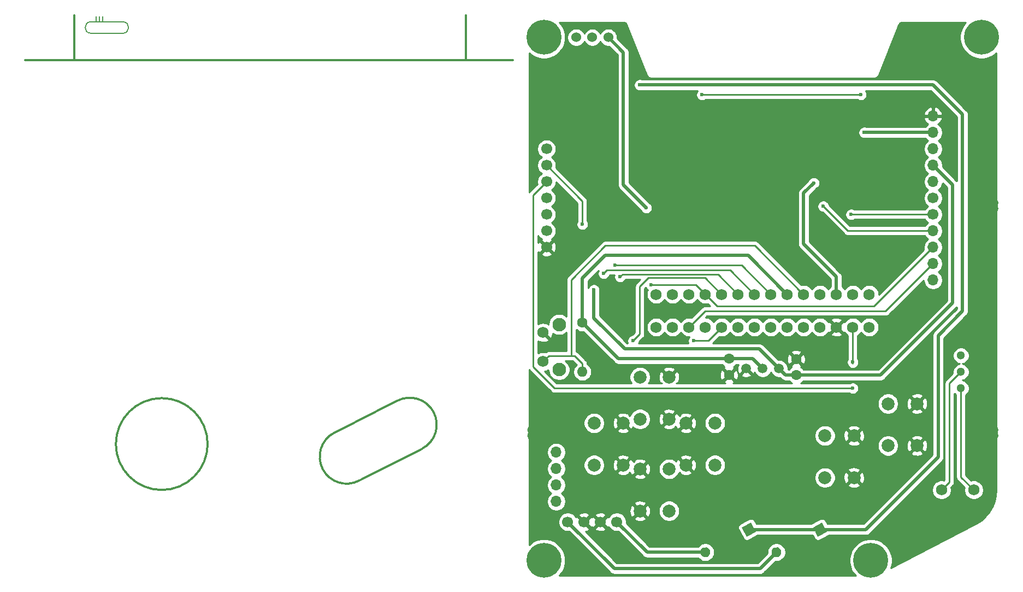
<source format=gbr>
G04 #@! TF.GenerationSoftware,KiCad,Pcbnew,(5.1.9-0-10_14)*
G04 #@! TF.CreationDate,2021-03-07T20:02:12-08:00*
G04 #@! TF.ProjectId,system,73797374-656d-42e6-9b69-6361645f7063,1.0-dev4*
G04 #@! TF.SameCoordinates,Original*
G04 #@! TF.FileFunction,Copper,L1,Top*
G04 #@! TF.FilePolarity,Positive*
%FSLAX46Y46*%
G04 Gerber Fmt 4.6, Leading zero omitted, Abs format (unit mm)*
G04 Created by KiCad (PCBNEW (5.1.9-0-10_14)) date 2021-03-07 20:02:12*
%MOMM*%
%LPD*%
G01*
G04 APERTURE LIST*
G04 #@! TA.AperFunction,NonConductor*
%ADD10C,0.300000*%
G04 #@! TD*
G04 #@! TA.AperFunction,NonConductor*
%ADD11C,0.150000*%
G04 #@! TD*
G04 #@! TA.AperFunction,ComponentPad*
%ADD12O,1.700000X1.700000*%
G04 #@! TD*
G04 #@! TA.AperFunction,ComponentPad*
%ADD13C,1.700000*%
G04 #@! TD*
G04 #@! TA.AperFunction,ComponentPad*
%ADD14C,1.750000*%
G04 #@! TD*
G04 #@! TA.AperFunction,ComponentPad*
%ADD15C,2.000000*%
G04 #@! TD*
G04 #@! TA.AperFunction,ComponentPad*
%ADD16C,1.300000*%
G04 #@! TD*
G04 #@! TA.AperFunction,ComponentPad*
%ADD17C,5.399999*%
G04 #@! TD*
G04 #@! TA.AperFunction,ComponentPad*
%ADD18C,5.400000*%
G04 #@! TD*
G04 #@! TA.AperFunction,ComponentPad*
%ADD19C,1.600000*%
G04 #@! TD*
G04 #@! TA.AperFunction,ComponentPad*
%ADD20C,0.100000*%
G04 #@! TD*
G04 #@! TA.AperFunction,ComponentPad*
%ADD21O,1.600000X1.600000*%
G04 #@! TD*
G04 #@! TA.AperFunction,ComponentPad*
%ADD22C,1.524000*%
G04 #@! TD*
G04 #@! TA.AperFunction,ComponentPad*
%ADD23C,2.100000*%
G04 #@! TD*
G04 #@! TA.AperFunction,ComponentPad*
%ADD24C,1.520000*%
G04 #@! TD*
G04 #@! TA.AperFunction,ViaPad*
%ADD25C,0.600000*%
G04 #@! TD*
G04 #@! TA.AperFunction,Conductor*
%ADD26C,0.254000*%
G04 #@! TD*
G04 #@! TA.AperFunction,Conductor*
%ADD27C,0.508000*%
G04 #@! TD*
G04 #@! TA.AperFunction,Conductor*
%ADD28C,0.100000*%
G04 #@! TD*
G04 APERTURE END LIST*
D10*
X83060622Y-126392738D02*
G75*
G02*
X86920378Y-133807262I1929878J-3707262D01*
G01*
X32964500Y-66675000D02*
X32964500Y-73660000D01*
D11*
X40513000Y-69469000D02*
X35560000Y-69469000D01*
X37395000Y-66865500D02*
X37395000Y-67691000D01*
X36395000Y-66865500D02*
X36395000Y-67691000D01*
X36895000Y-66865500D02*
X36895000Y-67691000D01*
X35560000Y-67691000D02*
X40513000Y-67691000D01*
X40513000Y-67691000D02*
G75*
G02*
X40513000Y-69469000I0J-889000D01*
G01*
X35560000Y-69469000D02*
G75*
G02*
X35560000Y-67691000I0J889000D01*
G01*
D10*
X93654500Y-66675000D02*
X93654500Y-73660000D01*
X25400000Y-73660000D02*
X100965000Y-73660000D01*
X86920378Y-133807262D02*
X77141378Y-138760262D01*
X83060622Y-126392738D02*
X73281622Y-131345738D01*
X77141378Y-138760262D02*
G75*
G02*
X73281622Y-131345738I-1929878J3707262D01*
G01*
X53657500Y-133096000D02*
G75*
G03*
X53657500Y-133096000I-7112000J0D01*
G01*
D12*
X107696000Y-136906000D03*
X107696000Y-134366000D03*
X107696000Y-139446000D03*
X107696000Y-141986000D03*
X166116000Y-84836000D03*
X166116000Y-100076000D03*
X166116000Y-107696000D03*
X166116000Y-102616000D03*
X166116000Y-105156000D03*
X166116000Y-82296000D03*
D13*
X166116000Y-97536000D03*
D12*
X166116000Y-87376000D03*
X166116000Y-89916000D03*
X166116000Y-92456000D03*
D13*
X166116000Y-94996000D03*
D14*
X156210000Y-109920000D03*
X153670000Y-109920000D03*
X151130000Y-109920000D03*
X148590000Y-109920000D03*
X146050000Y-109920000D03*
X143510000Y-109920000D03*
X140970000Y-109920000D03*
X138430000Y-109920000D03*
X135890000Y-109920000D03*
X133350000Y-109920000D03*
X130810000Y-109920000D03*
X128270000Y-109920000D03*
X125730000Y-109920000D03*
X123190000Y-109920000D03*
X123190000Y-115000000D03*
X125730000Y-115000000D03*
X128270000Y-115000000D03*
X130810000Y-115000000D03*
X133350000Y-115000000D03*
X135890000Y-115000000D03*
X156210000Y-115000000D03*
X153670000Y-115000000D03*
X151130000Y-115000000D03*
X148590000Y-115000000D03*
X146050000Y-115000000D03*
X143510000Y-115000000D03*
X138430000Y-115000000D03*
X140970000Y-115000000D03*
D13*
X106200000Y-102616000D03*
X106200000Y-100076000D03*
X106200000Y-97536000D03*
X106200000Y-94996000D03*
X106200000Y-92456000D03*
X106200000Y-89916000D03*
X106200000Y-87376000D03*
D15*
X153852000Y-138303000D03*
X149352000Y-138303000D03*
X153852000Y-131803000D03*
X149352000Y-131803000D03*
X163631000Y-133350000D03*
X159131000Y-133350000D03*
X163631000Y-126850000D03*
X159131000Y-126850000D03*
X125186000Y-129234000D03*
X120686000Y-129234000D03*
X125186000Y-122734000D03*
X120686000Y-122734000D03*
X120686000Y-136958000D03*
X125186000Y-136958000D03*
X120686000Y-143458000D03*
X125186000Y-143458000D03*
X118074000Y-136346000D03*
X113574000Y-136346000D03*
X118074000Y-129846000D03*
X113574000Y-129846000D03*
X127798000Y-129846000D03*
X132298000Y-129846000D03*
X127798000Y-136346000D03*
X132298000Y-136346000D03*
D16*
X170434000Y-121920000D03*
X170434000Y-124460000D03*
X170434000Y-119380000D03*
D17*
X105791000Y-151130000D03*
X105791000Y-70104000D03*
X156464000Y-151130000D03*
D18*
X173609000Y-70104000D03*
D14*
X172426000Y-140208000D03*
X167426000Y-140208000D03*
D19*
X134493000Y-119888000D03*
X134493000Y-122388000D03*
X144907000Y-119928000D03*
X144907000Y-122428000D03*
G04 #@! TA.AperFunction,ComponentPad*
G36*
G01*
X142540586Y-149490601D02*
X142540586Y-149490601D01*
G75*
G02*
X142200376Y-150569609I-709609J-369399D01*
G01*
X142200376Y-150569609D01*
G75*
G02*
X141121368Y-150229399I-369399J709609D01*
G01*
X141121368Y-150229399D01*
G75*
G02*
X141461578Y-149150391I709609J369399D01*
G01*
X141461578Y-149150391D01*
G75*
G02*
X142540586Y-149490601I369399J-709609D01*
G01*
G37*
G04 #@! TD.AperFunction*
G04 #@! TA.AperFunction,ComponentPad*
D20*
G36*
X148930210Y-145262468D02*
G01*
X149669008Y-146681686D01*
X148249790Y-147420484D01*
X147510992Y-146001266D01*
X148930210Y-145262468D01*
G37*
G04 #@! TD.AperFunction*
G04 #@! TA.AperFunction,ComponentPad*
G36*
X137909233Y-145262468D02*
G01*
X138648031Y-146681686D01*
X137228813Y-147420484D01*
X136490015Y-146001266D01*
X137909233Y-145262468D01*
G37*
G04 #@! TD.AperFunction*
G04 #@! TA.AperFunction,ComponentPad*
G36*
G01*
X131519609Y-149490601D02*
X131519609Y-149490601D01*
G75*
G02*
X131179399Y-150569609I-709609J-369399D01*
G01*
X131179399Y-150569609D01*
G75*
G02*
X130100391Y-150229399I-369399J709609D01*
G01*
X130100391Y-150229399D01*
G75*
G02*
X130440601Y-149150391I709609J369399D01*
G01*
X130440601Y-149150391D01*
G75*
G02*
X131519609Y-149490601I369399J-709609D01*
G01*
G37*
G04 #@! TD.AperFunction*
D19*
X111760000Y-114300000D03*
D21*
X111760000Y-121920000D03*
D22*
X110794800Y-70104000D03*
X113284000Y-70104000D03*
X115773200Y-70104000D03*
D23*
X108154000Y-121584000D03*
D14*
X105664000Y-120324000D03*
X105664000Y-115824000D03*
D23*
X108154000Y-114574000D03*
D13*
X114554000Y-145161000D03*
X112014000Y-145161000D03*
X117094000Y-145161000D03*
X109474000Y-145161000D03*
D24*
X137160000Y-121412000D03*
X142240000Y-121412000D03*
X139700000Y-121412000D03*
D25*
X109220000Y-96266000D03*
X164084000Y-121920000D03*
X156464000Y-103251000D03*
X142494000Y-101092000D03*
X118364000Y-115316000D03*
X118872000Y-111506000D03*
X121666000Y-113538000D03*
X165100000Y-110490000D03*
X124460000Y-116840000D03*
X120650000Y-77470000D03*
X116839984Y-105410000D03*
X115062000Y-106680000D03*
X117602000Y-107188000D03*
X119633994Y-117094000D03*
X129032000Y-117094000D03*
X111760000Y-99060000D03*
X121666000Y-103886000D03*
X121666000Y-96520008D03*
X113538000Y-109220000D03*
X154940000Y-78994000D03*
X130301998Y-78994000D03*
X149098000Y-96265998D03*
X153416000Y-97536000D03*
X122428000Y-108458001D03*
X147637500Y-92646500D03*
X155447994Y-84836000D03*
X153670000Y-120396000D03*
X153670000Y-124460000D03*
D26*
X168656000Y-138978000D02*
X167426000Y-140208000D01*
X168656000Y-123698000D02*
X168656000Y-138978000D01*
X170434000Y-121920000D02*
X168656000Y-123698000D01*
D27*
X141830977Y-149860000D02*
X139290977Y-152400000D01*
X116713000Y-152400000D02*
X109474000Y-145161000D01*
X139290977Y-152400000D02*
X116713000Y-152400000D01*
D26*
X111760000Y-121920000D02*
X111760000Y-120650000D01*
X106538999Y-119449001D02*
X105664000Y-120324000D01*
X111760000Y-120650000D02*
X110559001Y-119449001D01*
X110051001Y-119449001D02*
X106538999Y-119449001D01*
X110559001Y-119449001D02*
X110051001Y-119449001D01*
X110051001Y-107626999D02*
X110051001Y-119449001D01*
X115316000Y-102362000D02*
X110051001Y-107626999D01*
X138492000Y-102362000D02*
X115316000Y-102362000D01*
X146050000Y-109920000D02*
X138492000Y-102362000D01*
D27*
X148590000Y-146341476D02*
X137569023Y-146341476D01*
X166892590Y-116317410D02*
X166892590Y-135113410D01*
X170688000Y-82042000D02*
X170688000Y-112522000D01*
X170688000Y-112522000D02*
X166892590Y-116317410D01*
X166116000Y-77470000D02*
X170688000Y-82042000D01*
X120650000Y-77470000D02*
X120650000Y-77470000D01*
X155664524Y-146341476D02*
X148590000Y-146341476D01*
X166892590Y-135113410D02*
X155664524Y-146341476D01*
X120650000Y-77470000D02*
X166116000Y-77470000D01*
D26*
X136460000Y-105410000D02*
X116839984Y-105410000D01*
X140970000Y-109920000D02*
X136460000Y-105410000D01*
X134682000Y-106172000D02*
X115570000Y-106172000D01*
X115570000Y-106172000D02*
X115062000Y-106680000D01*
X138430000Y-109920000D02*
X134682000Y-106172000D01*
X117983000Y-106807000D02*
X132777000Y-106807000D01*
X132777000Y-106807000D02*
X135890000Y-109920000D01*
X117602000Y-107188000D02*
X117983000Y-106807000D01*
X120650000Y-116077994D02*
X119633994Y-117094000D01*
X120650000Y-108712000D02*
X120650000Y-116077994D01*
X121991401Y-107370599D02*
X120650000Y-108712000D01*
X130800599Y-107370599D02*
X121991401Y-107370599D01*
X133350000Y-109920000D02*
X130800599Y-107370599D01*
X133350000Y-115000000D02*
X131256000Y-117094000D01*
X131256000Y-117094000D02*
X129032000Y-117094000D01*
X106200000Y-89916000D02*
X111760000Y-95476000D01*
X111760000Y-95476000D02*
X111760000Y-99060000D01*
X170434000Y-138216000D02*
X172426000Y-140208000D01*
X170434000Y-124460000D02*
X170434000Y-138216000D01*
D27*
X117348000Y-119888000D02*
X134493000Y-119888000D01*
X111760000Y-114300000D02*
X117348000Y-119888000D01*
X138176000Y-119888000D02*
X139700000Y-121412000D01*
X134493000Y-119888000D02*
X138176000Y-119888000D01*
X143510000Y-109920000D02*
X137476000Y-103886000D01*
X115316000Y-103886000D02*
X121666000Y-103886000D01*
X137476000Y-103886000D02*
X121666000Y-103886000D01*
X111760000Y-114300000D02*
X111760000Y-107442000D01*
X111760000Y-107442000D02*
X115316000Y-103886000D01*
X118110000Y-92964008D02*
X121666000Y-96520008D01*
X118110000Y-72440800D02*
X118110000Y-92964008D01*
X115773200Y-70104000D02*
X118110000Y-72440800D01*
X143256000Y-122428000D02*
X142240000Y-121412000D01*
X144907000Y-122428000D02*
X143256000Y-122428000D01*
X113538000Y-113567474D02*
X113538000Y-109220000D01*
X118334526Y-118364000D02*
X113538000Y-113567474D01*
X139192000Y-118364000D02*
X118334526Y-118364000D01*
X142240000Y-121412000D02*
X139192000Y-118364000D01*
X169164000Y-111252000D02*
X169164000Y-92964000D01*
X169164000Y-92964000D02*
X166116000Y-89916000D01*
X157988000Y-122428000D02*
X169164000Y-111252000D01*
X144907000Y-122428000D02*
X157988000Y-122428000D01*
X121793000Y-149860000D02*
X117094000Y-145161000D01*
X130810000Y-149860000D02*
X121793000Y-149860000D01*
D26*
X154940000Y-78994000D02*
X154515736Y-78994000D01*
X154515736Y-78994000D02*
X130301998Y-78994000D01*
X163647401Y-107624599D02*
X166116000Y-105156000D01*
X130748000Y-112522000D02*
X158750000Y-112522000D01*
X158750000Y-112522000D02*
X163647401Y-107624599D01*
X128270000Y-115000000D02*
X130748000Y-112522000D01*
X166116000Y-100076000D02*
X152908002Y-100076000D01*
X152908002Y-100076000D02*
X149098000Y-96265998D01*
X166116000Y-97536000D02*
X153416000Y-97536000D01*
X132650000Y-111760000D02*
X130810000Y-109920000D01*
X129348001Y-108458001D02*
X122428000Y-108458001D01*
X132650000Y-111760000D02*
X129348001Y-108458001D01*
X156972000Y-111760000D02*
X132650000Y-111760000D01*
X166116000Y-102616000D02*
X156972000Y-111760000D01*
D27*
X146050000Y-94234000D02*
X147637500Y-92646500D01*
X146050000Y-102108000D02*
X146050000Y-94234000D01*
X151130000Y-107188000D02*
X146050000Y-102108000D01*
X151130000Y-109920000D02*
X151130000Y-107188000D01*
X166116000Y-84836000D02*
X155447994Y-84836000D01*
D26*
X153670000Y-115000000D02*
X153670000Y-120650008D01*
X106200000Y-92456000D02*
X104140000Y-94516000D01*
X107442000Y-124460000D02*
X153670000Y-124460000D01*
X104140000Y-94516000D02*
X104140000Y-121158000D01*
X104140000Y-121158000D02*
X107442000Y-124460000D01*
X118213231Y-67804646D02*
X118312528Y-67834626D01*
X118404114Y-67883323D01*
X118484497Y-67948882D01*
X118550613Y-68028803D01*
X118612228Y-68142756D01*
X121733885Y-75935803D01*
X121745664Y-75974633D01*
X121777718Y-76034602D01*
X121809153Y-76095106D01*
X121811871Y-76098499D01*
X121813914Y-76102320D01*
X121857045Y-76154875D01*
X121899686Y-76208091D01*
X121903013Y-76210887D01*
X121905763Y-76214238D01*
X121958327Y-76257376D01*
X122010522Y-76301244D01*
X122014331Y-76303337D01*
X122017681Y-76306087D01*
X122077680Y-76338157D01*
X122137402Y-76370983D01*
X122141542Y-76372292D01*
X122145368Y-76374337D01*
X122210512Y-76394098D01*
X122275448Y-76414629D01*
X122279762Y-76415105D01*
X122283916Y-76416365D01*
X122351703Y-76423041D01*
X122419358Y-76430505D01*
X122459790Y-76427000D01*
X156940198Y-76426998D01*
X156980641Y-76430504D01*
X157048364Y-76423033D01*
X157116085Y-76416363D01*
X157120235Y-76415104D01*
X157124551Y-76414628D01*
X157189493Y-76394095D01*
X157254633Y-76374335D01*
X157258460Y-76372289D01*
X157262598Y-76370981D01*
X157322268Y-76338183D01*
X157382320Y-76306085D01*
X157385674Y-76303332D01*
X157389477Y-76301242D01*
X157441613Y-76257424D01*
X157494238Y-76214236D01*
X157496990Y-76210883D01*
X157500313Y-76208090D01*
X157542889Y-76154954D01*
X157586087Y-76102318D01*
X157588134Y-76098489D01*
X157590846Y-76095104D01*
X157622223Y-76034712D01*
X157654337Y-75974631D01*
X157666121Y-75935784D01*
X160769885Y-68187410D01*
X160835394Y-68050682D01*
X160897530Y-67967623D01*
X160974611Y-67898219D01*
X161063711Y-67845105D01*
X161161424Y-67810311D01*
X161290853Y-67791199D01*
X161298994Y-67791000D01*
X171205597Y-67791000D01*
X171018536Y-67978061D01*
X170653561Y-68524285D01*
X170402162Y-69131216D01*
X170274000Y-69775531D01*
X170274000Y-70432469D01*
X170402162Y-71076784D01*
X170653561Y-71683715D01*
X171018536Y-72229939D01*
X171483061Y-72694464D01*
X172029285Y-73059439D01*
X172636216Y-73310838D01*
X173280531Y-73439000D01*
X173937469Y-73439000D01*
X174581784Y-73310838D01*
X175188715Y-73059439D01*
X175734939Y-72694464D01*
X175890000Y-72539403D01*
X175890001Y-94959885D01*
X175886444Y-94996000D01*
X175900635Y-95140085D01*
X175942663Y-95278633D01*
X175999389Y-95384760D01*
X176024164Y-95509312D01*
X176091179Y-95671099D01*
X176106815Y-95694500D01*
X176091179Y-95717901D01*
X176024164Y-95879688D01*
X175990000Y-96051441D01*
X175990000Y-96226559D01*
X176024164Y-96398312D01*
X176091179Y-96560099D01*
X176106815Y-96583500D01*
X176091179Y-96606901D01*
X176024164Y-96768688D01*
X175999389Y-96893240D01*
X175942663Y-96999367D01*
X175900635Y-97137915D01*
X175886444Y-97282000D01*
X175890000Y-97318105D01*
X175890001Y-130138885D01*
X175886444Y-130175000D01*
X175900635Y-130319085D01*
X175942663Y-130457633D01*
X175999389Y-130563760D01*
X176024164Y-130688312D01*
X176091179Y-130850099D01*
X176106815Y-130873500D01*
X176091179Y-130896901D01*
X176024164Y-131058688D01*
X175990000Y-131230441D01*
X175990000Y-131405559D01*
X176024164Y-131577312D01*
X176091179Y-131739099D01*
X176106815Y-131762500D01*
X176091179Y-131785901D01*
X176024164Y-131947688D01*
X175999389Y-132072240D01*
X175942663Y-132178367D01*
X175900635Y-132316915D01*
X175886444Y-132461000D01*
X175890000Y-132497105D01*
X175890001Y-140180069D01*
X175819278Y-141109801D01*
X175615064Y-141990843D01*
X175279930Y-142830861D01*
X174821590Y-143610524D01*
X174250591Y-144311886D01*
X173576942Y-144921643D01*
X172940009Y-145352970D01*
X159587013Y-152305152D01*
X159670837Y-152102783D01*
X159798999Y-151458469D01*
X159798999Y-150801531D01*
X159670837Y-150157217D01*
X159419438Y-149550285D01*
X159054463Y-149004062D01*
X158589938Y-148539537D01*
X158043715Y-148174562D01*
X157436783Y-147923163D01*
X156792469Y-147795001D01*
X156135531Y-147795001D01*
X155491217Y-147923163D01*
X154884285Y-148174562D01*
X154338062Y-148539537D01*
X153873537Y-149004062D01*
X153508562Y-149550285D01*
X153257163Y-150157217D01*
X153129001Y-150801531D01*
X153129001Y-151458469D01*
X153257163Y-152102783D01*
X153508562Y-152709715D01*
X153873537Y-153255938D01*
X154108499Y-153490900D01*
X108146501Y-153490900D01*
X108381463Y-153255938D01*
X108746438Y-152709715D01*
X108997837Y-152102783D01*
X109125999Y-151458469D01*
X109125999Y-150801531D01*
X108997837Y-150157217D01*
X108746438Y-149550285D01*
X108381463Y-149004062D01*
X107916938Y-148539537D01*
X107370715Y-148174562D01*
X106763783Y-147923163D01*
X106119469Y-147795001D01*
X105462531Y-147795001D01*
X104818217Y-147923163D01*
X104211285Y-148174562D01*
X103665062Y-148539537D01*
X103510000Y-148694599D01*
X103510000Y-145014740D01*
X107989000Y-145014740D01*
X107989000Y-145307260D01*
X108046068Y-145594158D01*
X108158010Y-145864411D01*
X108320525Y-146107632D01*
X108527368Y-146314475D01*
X108770589Y-146476990D01*
X109040842Y-146588932D01*
X109327740Y-146646000D01*
X109620260Y-146646000D01*
X109688242Y-146632477D01*
X116053506Y-152997742D01*
X116081341Y-153031659D01*
X116216709Y-153142753D01*
X116371149Y-153225303D01*
X116465758Y-153254002D01*
X116538725Y-153276136D01*
X116555325Y-153277771D01*
X116669333Y-153289000D01*
X116669340Y-153289000D01*
X116713000Y-153293300D01*
X116756660Y-153289000D01*
X139247317Y-153289000D01*
X139290977Y-153293300D01*
X139334637Y-153289000D01*
X139334644Y-153289000D01*
X139465251Y-153276136D01*
X139632828Y-153225303D01*
X139787268Y-153142753D01*
X139922636Y-153031659D01*
X139950476Y-152997736D01*
X141659257Y-151288956D01*
X141689642Y-151295000D01*
X141972312Y-151295000D01*
X142249551Y-151239853D01*
X142510704Y-151131680D01*
X142745736Y-150974637D01*
X142945614Y-150774759D01*
X143102657Y-150539727D01*
X143210830Y-150278574D01*
X143265977Y-150001335D01*
X143265977Y-149718665D01*
X143210830Y-149441426D01*
X143102657Y-149180273D01*
X142945614Y-148945241D01*
X142745736Y-148745363D01*
X142510704Y-148588320D01*
X142249551Y-148480147D01*
X141972312Y-148425000D01*
X141689642Y-148425000D01*
X141412403Y-148480147D01*
X141151250Y-148588320D01*
X140916218Y-148745363D01*
X140716340Y-148945241D01*
X140559297Y-149180273D01*
X140451124Y-149441426D01*
X140395977Y-149718665D01*
X140395977Y-150001335D01*
X140402021Y-150031720D01*
X138922742Y-151511000D01*
X117081236Y-151511000D01*
X112204190Y-146633955D01*
X112372019Y-146609599D01*
X112647747Y-146511919D01*
X112785157Y-146438472D01*
X112862792Y-146189397D01*
X113705208Y-146189397D01*
X113782843Y-146438472D01*
X114046883Y-146564371D01*
X114330411Y-146636339D01*
X114622531Y-146651611D01*
X114912019Y-146609599D01*
X115187747Y-146511919D01*
X115325157Y-146438472D01*
X115402792Y-146189397D01*
X114554000Y-145340605D01*
X113705208Y-146189397D01*
X112862792Y-146189397D01*
X112014000Y-145340605D01*
X111999858Y-145354748D01*
X111820253Y-145175143D01*
X111834395Y-145161000D01*
X112193605Y-145161000D01*
X113042397Y-146009792D01*
X113284000Y-145934486D01*
X113525603Y-146009792D01*
X114374395Y-145161000D01*
X114733605Y-145161000D01*
X115582397Y-146009792D01*
X115824689Y-145934271D01*
X115940525Y-146107632D01*
X116147368Y-146314475D01*
X116390589Y-146476990D01*
X116660842Y-146588932D01*
X116947740Y-146646000D01*
X117240260Y-146646000D01*
X117308242Y-146632477D01*
X121133506Y-150457742D01*
X121161341Y-150491659D01*
X121296709Y-150602753D01*
X121451149Y-150685303D01*
X121567892Y-150720716D01*
X121618725Y-150736136D01*
X121793000Y-150753301D01*
X121836668Y-150749000D01*
X129678151Y-150749000D01*
X129695363Y-150774759D01*
X129895241Y-150974637D01*
X130130273Y-151131680D01*
X130391426Y-151239853D01*
X130668665Y-151295000D01*
X130951335Y-151295000D01*
X131228574Y-151239853D01*
X131489727Y-151131680D01*
X131724759Y-150974637D01*
X131924637Y-150774759D01*
X132081680Y-150539727D01*
X132189853Y-150278574D01*
X132245000Y-150001335D01*
X132245000Y-149718665D01*
X132189853Y-149441426D01*
X132081680Y-149180273D01*
X131924637Y-148945241D01*
X131724759Y-148745363D01*
X131489727Y-148588320D01*
X131228574Y-148480147D01*
X130951335Y-148425000D01*
X130668665Y-148425000D01*
X130391426Y-148480147D01*
X130130273Y-148588320D01*
X129895241Y-148745363D01*
X129695363Y-148945241D01*
X129678151Y-148971000D01*
X122161236Y-148971000D01*
X118565477Y-145375242D01*
X118579000Y-145307260D01*
X118579000Y-145014740D01*
X118521932Y-144727842D01*
X118466250Y-144593413D01*
X119730192Y-144593413D01*
X119825956Y-144857814D01*
X120115571Y-144998704D01*
X120427108Y-145080384D01*
X120748595Y-145099718D01*
X121067675Y-145055961D01*
X121372088Y-144950795D01*
X121546044Y-144857814D01*
X121641808Y-144593413D01*
X120686000Y-143637605D01*
X119730192Y-144593413D01*
X118466250Y-144593413D01*
X118409990Y-144457589D01*
X118247475Y-144214368D01*
X118040632Y-144007525D01*
X117797411Y-143845010D01*
X117527158Y-143733068D01*
X117240260Y-143676000D01*
X116947740Y-143676000D01*
X116660842Y-143733068D01*
X116390589Y-143845010D01*
X116147368Y-144007525D01*
X115940525Y-144214368D01*
X115824689Y-144387729D01*
X115582397Y-144312208D01*
X114733605Y-145161000D01*
X114374395Y-145161000D01*
X113525603Y-144312208D01*
X113284000Y-144387514D01*
X113042397Y-144312208D01*
X112193605Y-145161000D01*
X111834395Y-145161000D01*
X110985603Y-144312208D01*
X110743311Y-144387729D01*
X110627475Y-144214368D01*
X110545710Y-144132603D01*
X111165208Y-144132603D01*
X112014000Y-144981395D01*
X112862792Y-144132603D01*
X113705208Y-144132603D01*
X114554000Y-144981395D01*
X115402792Y-144132603D01*
X115325157Y-143883528D01*
X115061117Y-143757629D01*
X114777589Y-143685661D01*
X114485469Y-143670389D01*
X114195981Y-143712401D01*
X113920253Y-143810081D01*
X113782843Y-143883528D01*
X113705208Y-144132603D01*
X112862792Y-144132603D01*
X112785157Y-143883528D01*
X112521117Y-143757629D01*
X112237589Y-143685661D01*
X111945469Y-143670389D01*
X111655981Y-143712401D01*
X111380253Y-143810081D01*
X111242843Y-143883528D01*
X111165208Y-144132603D01*
X110545710Y-144132603D01*
X110420632Y-144007525D01*
X110177411Y-143845010D01*
X109907158Y-143733068D01*
X109620260Y-143676000D01*
X109327740Y-143676000D01*
X109040842Y-143733068D01*
X108770589Y-143845010D01*
X108527368Y-144007525D01*
X108320525Y-144214368D01*
X108158010Y-144457589D01*
X108046068Y-144727842D01*
X107989000Y-145014740D01*
X103510000Y-145014740D01*
X103510000Y-143520595D01*
X119044282Y-143520595D01*
X119088039Y-143839675D01*
X119193205Y-144144088D01*
X119286186Y-144318044D01*
X119550587Y-144413808D01*
X120506395Y-143458000D01*
X120865605Y-143458000D01*
X121821413Y-144413808D01*
X122085814Y-144318044D01*
X122226704Y-144028429D01*
X122308384Y-143716892D01*
X122327718Y-143395405D01*
X122314219Y-143296967D01*
X123551000Y-143296967D01*
X123551000Y-143619033D01*
X123613832Y-143934912D01*
X123737082Y-144232463D01*
X123916013Y-144500252D01*
X124143748Y-144727987D01*
X124411537Y-144906918D01*
X124709088Y-145030168D01*
X125024967Y-145093000D01*
X125347033Y-145093000D01*
X125662912Y-145030168D01*
X125960463Y-144906918D01*
X126228252Y-144727987D01*
X126455987Y-144500252D01*
X126634918Y-144232463D01*
X126758168Y-143934912D01*
X126821000Y-143619033D01*
X126821000Y-143296967D01*
X126758168Y-142981088D01*
X126634918Y-142683537D01*
X126455987Y-142415748D01*
X126228252Y-142188013D01*
X125960463Y-142009082D01*
X125662912Y-141885832D01*
X125347033Y-141823000D01*
X125024967Y-141823000D01*
X124709088Y-141885832D01*
X124411537Y-142009082D01*
X124143748Y-142188013D01*
X123916013Y-142415748D01*
X123737082Y-142683537D01*
X123613832Y-142981088D01*
X123551000Y-143296967D01*
X122314219Y-143296967D01*
X122283961Y-143076325D01*
X122178795Y-142771912D01*
X122085814Y-142597956D01*
X121821413Y-142502192D01*
X120865605Y-143458000D01*
X120506395Y-143458000D01*
X119550587Y-142502192D01*
X119286186Y-142597956D01*
X119145296Y-142887571D01*
X119063616Y-143199108D01*
X119044282Y-143520595D01*
X103510000Y-143520595D01*
X103510000Y-134219740D01*
X106211000Y-134219740D01*
X106211000Y-134512260D01*
X106268068Y-134799158D01*
X106380010Y-135069411D01*
X106542525Y-135312632D01*
X106749368Y-135519475D01*
X106923760Y-135636000D01*
X106749368Y-135752525D01*
X106542525Y-135959368D01*
X106380010Y-136202589D01*
X106268068Y-136472842D01*
X106211000Y-136759740D01*
X106211000Y-137052260D01*
X106268068Y-137339158D01*
X106380010Y-137609411D01*
X106542525Y-137852632D01*
X106749368Y-138059475D01*
X106923760Y-138176000D01*
X106749368Y-138292525D01*
X106542525Y-138499368D01*
X106380010Y-138742589D01*
X106268068Y-139012842D01*
X106211000Y-139299740D01*
X106211000Y-139592260D01*
X106268068Y-139879158D01*
X106380010Y-140149411D01*
X106542525Y-140392632D01*
X106749368Y-140599475D01*
X106923760Y-140716000D01*
X106749368Y-140832525D01*
X106542525Y-141039368D01*
X106380010Y-141282589D01*
X106268068Y-141552842D01*
X106211000Y-141839740D01*
X106211000Y-142132260D01*
X106268068Y-142419158D01*
X106380010Y-142689411D01*
X106542525Y-142932632D01*
X106749368Y-143139475D01*
X106992589Y-143301990D01*
X107262842Y-143413932D01*
X107549740Y-143471000D01*
X107842260Y-143471000D01*
X108129158Y-143413932D01*
X108399411Y-143301990D01*
X108642632Y-143139475D01*
X108849475Y-142932632D01*
X109011990Y-142689411D01*
X109123932Y-142419158D01*
X109143141Y-142322587D01*
X119730192Y-142322587D01*
X120686000Y-143278395D01*
X121641808Y-142322587D01*
X121546044Y-142058186D01*
X121256429Y-141917296D01*
X120944892Y-141835616D01*
X120623405Y-141816282D01*
X120304325Y-141860039D01*
X119999912Y-141965205D01*
X119825956Y-142058186D01*
X119730192Y-142322587D01*
X109143141Y-142322587D01*
X109181000Y-142132260D01*
X109181000Y-141839740D01*
X109123932Y-141552842D01*
X109011990Y-141282589D01*
X108849475Y-141039368D01*
X108642632Y-140832525D01*
X108468240Y-140716000D01*
X108642632Y-140599475D01*
X108849475Y-140392632D01*
X109011990Y-140149411D01*
X109123932Y-139879158D01*
X109181000Y-139592260D01*
X109181000Y-139299740D01*
X109123932Y-139012842D01*
X109011990Y-138742589D01*
X108849475Y-138499368D01*
X108642632Y-138292525D01*
X108468240Y-138176000D01*
X108591840Y-138093413D01*
X119730192Y-138093413D01*
X119825956Y-138357814D01*
X120115571Y-138498704D01*
X120427108Y-138580384D01*
X120748595Y-138599718D01*
X121067675Y-138555961D01*
X121372088Y-138450795D01*
X121546044Y-138357814D01*
X121641808Y-138093413D01*
X120686000Y-137137605D01*
X119730192Y-138093413D01*
X108591840Y-138093413D01*
X108642632Y-138059475D01*
X108849475Y-137852632D01*
X109011990Y-137609411D01*
X109123932Y-137339158D01*
X109181000Y-137052260D01*
X109181000Y-136759740D01*
X109123932Y-136472842D01*
X109011990Y-136202589D01*
X109000216Y-136184967D01*
X111939000Y-136184967D01*
X111939000Y-136507033D01*
X112001832Y-136822912D01*
X112125082Y-137120463D01*
X112304013Y-137388252D01*
X112531748Y-137615987D01*
X112799537Y-137794918D01*
X113097088Y-137918168D01*
X113412967Y-137981000D01*
X113735033Y-137981000D01*
X114050912Y-137918168D01*
X114348463Y-137794918D01*
X114616252Y-137615987D01*
X114750826Y-137481413D01*
X117118192Y-137481413D01*
X117213956Y-137745814D01*
X117503571Y-137886704D01*
X117815108Y-137968384D01*
X118136595Y-137987718D01*
X118455675Y-137943961D01*
X118760088Y-137838795D01*
X118934044Y-137745814D01*
X119029807Y-137481415D01*
X119145475Y-137597083D01*
X119168880Y-137573678D01*
X119193205Y-137644088D01*
X119286186Y-137818044D01*
X119550587Y-137913808D01*
X120506395Y-136958000D01*
X120865605Y-136958000D01*
X121821413Y-137913808D01*
X122085814Y-137818044D01*
X122226704Y-137528429D01*
X122308384Y-137216892D01*
X122327718Y-136895405D01*
X122314219Y-136796967D01*
X123551000Y-136796967D01*
X123551000Y-137119033D01*
X123613832Y-137434912D01*
X123737082Y-137732463D01*
X123916013Y-138000252D01*
X124143748Y-138227987D01*
X124411537Y-138406918D01*
X124709088Y-138530168D01*
X125024967Y-138593000D01*
X125347033Y-138593000D01*
X125662912Y-138530168D01*
X125960463Y-138406918D01*
X126228252Y-138227987D01*
X126314272Y-138141967D01*
X147717000Y-138141967D01*
X147717000Y-138464033D01*
X147779832Y-138779912D01*
X147903082Y-139077463D01*
X148082013Y-139345252D01*
X148309748Y-139572987D01*
X148577537Y-139751918D01*
X148875088Y-139875168D01*
X149190967Y-139938000D01*
X149513033Y-139938000D01*
X149828912Y-139875168D01*
X150126463Y-139751918D01*
X150394252Y-139572987D01*
X150528826Y-139438413D01*
X152896192Y-139438413D01*
X152991956Y-139702814D01*
X153281571Y-139843704D01*
X153593108Y-139925384D01*
X153914595Y-139944718D01*
X154233675Y-139900961D01*
X154538088Y-139795795D01*
X154712044Y-139702814D01*
X154807808Y-139438413D01*
X153852000Y-138482605D01*
X152896192Y-139438413D01*
X150528826Y-139438413D01*
X150621987Y-139345252D01*
X150800918Y-139077463D01*
X150924168Y-138779912D01*
X150987000Y-138464033D01*
X150987000Y-138365595D01*
X152210282Y-138365595D01*
X152254039Y-138684675D01*
X152359205Y-138989088D01*
X152452186Y-139163044D01*
X152716587Y-139258808D01*
X153672395Y-138303000D01*
X154031605Y-138303000D01*
X154987413Y-139258808D01*
X155251814Y-139163044D01*
X155392704Y-138873429D01*
X155474384Y-138561892D01*
X155493718Y-138240405D01*
X155449961Y-137921325D01*
X155344795Y-137616912D01*
X155251814Y-137442956D01*
X154987413Y-137347192D01*
X154031605Y-138303000D01*
X153672395Y-138303000D01*
X152716587Y-137347192D01*
X152452186Y-137442956D01*
X152311296Y-137732571D01*
X152229616Y-138044108D01*
X152210282Y-138365595D01*
X150987000Y-138365595D01*
X150987000Y-138141967D01*
X150924168Y-137826088D01*
X150800918Y-137528537D01*
X150621987Y-137260748D01*
X150528826Y-137167587D01*
X152896192Y-137167587D01*
X153852000Y-138123395D01*
X154807808Y-137167587D01*
X154712044Y-136903186D01*
X154422429Y-136762296D01*
X154110892Y-136680616D01*
X153789405Y-136661282D01*
X153470325Y-136705039D01*
X153165912Y-136810205D01*
X152991956Y-136903186D01*
X152896192Y-137167587D01*
X150528826Y-137167587D01*
X150394252Y-137033013D01*
X150126463Y-136854082D01*
X149828912Y-136730832D01*
X149513033Y-136668000D01*
X149190967Y-136668000D01*
X148875088Y-136730832D01*
X148577537Y-136854082D01*
X148309748Y-137033013D01*
X148082013Y-137260748D01*
X147903082Y-137528537D01*
X147779832Y-137826088D01*
X147717000Y-138141967D01*
X126314272Y-138141967D01*
X126455987Y-138000252D01*
X126634918Y-137732463D01*
X126701401Y-137571959D01*
X126726525Y-137597083D01*
X126842193Y-137481415D01*
X126937956Y-137745814D01*
X127227571Y-137886704D01*
X127539108Y-137968384D01*
X127860595Y-137987718D01*
X128179675Y-137943961D01*
X128484088Y-137838795D01*
X128658044Y-137745814D01*
X128753808Y-137481413D01*
X127798000Y-136525605D01*
X127783858Y-136539748D01*
X127604253Y-136360143D01*
X127618395Y-136346000D01*
X127977605Y-136346000D01*
X128933413Y-137301808D01*
X129197814Y-137206044D01*
X129338704Y-136916429D01*
X129420384Y-136604892D01*
X129439718Y-136283405D01*
X129426219Y-136184967D01*
X130663000Y-136184967D01*
X130663000Y-136507033D01*
X130725832Y-136822912D01*
X130849082Y-137120463D01*
X131028013Y-137388252D01*
X131255748Y-137615987D01*
X131523537Y-137794918D01*
X131821088Y-137918168D01*
X132136967Y-137981000D01*
X132459033Y-137981000D01*
X132774912Y-137918168D01*
X133072463Y-137794918D01*
X133340252Y-137615987D01*
X133567987Y-137388252D01*
X133746918Y-137120463D01*
X133870168Y-136822912D01*
X133933000Y-136507033D01*
X133933000Y-136184967D01*
X133870168Y-135869088D01*
X133746918Y-135571537D01*
X133567987Y-135303748D01*
X133340252Y-135076013D01*
X133072463Y-134897082D01*
X132774912Y-134773832D01*
X132459033Y-134711000D01*
X132136967Y-134711000D01*
X131821088Y-134773832D01*
X131523537Y-134897082D01*
X131255748Y-135076013D01*
X131028013Y-135303748D01*
X130849082Y-135571537D01*
X130725832Y-135869088D01*
X130663000Y-136184967D01*
X129426219Y-136184967D01*
X129395961Y-135964325D01*
X129290795Y-135659912D01*
X129197814Y-135485956D01*
X128933413Y-135390192D01*
X127977605Y-136346000D01*
X127618395Y-136346000D01*
X126662587Y-135390192D01*
X126398186Y-135485956D01*
X126276446Y-135736207D01*
X126228252Y-135688013D01*
X125960463Y-135509082D01*
X125662912Y-135385832D01*
X125347033Y-135323000D01*
X125024967Y-135323000D01*
X124709088Y-135385832D01*
X124411537Y-135509082D01*
X124143748Y-135688013D01*
X123916013Y-135915748D01*
X123737082Y-136183537D01*
X123613832Y-136481088D01*
X123551000Y-136796967D01*
X122314219Y-136796967D01*
X122283961Y-136576325D01*
X122178795Y-136271912D01*
X122085814Y-136097956D01*
X121821413Y-136002192D01*
X120865605Y-136958000D01*
X120506395Y-136958000D01*
X120492253Y-136943858D01*
X120671858Y-136764253D01*
X120686000Y-136778395D01*
X121641808Y-135822587D01*
X121546044Y-135558186D01*
X121256429Y-135417296D01*
X120944892Y-135335616D01*
X120623405Y-135316282D01*
X120304325Y-135360039D01*
X119999912Y-135465205D01*
X119825956Y-135558186D01*
X119730193Y-135822585D01*
X119614525Y-135706917D01*
X119591120Y-135730322D01*
X119566795Y-135659912D01*
X119473814Y-135485956D01*
X119209413Y-135390192D01*
X118253605Y-136346000D01*
X118267748Y-136360143D01*
X118088143Y-136539748D01*
X118074000Y-136525605D01*
X117118192Y-137481413D01*
X114750826Y-137481413D01*
X114843987Y-137388252D01*
X115022918Y-137120463D01*
X115146168Y-136822912D01*
X115209000Y-136507033D01*
X115209000Y-136408595D01*
X116432282Y-136408595D01*
X116476039Y-136727675D01*
X116581205Y-137032088D01*
X116674186Y-137206044D01*
X116938587Y-137301808D01*
X117894395Y-136346000D01*
X116938587Y-135390192D01*
X116674186Y-135485956D01*
X116533296Y-135775571D01*
X116451616Y-136087108D01*
X116432282Y-136408595D01*
X115209000Y-136408595D01*
X115209000Y-136184967D01*
X115146168Y-135869088D01*
X115022918Y-135571537D01*
X114843987Y-135303748D01*
X114750826Y-135210587D01*
X117118192Y-135210587D01*
X118074000Y-136166395D01*
X119029808Y-135210587D01*
X126842192Y-135210587D01*
X127798000Y-136166395D01*
X128753808Y-135210587D01*
X128658044Y-134946186D01*
X128368429Y-134805296D01*
X128056892Y-134723616D01*
X127735405Y-134704282D01*
X127416325Y-134748039D01*
X127111912Y-134853205D01*
X126937956Y-134946186D01*
X126842192Y-135210587D01*
X119029808Y-135210587D01*
X118934044Y-134946186D01*
X118644429Y-134805296D01*
X118332892Y-134723616D01*
X118011405Y-134704282D01*
X117692325Y-134748039D01*
X117387912Y-134853205D01*
X117213956Y-134946186D01*
X117118192Y-135210587D01*
X114750826Y-135210587D01*
X114616252Y-135076013D01*
X114348463Y-134897082D01*
X114050912Y-134773832D01*
X113735033Y-134711000D01*
X113412967Y-134711000D01*
X113097088Y-134773832D01*
X112799537Y-134897082D01*
X112531748Y-135076013D01*
X112304013Y-135303748D01*
X112125082Y-135571537D01*
X112001832Y-135869088D01*
X111939000Y-136184967D01*
X109000216Y-136184967D01*
X108849475Y-135959368D01*
X108642632Y-135752525D01*
X108468240Y-135636000D01*
X108642632Y-135519475D01*
X108849475Y-135312632D01*
X109011990Y-135069411D01*
X109123932Y-134799158D01*
X109181000Y-134512260D01*
X109181000Y-134219740D01*
X109123932Y-133932842D01*
X109011990Y-133662589D01*
X108849475Y-133419368D01*
X108642632Y-133212525D01*
X108399411Y-133050010D01*
X108129158Y-132938068D01*
X107842260Y-132881000D01*
X107549740Y-132881000D01*
X107262842Y-132938068D01*
X106992589Y-133050010D01*
X106749368Y-133212525D01*
X106542525Y-133419368D01*
X106380010Y-133662589D01*
X106268068Y-133932842D01*
X106211000Y-134219740D01*
X103510000Y-134219740D01*
X103510000Y-132497105D01*
X103513556Y-132461000D01*
X103499365Y-132316915D01*
X103457337Y-132178367D01*
X103400611Y-132072240D01*
X103375836Y-131947688D01*
X103308821Y-131785901D01*
X103293185Y-131762500D01*
X103308821Y-131739099D01*
X103349054Y-131641967D01*
X147717000Y-131641967D01*
X147717000Y-131964033D01*
X147779832Y-132279912D01*
X147903082Y-132577463D01*
X148082013Y-132845252D01*
X148309748Y-133072987D01*
X148577537Y-133251918D01*
X148875088Y-133375168D01*
X149190967Y-133438000D01*
X149513033Y-133438000D01*
X149828912Y-133375168D01*
X150126463Y-133251918D01*
X150394252Y-133072987D01*
X150528826Y-132938413D01*
X152896192Y-132938413D01*
X152991956Y-133202814D01*
X153281571Y-133343704D01*
X153593108Y-133425384D01*
X153914595Y-133444718D01*
X154233675Y-133400961D01*
X154538088Y-133295795D01*
X154712044Y-133202814D01*
X154717059Y-133188967D01*
X157496000Y-133188967D01*
X157496000Y-133511033D01*
X157558832Y-133826912D01*
X157682082Y-134124463D01*
X157861013Y-134392252D01*
X158088748Y-134619987D01*
X158356537Y-134798918D01*
X158654088Y-134922168D01*
X158969967Y-134985000D01*
X159292033Y-134985000D01*
X159607912Y-134922168D01*
X159905463Y-134798918D01*
X160173252Y-134619987D01*
X160307826Y-134485413D01*
X162675192Y-134485413D01*
X162770956Y-134749814D01*
X163060571Y-134890704D01*
X163372108Y-134972384D01*
X163693595Y-134991718D01*
X164012675Y-134947961D01*
X164317088Y-134842795D01*
X164491044Y-134749814D01*
X164586808Y-134485413D01*
X163631000Y-133529605D01*
X162675192Y-134485413D01*
X160307826Y-134485413D01*
X160400987Y-134392252D01*
X160579918Y-134124463D01*
X160703168Y-133826912D01*
X160766000Y-133511033D01*
X160766000Y-133412595D01*
X161989282Y-133412595D01*
X162033039Y-133731675D01*
X162138205Y-134036088D01*
X162231186Y-134210044D01*
X162495587Y-134305808D01*
X163451395Y-133350000D01*
X163810605Y-133350000D01*
X164766413Y-134305808D01*
X165030814Y-134210044D01*
X165171704Y-133920429D01*
X165253384Y-133608892D01*
X165272718Y-133287405D01*
X165228961Y-132968325D01*
X165123795Y-132663912D01*
X165030814Y-132489956D01*
X164766413Y-132394192D01*
X163810605Y-133350000D01*
X163451395Y-133350000D01*
X162495587Y-132394192D01*
X162231186Y-132489956D01*
X162090296Y-132779571D01*
X162008616Y-133091108D01*
X161989282Y-133412595D01*
X160766000Y-133412595D01*
X160766000Y-133188967D01*
X160703168Y-132873088D01*
X160579918Y-132575537D01*
X160400987Y-132307748D01*
X160307826Y-132214587D01*
X162675192Y-132214587D01*
X163631000Y-133170395D01*
X164586808Y-132214587D01*
X164491044Y-131950186D01*
X164201429Y-131809296D01*
X163889892Y-131727616D01*
X163568405Y-131708282D01*
X163249325Y-131752039D01*
X162944912Y-131857205D01*
X162770956Y-131950186D01*
X162675192Y-132214587D01*
X160307826Y-132214587D01*
X160173252Y-132080013D01*
X159905463Y-131901082D01*
X159607912Y-131777832D01*
X159292033Y-131715000D01*
X158969967Y-131715000D01*
X158654088Y-131777832D01*
X158356537Y-131901082D01*
X158088748Y-132080013D01*
X157861013Y-132307748D01*
X157682082Y-132575537D01*
X157558832Y-132873088D01*
X157496000Y-133188967D01*
X154717059Y-133188967D01*
X154807808Y-132938413D01*
X153852000Y-131982605D01*
X152896192Y-132938413D01*
X150528826Y-132938413D01*
X150621987Y-132845252D01*
X150800918Y-132577463D01*
X150924168Y-132279912D01*
X150987000Y-131964033D01*
X150987000Y-131865595D01*
X152210282Y-131865595D01*
X152254039Y-132184675D01*
X152359205Y-132489088D01*
X152452186Y-132663044D01*
X152716587Y-132758808D01*
X153672395Y-131803000D01*
X154031605Y-131803000D01*
X154987413Y-132758808D01*
X155251814Y-132663044D01*
X155392704Y-132373429D01*
X155474384Y-132061892D01*
X155493718Y-131740405D01*
X155449961Y-131421325D01*
X155344795Y-131116912D01*
X155251814Y-130942956D01*
X154987413Y-130847192D01*
X154031605Y-131803000D01*
X153672395Y-131803000D01*
X152716587Y-130847192D01*
X152452186Y-130942956D01*
X152311296Y-131232571D01*
X152229616Y-131544108D01*
X152210282Y-131865595D01*
X150987000Y-131865595D01*
X150987000Y-131641967D01*
X150924168Y-131326088D01*
X150800918Y-131028537D01*
X150621987Y-130760748D01*
X150528826Y-130667587D01*
X152896192Y-130667587D01*
X153852000Y-131623395D01*
X154807808Y-130667587D01*
X154712044Y-130403186D01*
X154422429Y-130262296D01*
X154110892Y-130180616D01*
X153789405Y-130161282D01*
X153470325Y-130205039D01*
X153165912Y-130310205D01*
X152991956Y-130403186D01*
X152896192Y-130667587D01*
X150528826Y-130667587D01*
X150394252Y-130533013D01*
X150126463Y-130354082D01*
X149828912Y-130230832D01*
X149513033Y-130168000D01*
X149190967Y-130168000D01*
X148875088Y-130230832D01*
X148577537Y-130354082D01*
X148309748Y-130533013D01*
X148082013Y-130760748D01*
X147903082Y-131028537D01*
X147779832Y-131326088D01*
X147717000Y-131641967D01*
X103349054Y-131641967D01*
X103375836Y-131577312D01*
X103410000Y-131405559D01*
X103410000Y-131230441D01*
X103375836Y-131058688D01*
X103308821Y-130896901D01*
X103293185Y-130873500D01*
X103308821Y-130850099D01*
X103375836Y-130688312D01*
X103400611Y-130563760D01*
X103457337Y-130457633D01*
X103499365Y-130319085D01*
X103513556Y-130175000D01*
X103510000Y-130138895D01*
X103510000Y-129684967D01*
X111939000Y-129684967D01*
X111939000Y-130007033D01*
X112001832Y-130322912D01*
X112125082Y-130620463D01*
X112304013Y-130888252D01*
X112531748Y-131115987D01*
X112799537Y-131294918D01*
X113097088Y-131418168D01*
X113412967Y-131481000D01*
X113735033Y-131481000D01*
X114050912Y-131418168D01*
X114348463Y-131294918D01*
X114616252Y-131115987D01*
X114750826Y-130981413D01*
X117118192Y-130981413D01*
X117213956Y-131245814D01*
X117503571Y-131386704D01*
X117815108Y-131468384D01*
X118136595Y-131487718D01*
X118455675Y-131443961D01*
X118760088Y-131338795D01*
X118934044Y-131245814D01*
X119029808Y-130981413D01*
X126842192Y-130981413D01*
X126937956Y-131245814D01*
X127227571Y-131386704D01*
X127539108Y-131468384D01*
X127860595Y-131487718D01*
X128179675Y-131443961D01*
X128484088Y-131338795D01*
X128658044Y-131245814D01*
X128753808Y-130981413D01*
X127798000Y-130025605D01*
X126842192Y-130981413D01*
X119029808Y-130981413D01*
X118074000Y-130025605D01*
X117118192Y-130981413D01*
X114750826Y-130981413D01*
X114843987Y-130888252D01*
X115022918Y-130620463D01*
X115146168Y-130322912D01*
X115209000Y-130007033D01*
X115209000Y-129908595D01*
X116432282Y-129908595D01*
X116476039Y-130227675D01*
X116581205Y-130532088D01*
X116674186Y-130706044D01*
X116938587Y-130801808D01*
X117894395Y-129846000D01*
X116938587Y-128890192D01*
X116674186Y-128985956D01*
X116533296Y-129275571D01*
X116451616Y-129587108D01*
X116432282Y-129908595D01*
X115209000Y-129908595D01*
X115209000Y-129684967D01*
X115146168Y-129369088D01*
X115022918Y-129071537D01*
X114843987Y-128803748D01*
X114750826Y-128710587D01*
X117118192Y-128710587D01*
X118074000Y-129666395D01*
X118088143Y-129652253D01*
X118267748Y-129831858D01*
X118253605Y-129846000D01*
X119209413Y-130801808D01*
X119473814Y-130706044D01*
X119595554Y-130455793D01*
X119643748Y-130503987D01*
X119911537Y-130682918D01*
X120209088Y-130806168D01*
X120524967Y-130869000D01*
X120847033Y-130869000D01*
X121162912Y-130806168D01*
X121460463Y-130682918D01*
X121728252Y-130503987D01*
X121862826Y-130369413D01*
X124230192Y-130369413D01*
X124325956Y-130633814D01*
X124615571Y-130774704D01*
X124927108Y-130856384D01*
X125248595Y-130875718D01*
X125567675Y-130831961D01*
X125872088Y-130726795D01*
X126046044Y-130633814D01*
X126141807Y-130369415D01*
X126257475Y-130485083D01*
X126280880Y-130461678D01*
X126305205Y-130532088D01*
X126398186Y-130706044D01*
X126662587Y-130801808D01*
X127618395Y-129846000D01*
X127977605Y-129846000D01*
X128933413Y-130801808D01*
X129197814Y-130706044D01*
X129338704Y-130416429D01*
X129420384Y-130104892D01*
X129439718Y-129783405D01*
X129426219Y-129684967D01*
X130663000Y-129684967D01*
X130663000Y-130007033D01*
X130725832Y-130322912D01*
X130849082Y-130620463D01*
X131028013Y-130888252D01*
X131255748Y-131115987D01*
X131523537Y-131294918D01*
X131821088Y-131418168D01*
X132136967Y-131481000D01*
X132459033Y-131481000D01*
X132774912Y-131418168D01*
X133072463Y-131294918D01*
X133340252Y-131115987D01*
X133567987Y-130888252D01*
X133746918Y-130620463D01*
X133870168Y-130322912D01*
X133933000Y-130007033D01*
X133933000Y-129684967D01*
X133870168Y-129369088D01*
X133746918Y-129071537D01*
X133567987Y-128803748D01*
X133340252Y-128576013D01*
X133072463Y-128397082D01*
X132774912Y-128273832D01*
X132459033Y-128211000D01*
X132136967Y-128211000D01*
X131821088Y-128273832D01*
X131523537Y-128397082D01*
X131255748Y-128576013D01*
X131028013Y-128803748D01*
X130849082Y-129071537D01*
X130725832Y-129369088D01*
X130663000Y-129684967D01*
X129426219Y-129684967D01*
X129395961Y-129464325D01*
X129290795Y-129159912D01*
X129197814Y-128985956D01*
X128933413Y-128890192D01*
X127977605Y-129846000D01*
X127618395Y-129846000D01*
X127604253Y-129831858D01*
X127783858Y-129652253D01*
X127798000Y-129666395D01*
X128753808Y-128710587D01*
X128658044Y-128446186D01*
X128368429Y-128305296D01*
X128056892Y-128223616D01*
X127735405Y-128204282D01*
X127416325Y-128248039D01*
X127111912Y-128353205D01*
X126937956Y-128446186D01*
X126842193Y-128710585D01*
X126726525Y-128594917D01*
X126703120Y-128618322D01*
X126678795Y-128547912D01*
X126585814Y-128373956D01*
X126321413Y-128278192D01*
X125365605Y-129234000D01*
X125379748Y-129248143D01*
X125200143Y-129427748D01*
X125186000Y-129413605D01*
X124230192Y-130369413D01*
X121862826Y-130369413D01*
X121955987Y-130276252D01*
X122134918Y-130008463D01*
X122258168Y-129710912D01*
X122321000Y-129395033D01*
X122321000Y-129296595D01*
X123544282Y-129296595D01*
X123588039Y-129615675D01*
X123693205Y-129920088D01*
X123786186Y-130094044D01*
X124050587Y-130189808D01*
X125006395Y-129234000D01*
X124050587Y-128278192D01*
X123786186Y-128373956D01*
X123645296Y-128663571D01*
X123563616Y-128975108D01*
X123544282Y-129296595D01*
X122321000Y-129296595D01*
X122321000Y-129072967D01*
X122258168Y-128757088D01*
X122134918Y-128459537D01*
X121955987Y-128191748D01*
X121862826Y-128098587D01*
X124230192Y-128098587D01*
X125186000Y-129054395D01*
X126141808Y-128098587D01*
X126046044Y-127834186D01*
X125756429Y-127693296D01*
X125444892Y-127611616D01*
X125123405Y-127592282D01*
X124804325Y-127636039D01*
X124499912Y-127741205D01*
X124325956Y-127834186D01*
X124230192Y-128098587D01*
X121862826Y-128098587D01*
X121728252Y-127964013D01*
X121460463Y-127785082D01*
X121162912Y-127661832D01*
X120847033Y-127599000D01*
X120524967Y-127599000D01*
X120209088Y-127661832D01*
X119911537Y-127785082D01*
X119643748Y-127964013D01*
X119416013Y-128191748D01*
X119237082Y-128459537D01*
X119170599Y-128620041D01*
X119145475Y-128594917D01*
X119029807Y-128710585D01*
X118934044Y-128446186D01*
X118644429Y-128305296D01*
X118332892Y-128223616D01*
X118011405Y-128204282D01*
X117692325Y-128248039D01*
X117387912Y-128353205D01*
X117213956Y-128446186D01*
X117118192Y-128710587D01*
X114750826Y-128710587D01*
X114616252Y-128576013D01*
X114348463Y-128397082D01*
X114050912Y-128273832D01*
X113735033Y-128211000D01*
X113412967Y-128211000D01*
X113097088Y-128273832D01*
X112799537Y-128397082D01*
X112531748Y-128576013D01*
X112304013Y-128803748D01*
X112125082Y-129071537D01*
X112001832Y-129369088D01*
X111939000Y-129684967D01*
X103510000Y-129684967D01*
X103510000Y-126688967D01*
X157496000Y-126688967D01*
X157496000Y-127011033D01*
X157558832Y-127326912D01*
X157682082Y-127624463D01*
X157861013Y-127892252D01*
X158088748Y-128119987D01*
X158356537Y-128298918D01*
X158654088Y-128422168D01*
X158969967Y-128485000D01*
X159292033Y-128485000D01*
X159607912Y-128422168D01*
X159905463Y-128298918D01*
X160173252Y-128119987D01*
X160307826Y-127985413D01*
X162675192Y-127985413D01*
X162770956Y-128249814D01*
X163060571Y-128390704D01*
X163372108Y-128472384D01*
X163693595Y-128491718D01*
X164012675Y-128447961D01*
X164317088Y-128342795D01*
X164491044Y-128249814D01*
X164586808Y-127985413D01*
X163631000Y-127029605D01*
X162675192Y-127985413D01*
X160307826Y-127985413D01*
X160400987Y-127892252D01*
X160579918Y-127624463D01*
X160703168Y-127326912D01*
X160766000Y-127011033D01*
X160766000Y-126912595D01*
X161989282Y-126912595D01*
X162033039Y-127231675D01*
X162138205Y-127536088D01*
X162231186Y-127710044D01*
X162495587Y-127805808D01*
X163451395Y-126850000D01*
X163810605Y-126850000D01*
X164766413Y-127805808D01*
X165030814Y-127710044D01*
X165171704Y-127420429D01*
X165253384Y-127108892D01*
X165272718Y-126787405D01*
X165228961Y-126468325D01*
X165123795Y-126163912D01*
X165030814Y-125989956D01*
X164766413Y-125894192D01*
X163810605Y-126850000D01*
X163451395Y-126850000D01*
X162495587Y-125894192D01*
X162231186Y-125989956D01*
X162090296Y-126279571D01*
X162008616Y-126591108D01*
X161989282Y-126912595D01*
X160766000Y-126912595D01*
X160766000Y-126688967D01*
X160703168Y-126373088D01*
X160579918Y-126075537D01*
X160400987Y-125807748D01*
X160307826Y-125714587D01*
X162675192Y-125714587D01*
X163631000Y-126670395D01*
X164586808Y-125714587D01*
X164491044Y-125450186D01*
X164201429Y-125309296D01*
X163889892Y-125227616D01*
X163568405Y-125208282D01*
X163249325Y-125252039D01*
X162944912Y-125357205D01*
X162770956Y-125450186D01*
X162675192Y-125714587D01*
X160307826Y-125714587D01*
X160173252Y-125580013D01*
X159905463Y-125401082D01*
X159607912Y-125277832D01*
X159292033Y-125215000D01*
X158969967Y-125215000D01*
X158654088Y-125277832D01*
X158356537Y-125401082D01*
X158088748Y-125580013D01*
X157861013Y-125807748D01*
X157682082Y-126075537D01*
X157558832Y-126373088D01*
X157496000Y-126688967D01*
X103510000Y-126688967D01*
X103510000Y-121591489D01*
X103567986Y-121662144D01*
X103598579Y-121699422D01*
X103627649Y-121723279D01*
X106876721Y-124972352D01*
X106900578Y-125001422D01*
X107016608Y-125096645D01*
X107148985Y-125167402D01*
X107292622Y-125210974D01*
X107404574Y-125222000D01*
X107404576Y-125222000D01*
X107441999Y-125225686D01*
X107479422Y-125222000D01*
X153127458Y-125222000D01*
X153227111Y-125288586D01*
X153397271Y-125359068D01*
X153577911Y-125395000D01*
X153762089Y-125395000D01*
X153942729Y-125359068D01*
X154112889Y-125288586D01*
X154266028Y-125186262D01*
X154396262Y-125056028D01*
X154498586Y-124902889D01*
X154569068Y-124732729D01*
X154605000Y-124552089D01*
X154605000Y-124367911D01*
X154569068Y-124187271D01*
X154498586Y-124017111D01*
X154396262Y-123863972D01*
X154266028Y-123733738D01*
X154112889Y-123631414D01*
X153942729Y-123560932D01*
X153762089Y-123525000D01*
X153577911Y-123525000D01*
X153397271Y-123560932D01*
X153227111Y-123631414D01*
X153127458Y-123698000D01*
X145589241Y-123698000D01*
X145821759Y-123542637D01*
X146021637Y-123342759D01*
X146038849Y-123317000D01*
X157944340Y-123317000D01*
X157988000Y-123321300D01*
X158031660Y-123317000D01*
X158031667Y-123317000D01*
X158162274Y-123304136D01*
X158329851Y-123253303D01*
X158484291Y-123170753D01*
X158619659Y-123059659D01*
X158647499Y-123025736D01*
X169761743Y-111911493D01*
X169795659Y-111883659D01*
X169799001Y-111879587D01*
X169799001Y-112153764D01*
X166294854Y-115657911D01*
X166260931Y-115685751D01*
X166149837Y-115821120D01*
X166067287Y-115975560D01*
X166016454Y-116143137D01*
X166003590Y-116273744D01*
X166003590Y-116273750D01*
X165999290Y-116317410D01*
X166003590Y-116361070D01*
X166003591Y-134745173D01*
X155296289Y-145452476D01*
X149748473Y-145452476D01*
X149496187Y-144967839D01*
X149427832Y-144863084D01*
X149340355Y-144773677D01*
X149237116Y-144703053D01*
X149122082Y-144653928D01*
X148999675Y-144628188D01*
X148874598Y-144626824D01*
X148751659Y-144649887D01*
X148635581Y-144696491D01*
X147216363Y-145435289D01*
X147190024Y-145452476D01*
X138727496Y-145452476D01*
X138475210Y-144967839D01*
X138406855Y-144863084D01*
X138319378Y-144773677D01*
X138216139Y-144703053D01*
X138101105Y-144653928D01*
X137978698Y-144628188D01*
X137853621Y-144626824D01*
X137730682Y-144649887D01*
X137614604Y-144696491D01*
X136195386Y-145435289D01*
X136090631Y-145503644D01*
X136001224Y-145591121D01*
X135930600Y-145694360D01*
X135881475Y-145809394D01*
X135855735Y-145931801D01*
X135854371Y-146056878D01*
X135877434Y-146179817D01*
X135924038Y-146295895D01*
X136662836Y-147715113D01*
X136731191Y-147819868D01*
X136818668Y-147909275D01*
X136921907Y-147979899D01*
X137036941Y-148029024D01*
X137159348Y-148054764D01*
X137284425Y-148056128D01*
X137407364Y-148033065D01*
X137523442Y-147986461D01*
X138942660Y-147247663D01*
X138968999Y-147230476D01*
X147431527Y-147230476D01*
X147683813Y-147715113D01*
X147752168Y-147819868D01*
X147839645Y-147909275D01*
X147942884Y-147979899D01*
X148057918Y-148029024D01*
X148180325Y-148054764D01*
X148305402Y-148056128D01*
X148428341Y-148033065D01*
X148544419Y-147986461D01*
X149963637Y-147247663D01*
X149989976Y-147230476D01*
X155620864Y-147230476D01*
X155664524Y-147234776D01*
X155708184Y-147230476D01*
X155708191Y-147230476D01*
X155838798Y-147217612D01*
X156006375Y-147166779D01*
X156160815Y-147084229D01*
X156296183Y-146973135D01*
X156324023Y-146939212D01*
X163203957Y-140059278D01*
X165916000Y-140059278D01*
X165916000Y-140356722D01*
X165974029Y-140648451D01*
X166087856Y-140923253D01*
X166253107Y-141170569D01*
X166463431Y-141380893D01*
X166710747Y-141546144D01*
X166985549Y-141659971D01*
X167277278Y-141718000D01*
X167574722Y-141718000D01*
X167866451Y-141659971D01*
X168141253Y-141546144D01*
X168388569Y-141380893D01*
X168598893Y-141170569D01*
X168764144Y-140923253D01*
X168877971Y-140648451D01*
X168936000Y-140356722D01*
X168936000Y-140059278D01*
X168888939Y-139822691D01*
X169168346Y-139543284D01*
X169197422Y-139519422D01*
X169263904Y-139438413D01*
X169292645Y-139403393D01*
X169363401Y-139271016D01*
X169363402Y-139271015D01*
X169406974Y-139127378D01*
X169418000Y-139015426D01*
X169418000Y-139015423D01*
X169421686Y-138978000D01*
X169418000Y-138940577D01*
X169418000Y-125252388D01*
X169435875Y-125279140D01*
X169614860Y-125458125D01*
X169672000Y-125496305D01*
X169672001Y-138178567D01*
X169668314Y-138216000D01*
X169683027Y-138365378D01*
X169726599Y-138509015D01*
X169797355Y-138641392D01*
X169868721Y-138728351D01*
X169892579Y-138757422D01*
X169921649Y-138781279D01*
X170963060Y-139822691D01*
X170916000Y-140059278D01*
X170916000Y-140356722D01*
X170974029Y-140648451D01*
X171087856Y-140923253D01*
X171253107Y-141170569D01*
X171463431Y-141380893D01*
X171710747Y-141546144D01*
X171985549Y-141659971D01*
X172277278Y-141718000D01*
X172574722Y-141718000D01*
X172866451Y-141659971D01*
X173141253Y-141546144D01*
X173388569Y-141380893D01*
X173598893Y-141170569D01*
X173764144Y-140923253D01*
X173877971Y-140648451D01*
X173936000Y-140356722D01*
X173936000Y-140059278D01*
X173877971Y-139767549D01*
X173764144Y-139492747D01*
X173598893Y-139245431D01*
X173388569Y-139035107D01*
X173141253Y-138869856D01*
X172866451Y-138756029D01*
X172574722Y-138698000D01*
X172277278Y-138698000D01*
X172040691Y-138745060D01*
X171196000Y-137900370D01*
X171196000Y-125496305D01*
X171253140Y-125458125D01*
X171432125Y-125279140D01*
X171572753Y-125068676D01*
X171669619Y-124834821D01*
X171719000Y-124586561D01*
X171719000Y-124333439D01*
X171669619Y-124085179D01*
X171572753Y-123851324D01*
X171432125Y-123640860D01*
X171253140Y-123461875D01*
X171042676Y-123321247D01*
X170808821Y-123224381D01*
X170635973Y-123190000D01*
X170808821Y-123155619D01*
X171042676Y-123058753D01*
X171253140Y-122918125D01*
X171432125Y-122739140D01*
X171572753Y-122528676D01*
X171669619Y-122294821D01*
X171719000Y-122046561D01*
X171719000Y-121793439D01*
X171669619Y-121545179D01*
X171572753Y-121311324D01*
X171432125Y-121100860D01*
X171253140Y-120921875D01*
X171042676Y-120781247D01*
X170808821Y-120684381D01*
X170635973Y-120650000D01*
X170808821Y-120615619D01*
X171042676Y-120518753D01*
X171253140Y-120378125D01*
X171432125Y-120199140D01*
X171572753Y-119988676D01*
X171669619Y-119754821D01*
X171719000Y-119506561D01*
X171719000Y-119253439D01*
X171669619Y-119005179D01*
X171572753Y-118771324D01*
X171432125Y-118560860D01*
X171253140Y-118381875D01*
X171042676Y-118241247D01*
X170808821Y-118144381D01*
X170560561Y-118095000D01*
X170307439Y-118095000D01*
X170059179Y-118144381D01*
X169825324Y-118241247D01*
X169614860Y-118381875D01*
X169435875Y-118560860D01*
X169295247Y-118771324D01*
X169198381Y-119005179D01*
X169149000Y-119253439D01*
X169149000Y-119506561D01*
X169198381Y-119754821D01*
X169295247Y-119988676D01*
X169435875Y-120199140D01*
X169614860Y-120378125D01*
X169825324Y-120518753D01*
X170059179Y-120615619D01*
X170232027Y-120650000D01*
X170059179Y-120684381D01*
X169825324Y-120781247D01*
X169614860Y-120921875D01*
X169435875Y-121100860D01*
X169295247Y-121311324D01*
X169198381Y-121545179D01*
X169149000Y-121793439D01*
X169149000Y-122046561D01*
X169162407Y-122113963D01*
X168143654Y-123132716D01*
X168114578Y-123156578D01*
X168074840Y-123205000D01*
X168019355Y-123272608D01*
X167993357Y-123321247D01*
X167948598Y-123404986D01*
X167905026Y-123548623D01*
X167896872Y-123631414D01*
X167890314Y-123698000D01*
X167894000Y-123735423D01*
X167894001Y-138662369D01*
X167811309Y-138745061D01*
X167574722Y-138698000D01*
X167277278Y-138698000D01*
X166985549Y-138756029D01*
X166710747Y-138869856D01*
X166463431Y-139035107D01*
X166253107Y-139245431D01*
X166087856Y-139492747D01*
X165974029Y-139767549D01*
X165916000Y-140059278D01*
X163203957Y-140059278D01*
X167490332Y-135772904D01*
X167524249Y-135745069D01*
X167635343Y-135609701D01*
X167717893Y-135455261D01*
X167746778Y-135360039D01*
X167768726Y-135287686D01*
X167771996Y-135254486D01*
X167781590Y-135157077D01*
X167781590Y-135157071D01*
X167785890Y-135113411D01*
X167781590Y-135069751D01*
X167781590Y-116685645D01*
X171285736Y-113181499D01*
X171319659Y-113153659D01*
X171430753Y-113018291D01*
X171513303Y-112863851D01*
X171533296Y-112797942D01*
X171564136Y-112696276D01*
X171567406Y-112663076D01*
X171577000Y-112565667D01*
X171577000Y-112565661D01*
X171581300Y-112522001D01*
X171577000Y-112478341D01*
X171577000Y-82085659D01*
X171581300Y-82041999D01*
X171577000Y-81998334D01*
X171577000Y-81998333D01*
X171564136Y-81867726D01*
X171564136Y-81867724D01*
X171513302Y-81700147D01*
X171509589Y-81693200D01*
X171430753Y-81545709D01*
X171319659Y-81410341D01*
X171285737Y-81382502D01*
X166775499Y-76872264D01*
X166747659Y-76838341D01*
X166612291Y-76727247D01*
X166457851Y-76644697D01*
X166290274Y-76593864D01*
X166159667Y-76581000D01*
X166159660Y-76581000D01*
X166116000Y-76576700D01*
X166072340Y-76581000D01*
X120947036Y-76581000D01*
X120922729Y-76570932D01*
X120742089Y-76535000D01*
X120557911Y-76535000D01*
X120377271Y-76570932D01*
X120207111Y-76641414D01*
X120053972Y-76743738D01*
X119923738Y-76873972D01*
X119821414Y-77027111D01*
X119750932Y-77197271D01*
X119715000Y-77377911D01*
X119715000Y-77562089D01*
X119750932Y-77742729D01*
X119821414Y-77912889D01*
X119923738Y-78066028D01*
X120053972Y-78196262D01*
X120207111Y-78298586D01*
X120377271Y-78369068D01*
X120557911Y-78405000D01*
X120742089Y-78405000D01*
X120922729Y-78369068D01*
X120947036Y-78359000D01*
X129614708Y-78359000D01*
X129575736Y-78397972D01*
X129473412Y-78551111D01*
X129402930Y-78721271D01*
X129366998Y-78901911D01*
X129366998Y-79086089D01*
X129402930Y-79266729D01*
X129473412Y-79436889D01*
X129575736Y-79590028D01*
X129705970Y-79720262D01*
X129859109Y-79822586D01*
X130029269Y-79893068D01*
X130209909Y-79929000D01*
X130394087Y-79929000D01*
X130574727Y-79893068D01*
X130744887Y-79822586D01*
X130844540Y-79756000D01*
X154397458Y-79756000D01*
X154497111Y-79822586D01*
X154667271Y-79893068D01*
X154847911Y-79929000D01*
X155032089Y-79929000D01*
X155212729Y-79893068D01*
X155382889Y-79822586D01*
X155536028Y-79720262D01*
X155666262Y-79590028D01*
X155768586Y-79436889D01*
X155839068Y-79266729D01*
X155875000Y-79086089D01*
X155875000Y-78901911D01*
X155839068Y-78721271D01*
X155768586Y-78551111D01*
X155666262Y-78397972D01*
X155627290Y-78359000D01*
X165747765Y-78359000D01*
X169799000Y-82410235D01*
X169799000Y-92336412D01*
X169795659Y-92332341D01*
X169761742Y-92304506D01*
X167587477Y-90130242D01*
X167601000Y-90062260D01*
X167601000Y-89769740D01*
X167543932Y-89482842D01*
X167431990Y-89212589D01*
X167269475Y-88969368D01*
X167062632Y-88762525D01*
X166888240Y-88646000D01*
X167062632Y-88529475D01*
X167269475Y-88322632D01*
X167431990Y-88079411D01*
X167543932Y-87809158D01*
X167601000Y-87522260D01*
X167601000Y-87229740D01*
X167543932Y-86942842D01*
X167431990Y-86672589D01*
X167269475Y-86429368D01*
X167062632Y-86222525D01*
X166888240Y-86106000D01*
X167062632Y-85989475D01*
X167269475Y-85782632D01*
X167431990Y-85539411D01*
X167543932Y-85269158D01*
X167601000Y-84982260D01*
X167601000Y-84689740D01*
X167543932Y-84402842D01*
X167431990Y-84132589D01*
X167269475Y-83889368D01*
X167062632Y-83682525D01*
X166880466Y-83560805D01*
X166997355Y-83491178D01*
X167213588Y-83296269D01*
X167387641Y-83062920D01*
X167512825Y-82800099D01*
X167557476Y-82652890D01*
X167436155Y-82423000D01*
X166243000Y-82423000D01*
X166243000Y-82443000D01*
X165989000Y-82443000D01*
X165989000Y-82423000D01*
X164795845Y-82423000D01*
X164674524Y-82652890D01*
X164719175Y-82800099D01*
X164844359Y-83062920D01*
X165018412Y-83296269D01*
X165234645Y-83491178D01*
X165351534Y-83560805D01*
X165169368Y-83682525D01*
X164962525Y-83889368D01*
X164924017Y-83947000D01*
X155745030Y-83947000D01*
X155720723Y-83936932D01*
X155540083Y-83901000D01*
X155355905Y-83901000D01*
X155175265Y-83936932D01*
X155005105Y-84007414D01*
X154851966Y-84109738D01*
X154721732Y-84239972D01*
X154619408Y-84393111D01*
X154548926Y-84563271D01*
X154512994Y-84743911D01*
X154512994Y-84928089D01*
X154548926Y-85108729D01*
X154619408Y-85278889D01*
X154721732Y-85432028D01*
X154851966Y-85562262D01*
X155005105Y-85664586D01*
X155175265Y-85735068D01*
X155355905Y-85771000D01*
X155540083Y-85771000D01*
X155720723Y-85735068D01*
X155745030Y-85725000D01*
X164924017Y-85725000D01*
X164962525Y-85782632D01*
X165169368Y-85989475D01*
X165343760Y-86106000D01*
X165169368Y-86222525D01*
X164962525Y-86429368D01*
X164800010Y-86672589D01*
X164688068Y-86942842D01*
X164631000Y-87229740D01*
X164631000Y-87522260D01*
X164688068Y-87809158D01*
X164800010Y-88079411D01*
X164962525Y-88322632D01*
X165169368Y-88529475D01*
X165343760Y-88646000D01*
X165169368Y-88762525D01*
X164962525Y-88969368D01*
X164800010Y-89212589D01*
X164688068Y-89482842D01*
X164631000Y-89769740D01*
X164631000Y-90062260D01*
X164688068Y-90349158D01*
X164800010Y-90619411D01*
X164962525Y-90862632D01*
X165169368Y-91069475D01*
X165343760Y-91186000D01*
X165169368Y-91302525D01*
X164962525Y-91509368D01*
X164800010Y-91752589D01*
X164688068Y-92022842D01*
X164631000Y-92309740D01*
X164631000Y-92602260D01*
X164688068Y-92889158D01*
X164800010Y-93159411D01*
X164962525Y-93402632D01*
X165169368Y-93609475D01*
X165343760Y-93726000D01*
X165169368Y-93842525D01*
X164962525Y-94049368D01*
X164800010Y-94292589D01*
X164688068Y-94562842D01*
X164631000Y-94849740D01*
X164631000Y-95142260D01*
X164688068Y-95429158D01*
X164800010Y-95699411D01*
X164962525Y-95942632D01*
X165169368Y-96149475D01*
X165343760Y-96266000D01*
X165169368Y-96382525D01*
X164962525Y-96589368D01*
X164839158Y-96774000D01*
X153958542Y-96774000D01*
X153858889Y-96707414D01*
X153688729Y-96636932D01*
X153508089Y-96601000D01*
X153323911Y-96601000D01*
X153143271Y-96636932D01*
X152973111Y-96707414D01*
X152819972Y-96809738D01*
X152689738Y-96939972D01*
X152587414Y-97093111D01*
X152516932Y-97263271D01*
X152481000Y-97443911D01*
X152481000Y-97628089D01*
X152516932Y-97808729D01*
X152587414Y-97978889D01*
X152689738Y-98132028D01*
X152819972Y-98262262D01*
X152973111Y-98364586D01*
X153143271Y-98435068D01*
X153323911Y-98471000D01*
X153508089Y-98471000D01*
X153688729Y-98435068D01*
X153858889Y-98364586D01*
X153958542Y-98298000D01*
X164839158Y-98298000D01*
X164962525Y-98482632D01*
X165169368Y-98689475D01*
X165343760Y-98806000D01*
X165169368Y-98922525D01*
X164962525Y-99129368D01*
X164839158Y-99314000D01*
X153223632Y-99314000D01*
X150020450Y-96110818D01*
X149997068Y-95993269D01*
X149926586Y-95823109D01*
X149824262Y-95669970D01*
X149694028Y-95539736D01*
X149540889Y-95437412D01*
X149370729Y-95366930D01*
X149190089Y-95330998D01*
X149005911Y-95330998D01*
X148825271Y-95366930D01*
X148655111Y-95437412D01*
X148501972Y-95539736D01*
X148371738Y-95669970D01*
X148269414Y-95823109D01*
X148198932Y-95993269D01*
X148163000Y-96173909D01*
X148163000Y-96358087D01*
X148198932Y-96538727D01*
X148269414Y-96708887D01*
X148371738Y-96862026D01*
X148501972Y-96992260D01*
X148655111Y-97094584D01*
X148825271Y-97165066D01*
X148942820Y-97188448D01*
X152342718Y-100588346D01*
X152366580Y-100617422D01*
X152440221Y-100677857D01*
X152482609Y-100712645D01*
X152553366Y-100750465D01*
X152614987Y-100783402D01*
X152758624Y-100826974D01*
X152870576Y-100838000D01*
X152870579Y-100838000D01*
X152908002Y-100841686D01*
X152945425Y-100838000D01*
X164839158Y-100838000D01*
X164962525Y-101022632D01*
X165169368Y-101229475D01*
X165343760Y-101346000D01*
X165169368Y-101462525D01*
X164962525Y-101669368D01*
X164800010Y-101912589D01*
X164688068Y-102182842D01*
X164631000Y-102469740D01*
X164631000Y-102762260D01*
X164674321Y-102980048D01*
X157720000Y-109934370D01*
X157720000Y-109771278D01*
X157661971Y-109479549D01*
X157548144Y-109204747D01*
X157382893Y-108957431D01*
X157172569Y-108747107D01*
X156925253Y-108581856D01*
X156650451Y-108468029D01*
X156358722Y-108410000D01*
X156061278Y-108410000D01*
X155769549Y-108468029D01*
X155494747Y-108581856D01*
X155247431Y-108747107D01*
X155037107Y-108957431D01*
X154940000Y-109102762D01*
X154842893Y-108957431D01*
X154632569Y-108747107D01*
X154385253Y-108581856D01*
X154110451Y-108468029D01*
X153818722Y-108410000D01*
X153521278Y-108410000D01*
X153229549Y-108468029D01*
X152954747Y-108581856D01*
X152707431Y-108747107D01*
X152497107Y-108957431D01*
X152400000Y-109102762D01*
X152302893Y-108957431D01*
X152092569Y-108747107D01*
X152019000Y-108697950D01*
X152019000Y-107231660D01*
X152023300Y-107188000D01*
X152019000Y-107144340D01*
X152019000Y-107144333D01*
X152006136Y-107013726D01*
X151999047Y-106990354D01*
X151976855Y-106917198D01*
X151955303Y-106846149D01*
X151872753Y-106691709D01*
X151761659Y-106556341D01*
X151727742Y-106528506D01*
X146939000Y-101739765D01*
X146939000Y-94602235D01*
X148056081Y-93485154D01*
X148080389Y-93475086D01*
X148233528Y-93372762D01*
X148363762Y-93242528D01*
X148466086Y-93089389D01*
X148536568Y-92919229D01*
X148572500Y-92738589D01*
X148572500Y-92554411D01*
X148536568Y-92373771D01*
X148466086Y-92203611D01*
X148363762Y-92050472D01*
X148233528Y-91920238D01*
X148080389Y-91817914D01*
X147910229Y-91747432D01*
X147729589Y-91711500D01*
X147545411Y-91711500D01*
X147364771Y-91747432D01*
X147194611Y-91817914D01*
X147041472Y-91920238D01*
X146911238Y-92050472D01*
X146808914Y-92203611D01*
X146798846Y-92227919D01*
X145452259Y-93574506D01*
X145418342Y-93602341D01*
X145390507Y-93636258D01*
X145390505Y-93636260D01*
X145307248Y-93737709D01*
X145224698Y-93892148D01*
X145173864Y-94059726D01*
X145156700Y-94234000D01*
X145161001Y-94277670D01*
X145161000Y-102064340D01*
X145156700Y-102108000D01*
X145161000Y-102151660D01*
X145161000Y-102151666D01*
X145164071Y-102182842D01*
X145173864Y-102282274D01*
X145195998Y-102355241D01*
X145224697Y-102449850D01*
X145307247Y-102604290D01*
X145418341Y-102739659D01*
X145452264Y-102767499D01*
X150241001Y-107556237D01*
X150241000Y-108697950D01*
X150167431Y-108747107D01*
X149957107Y-108957431D01*
X149860000Y-109102762D01*
X149762893Y-108957431D01*
X149552569Y-108747107D01*
X149305253Y-108581856D01*
X149030451Y-108468029D01*
X148738722Y-108410000D01*
X148441278Y-108410000D01*
X148149549Y-108468029D01*
X147874747Y-108581856D01*
X147627431Y-108747107D01*
X147417107Y-108957431D01*
X147320000Y-109102762D01*
X147222893Y-108957431D01*
X147012569Y-108747107D01*
X146765253Y-108581856D01*
X146490451Y-108468029D01*
X146198722Y-108410000D01*
X145901278Y-108410000D01*
X145664691Y-108457060D01*
X139057284Y-101849654D01*
X139033422Y-101820578D01*
X138917392Y-101725355D01*
X138785015Y-101654598D01*
X138641378Y-101611026D01*
X138529426Y-101600000D01*
X138529423Y-101600000D01*
X138492000Y-101596314D01*
X138454577Y-101600000D01*
X115353423Y-101600000D01*
X115316000Y-101596314D01*
X115278577Y-101600000D01*
X115278574Y-101600000D01*
X115166622Y-101611026D01*
X115022985Y-101654598D01*
X114961364Y-101687535D01*
X114890607Y-101725355D01*
X114807904Y-101793228D01*
X114774578Y-101820578D01*
X114750721Y-101849648D01*
X109538655Y-107061715D01*
X109509579Y-107085577D01*
X109461360Y-107144333D01*
X109414356Y-107201607D01*
X109391013Y-107245279D01*
X109343599Y-107333985D01*
X109300027Y-107477622D01*
X109290036Y-107579068D01*
X109285315Y-107626999D01*
X109289001Y-107664422D01*
X109289001Y-113326051D01*
X109228125Y-113265175D01*
X108952147Y-113080772D01*
X108645496Y-112953754D01*
X108319958Y-112889000D01*
X107988042Y-112889000D01*
X107662504Y-112953754D01*
X107355853Y-113080772D01*
X107079875Y-113265175D01*
X106845175Y-113499875D01*
X106660772Y-113775853D01*
X106533754Y-114082504D01*
X106469000Y-114408042D01*
X106469000Y-114585483D01*
X106449975Y-114526132D01*
X106181671Y-114397733D01*
X105893474Y-114324145D01*
X105596457Y-114308196D01*
X105302037Y-114350499D01*
X105021526Y-114449428D01*
X104902000Y-114513317D01*
X104902000Y-103644397D01*
X105351208Y-103644397D01*
X105428843Y-103893472D01*
X105692883Y-104019371D01*
X105976411Y-104091339D01*
X106268531Y-104106611D01*
X106558019Y-104064599D01*
X106833747Y-103966919D01*
X106971157Y-103893472D01*
X107048792Y-103644397D01*
X106200000Y-102795605D01*
X105351208Y-103644397D01*
X104902000Y-103644397D01*
X104902000Y-103348752D01*
X104922528Y-103387157D01*
X105171603Y-103464792D01*
X106020395Y-102616000D01*
X106379605Y-102616000D01*
X107228397Y-103464792D01*
X107477472Y-103387157D01*
X107603371Y-103123117D01*
X107675339Y-102839589D01*
X107690611Y-102547469D01*
X107648599Y-102257981D01*
X107550919Y-101982253D01*
X107477472Y-101844843D01*
X107228397Y-101767208D01*
X106379605Y-102616000D01*
X106020395Y-102616000D01*
X105171603Y-101767208D01*
X104922528Y-101844843D01*
X104902000Y-101887895D01*
X104902000Y-100806335D01*
X105046525Y-101022632D01*
X105253368Y-101229475D01*
X105426729Y-101345311D01*
X105351208Y-101587603D01*
X106200000Y-102436395D01*
X107048792Y-101587603D01*
X106973271Y-101345311D01*
X107146632Y-101229475D01*
X107353475Y-101022632D01*
X107515990Y-100779411D01*
X107627932Y-100509158D01*
X107685000Y-100222260D01*
X107685000Y-99929740D01*
X107627932Y-99642842D01*
X107515990Y-99372589D01*
X107353475Y-99129368D01*
X107146632Y-98922525D01*
X106972240Y-98806000D01*
X107146632Y-98689475D01*
X107353475Y-98482632D01*
X107515990Y-98239411D01*
X107627932Y-97969158D01*
X107685000Y-97682260D01*
X107685000Y-97389740D01*
X107627932Y-97102842D01*
X107515990Y-96832589D01*
X107353475Y-96589368D01*
X107146632Y-96382525D01*
X106972240Y-96266000D01*
X107146632Y-96149475D01*
X107353475Y-95942632D01*
X107515990Y-95699411D01*
X107627932Y-95429158D01*
X107685000Y-95142260D01*
X107685000Y-94849740D01*
X107627932Y-94562842D01*
X107515990Y-94292589D01*
X107353475Y-94049368D01*
X107146632Y-93842525D01*
X106972240Y-93726000D01*
X107146632Y-93609475D01*
X107353475Y-93402632D01*
X107515990Y-93159411D01*
X107627932Y-92889158D01*
X107685000Y-92602260D01*
X107685000Y-92478630D01*
X110998000Y-95791631D01*
X110998001Y-98517457D01*
X110931414Y-98617111D01*
X110860932Y-98787271D01*
X110825000Y-98967911D01*
X110825000Y-99152089D01*
X110860932Y-99332729D01*
X110931414Y-99502889D01*
X111033738Y-99656028D01*
X111163972Y-99786262D01*
X111317111Y-99888586D01*
X111487271Y-99959068D01*
X111667911Y-99995000D01*
X111852089Y-99995000D01*
X112032729Y-99959068D01*
X112202889Y-99888586D01*
X112356028Y-99786262D01*
X112486262Y-99656028D01*
X112588586Y-99502889D01*
X112659068Y-99332729D01*
X112695000Y-99152089D01*
X112695000Y-98967911D01*
X112659068Y-98787271D01*
X112588586Y-98617111D01*
X112522000Y-98517458D01*
X112522000Y-95513422D01*
X112525686Y-95475999D01*
X112522000Y-95438574D01*
X112510974Y-95326622D01*
X112467402Y-95182985D01*
X112396645Y-95050608D01*
X112301422Y-94934578D01*
X112272353Y-94910722D01*
X107641679Y-90280049D01*
X107685000Y-90062260D01*
X107685000Y-89769740D01*
X107627932Y-89482842D01*
X107515990Y-89212589D01*
X107353475Y-88969368D01*
X107146632Y-88762525D01*
X106972240Y-88646000D01*
X107146632Y-88529475D01*
X107353475Y-88322632D01*
X107515990Y-88079411D01*
X107627932Y-87809158D01*
X107685000Y-87522260D01*
X107685000Y-87229740D01*
X107627932Y-86942842D01*
X107515990Y-86672589D01*
X107353475Y-86429368D01*
X107146632Y-86222525D01*
X106903411Y-86060010D01*
X106633158Y-85948068D01*
X106346260Y-85891000D01*
X106053740Y-85891000D01*
X105766842Y-85948068D01*
X105496589Y-86060010D01*
X105253368Y-86222525D01*
X105046525Y-86429368D01*
X104884010Y-86672589D01*
X104772068Y-86942842D01*
X104715000Y-87229740D01*
X104715000Y-87522260D01*
X104772068Y-87809158D01*
X104884010Y-88079411D01*
X105046525Y-88322632D01*
X105253368Y-88529475D01*
X105427760Y-88646000D01*
X105253368Y-88762525D01*
X105046525Y-88969368D01*
X104884010Y-89212589D01*
X104772068Y-89482842D01*
X104715000Y-89769740D01*
X104715000Y-90062260D01*
X104772068Y-90349158D01*
X104884010Y-90619411D01*
X105046525Y-90862632D01*
X105253368Y-91069475D01*
X105427760Y-91186000D01*
X105253368Y-91302525D01*
X105046525Y-91509368D01*
X104884010Y-91752589D01*
X104772068Y-92022842D01*
X104715000Y-92309740D01*
X104715000Y-92602260D01*
X104758321Y-92820048D01*
X103627654Y-93950716D01*
X103598578Y-93974578D01*
X103542983Y-94042322D01*
X103510000Y-94082511D01*
X103510000Y-72539401D01*
X103665062Y-72694463D01*
X104211285Y-73059438D01*
X104818217Y-73310837D01*
X105462531Y-73438999D01*
X106119469Y-73438999D01*
X106763783Y-73310837D01*
X107370715Y-73059438D01*
X107916938Y-72694463D01*
X108381463Y-72229938D01*
X108746438Y-71683715D01*
X108997837Y-71076783D01*
X109125999Y-70432469D01*
X109125999Y-69966408D01*
X109397800Y-69966408D01*
X109397800Y-70241592D01*
X109451486Y-70511490D01*
X109556795Y-70765727D01*
X109709680Y-70994535D01*
X109904265Y-71189120D01*
X110133073Y-71342005D01*
X110387310Y-71447314D01*
X110657208Y-71501000D01*
X110932392Y-71501000D01*
X111202290Y-71447314D01*
X111456527Y-71342005D01*
X111685335Y-71189120D01*
X111879920Y-70994535D01*
X112032805Y-70765727D01*
X112039400Y-70749805D01*
X112045995Y-70765727D01*
X112198880Y-70994535D01*
X112393465Y-71189120D01*
X112622273Y-71342005D01*
X112876510Y-71447314D01*
X113146408Y-71501000D01*
X113421592Y-71501000D01*
X113691490Y-71447314D01*
X113945727Y-71342005D01*
X114174535Y-71189120D01*
X114369120Y-70994535D01*
X114522005Y-70765727D01*
X114528600Y-70749805D01*
X114535195Y-70765727D01*
X114688080Y-70994535D01*
X114882665Y-71189120D01*
X115111473Y-71342005D01*
X115365710Y-71447314D01*
X115635608Y-71501000D01*
X115910792Y-71501000D01*
X115912604Y-71500639D01*
X117221000Y-72809035D01*
X117221001Y-92920333D01*
X117216700Y-92964008D01*
X117233864Y-93138282D01*
X117284698Y-93305860D01*
X117367248Y-93460299D01*
X117437227Y-93545568D01*
X117478342Y-93595667D01*
X117512259Y-93623502D01*
X120827345Y-96938588D01*
X120837414Y-96962897D01*
X120939738Y-97116036D01*
X121069972Y-97246270D01*
X121223111Y-97348594D01*
X121393271Y-97419076D01*
X121573911Y-97455008D01*
X121758089Y-97455008D01*
X121938729Y-97419076D01*
X122108889Y-97348594D01*
X122262028Y-97246270D01*
X122392262Y-97116036D01*
X122494586Y-96962897D01*
X122565068Y-96792737D01*
X122601000Y-96612097D01*
X122601000Y-96427919D01*
X122565068Y-96247279D01*
X122494586Y-96077119D01*
X122392262Y-95923980D01*
X122262028Y-95793746D01*
X122108889Y-95691422D01*
X122084580Y-95681353D01*
X118999000Y-92595773D01*
X118999000Y-81939110D01*
X164674524Y-81939110D01*
X164795845Y-82169000D01*
X165989000Y-82169000D01*
X165989000Y-80975186D01*
X166243000Y-80975186D01*
X166243000Y-82169000D01*
X167436155Y-82169000D01*
X167557476Y-81939110D01*
X167512825Y-81791901D01*
X167387641Y-81529080D01*
X167213588Y-81295731D01*
X166997355Y-81100822D01*
X166747252Y-80951843D01*
X166472891Y-80854519D01*
X166243000Y-80975186D01*
X165989000Y-80975186D01*
X165759109Y-80854519D01*
X165484748Y-80951843D01*
X165234645Y-81100822D01*
X165018412Y-81295731D01*
X164844359Y-81529080D01*
X164719175Y-81791901D01*
X164674524Y-81939110D01*
X118999000Y-81939110D01*
X118999000Y-72484459D01*
X119003300Y-72440799D01*
X118999000Y-72397134D01*
X118999000Y-72397133D01*
X118986136Y-72266526D01*
X118986136Y-72266524D01*
X118935302Y-72098947D01*
X118931589Y-72092000D01*
X118852753Y-71944509D01*
X118741659Y-71809141D01*
X118707737Y-71781302D01*
X117169839Y-70243404D01*
X117170200Y-70241592D01*
X117170200Y-69966408D01*
X117116514Y-69696510D01*
X117011205Y-69442273D01*
X116858320Y-69213465D01*
X116663735Y-69018880D01*
X116434927Y-68865995D01*
X116180690Y-68760686D01*
X115910792Y-68707000D01*
X115635608Y-68707000D01*
X115365710Y-68760686D01*
X115111473Y-68865995D01*
X114882665Y-69018880D01*
X114688080Y-69213465D01*
X114535195Y-69442273D01*
X114528600Y-69458195D01*
X114522005Y-69442273D01*
X114369120Y-69213465D01*
X114174535Y-69018880D01*
X113945727Y-68865995D01*
X113691490Y-68760686D01*
X113421592Y-68707000D01*
X113146408Y-68707000D01*
X112876510Y-68760686D01*
X112622273Y-68865995D01*
X112393465Y-69018880D01*
X112198880Y-69213465D01*
X112045995Y-69442273D01*
X112039400Y-69458195D01*
X112032805Y-69442273D01*
X111879920Y-69213465D01*
X111685335Y-69018880D01*
X111456527Y-68865995D01*
X111202290Y-68760686D01*
X110932392Y-68707000D01*
X110657208Y-68707000D01*
X110387310Y-68760686D01*
X110133073Y-68865995D01*
X109904265Y-69018880D01*
X109709680Y-69213465D01*
X109556795Y-69442273D01*
X109451486Y-69696510D01*
X109397800Y-69966408D01*
X109125999Y-69966408D01*
X109125999Y-69775531D01*
X108997837Y-69131217D01*
X108746438Y-68524285D01*
X108381463Y-67978062D01*
X108194401Y-67791000D01*
X118074054Y-67791000D01*
X118213231Y-67804646D01*
G04 #@! TA.AperFunction,Conductor*
D28*
G36*
X118213231Y-67804646D02*
G01*
X118312528Y-67834626D01*
X118404114Y-67883323D01*
X118484497Y-67948882D01*
X118550613Y-68028803D01*
X118612228Y-68142756D01*
X121733885Y-75935803D01*
X121745664Y-75974633D01*
X121777718Y-76034602D01*
X121809153Y-76095106D01*
X121811871Y-76098499D01*
X121813914Y-76102320D01*
X121857045Y-76154875D01*
X121899686Y-76208091D01*
X121903013Y-76210887D01*
X121905763Y-76214238D01*
X121958327Y-76257376D01*
X122010522Y-76301244D01*
X122014331Y-76303337D01*
X122017681Y-76306087D01*
X122077680Y-76338157D01*
X122137402Y-76370983D01*
X122141542Y-76372292D01*
X122145368Y-76374337D01*
X122210512Y-76394098D01*
X122275448Y-76414629D01*
X122279762Y-76415105D01*
X122283916Y-76416365D01*
X122351703Y-76423041D01*
X122419358Y-76430505D01*
X122459790Y-76427000D01*
X156940198Y-76426998D01*
X156980641Y-76430504D01*
X157048364Y-76423033D01*
X157116085Y-76416363D01*
X157120235Y-76415104D01*
X157124551Y-76414628D01*
X157189493Y-76394095D01*
X157254633Y-76374335D01*
X157258460Y-76372289D01*
X157262598Y-76370981D01*
X157322268Y-76338183D01*
X157382320Y-76306085D01*
X157385674Y-76303332D01*
X157389477Y-76301242D01*
X157441613Y-76257424D01*
X157494238Y-76214236D01*
X157496990Y-76210883D01*
X157500313Y-76208090D01*
X157542889Y-76154954D01*
X157586087Y-76102318D01*
X157588134Y-76098489D01*
X157590846Y-76095104D01*
X157622223Y-76034712D01*
X157654337Y-75974631D01*
X157666121Y-75935784D01*
X160769885Y-68187410D01*
X160835394Y-68050682D01*
X160897530Y-67967623D01*
X160974611Y-67898219D01*
X161063711Y-67845105D01*
X161161424Y-67810311D01*
X161290853Y-67791199D01*
X161298994Y-67791000D01*
X171205597Y-67791000D01*
X171018536Y-67978061D01*
X170653561Y-68524285D01*
X170402162Y-69131216D01*
X170274000Y-69775531D01*
X170274000Y-70432469D01*
X170402162Y-71076784D01*
X170653561Y-71683715D01*
X171018536Y-72229939D01*
X171483061Y-72694464D01*
X172029285Y-73059439D01*
X172636216Y-73310838D01*
X173280531Y-73439000D01*
X173937469Y-73439000D01*
X174581784Y-73310838D01*
X175188715Y-73059439D01*
X175734939Y-72694464D01*
X175890000Y-72539403D01*
X175890001Y-94959885D01*
X175886444Y-94996000D01*
X175900635Y-95140085D01*
X175942663Y-95278633D01*
X175999389Y-95384760D01*
X176024164Y-95509312D01*
X176091179Y-95671099D01*
X176106815Y-95694500D01*
X176091179Y-95717901D01*
X176024164Y-95879688D01*
X175990000Y-96051441D01*
X175990000Y-96226559D01*
X176024164Y-96398312D01*
X176091179Y-96560099D01*
X176106815Y-96583500D01*
X176091179Y-96606901D01*
X176024164Y-96768688D01*
X175999389Y-96893240D01*
X175942663Y-96999367D01*
X175900635Y-97137915D01*
X175886444Y-97282000D01*
X175890000Y-97318105D01*
X175890001Y-130138885D01*
X175886444Y-130175000D01*
X175900635Y-130319085D01*
X175942663Y-130457633D01*
X175999389Y-130563760D01*
X176024164Y-130688312D01*
X176091179Y-130850099D01*
X176106815Y-130873500D01*
X176091179Y-130896901D01*
X176024164Y-131058688D01*
X175990000Y-131230441D01*
X175990000Y-131405559D01*
X176024164Y-131577312D01*
X176091179Y-131739099D01*
X176106815Y-131762500D01*
X176091179Y-131785901D01*
X176024164Y-131947688D01*
X175999389Y-132072240D01*
X175942663Y-132178367D01*
X175900635Y-132316915D01*
X175886444Y-132461000D01*
X175890000Y-132497105D01*
X175890001Y-140180069D01*
X175819278Y-141109801D01*
X175615064Y-141990843D01*
X175279930Y-142830861D01*
X174821590Y-143610524D01*
X174250591Y-144311886D01*
X173576942Y-144921643D01*
X172940009Y-145352970D01*
X159587013Y-152305152D01*
X159670837Y-152102783D01*
X159798999Y-151458469D01*
X159798999Y-150801531D01*
X159670837Y-150157217D01*
X159419438Y-149550285D01*
X159054463Y-149004062D01*
X158589938Y-148539537D01*
X158043715Y-148174562D01*
X157436783Y-147923163D01*
X156792469Y-147795001D01*
X156135531Y-147795001D01*
X155491217Y-147923163D01*
X154884285Y-148174562D01*
X154338062Y-148539537D01*
X153873537Y-149004062D01*
X153508562Y-149550285D01*
X153257163Y-150157217D01*
X153129001Y-150801531D01*
X153129001Y-151458469D01*
X153257163Y-152102783D01*
X153508562Y-152709715D01*
X153873537Y-153255938D01*
X154108499Y-153490900D01*
X108146501Y-153490900D01*
X108381463Y-153255938D01*
X108746438Y-152709715D01*
X108997837Y-152102783D01*
X109125999Y-151458469D01*
X109125999Y-150801531D01*
X108997837Y-150157217D01*
X108746438Y-149550285D01*
X108381463Y-149004062D01*
X107916938Y-148539537D01*
X107370715Y-148174562D01*
X106763783Y-147923163D01*
X106119469Y-147795001D01*
X105462531Y-147795001D01*
X104818217Y-147923163D01*
X104211285Y-148174562D01*
X103665062Y-148539537D01*
X103510000Y-148694599D01*
X103510000Y-145014740D01*
X107989000Y-145014740D01*
X107989000Y-145307260D01*
X108046068Y-145594158D01*
X108158010Y-145864411D01*
X108320525Y-146107632D01*
X108527368Y-146314475D01*
X108770589Y-146476990D01*
X109040842Y-146588932D01*
X109327740Y-146646000D01*
X109620260Y-146646000D01*
X109688242Y-146632477D01*
X116053506Y-152997742D01*
X116081341Y-153031659D01*
X116216709Y-153142753D01*
X116371149Y-153225303D01*
X116465758Y-153254002D01*
X116538725Y-153276136D01*
X116555325Y-153277771D01*
X116669333Y-153289000D01*
X116669340Y-153289000D01*
X116713000Y-153293300D01*
X116756660Y-153289000D01*
X139247317Y-153289000D01*
X139290977Y-153293300D01*
X139334637Y-153289000D01*
X139334644Y-153289000D01*
X139465251Y-153276136D01*
X139632828Y-153225303D01*
X139787268Y-153142753D01*
X139922636Y-153031659D01*
X139950476Y-152997736D01*
X141659257Y-151288956D01*
X141689642Y-151295000D01*
X141972312Y-151295000D01*
X142249551Y-151239853D01*
X142510704Y-151131680D01*
X142745736Y-150974637D01*
X142945614Y-150774759D01*
X143102657Y-150539727D01*
X143210830Y-150278574D01*
X143265977Y-150001335D01*
X143265977Y-149718665D01*
X143210830Y-149441426D01*
X143102657Y-149180273D01*
X142945614Y-148945241D01*
X142745736Y-148745363D01*
X142510704Y-148588320D01*
X142249551Y-148480147D01*
X141972312Y-148425000D01*
X141689642Y-148425000D01*
X141412403Y-148480147D01*
X141151250Y-148588320D01*
X140916218Y-148745363D01*
X140716340Y-148945241D01*
X140559297Y-149180273D01*
X140451124Y-149441426D01*
X140395977Y-149718665D01*
X140395977Y-150001335D01*
X140402021Y-150031720D01*
X138922742Y-151511000D01*
X117081236Y-151511000D01*
X112204190Y-146633955D01*
X112372019Y-146609599D01*
X112647747Y-146511919D01*
X112785157Y-146438472D01*
X112862792Y-146189397D01*
X113705208Y-146189397D01*
X113782843Y-146438472D01*
X114046883Y-146564371D01*
X114330411Y-146636339D01*
X114622531Y-146651611D01*
X114912019Y-146609599D01*
X115187747Y-146511919D01*
X115325157Y-146438472D01*
X115402792Y-146189397D01*
X114554000Y-145340605D01*
X113705208Y-146189397D01*
X112862792Y-146189397D01*
X112014000Y-145340605D01*
X111999858Y-145354748D01*
X111820253Y-145175143D01*
X111834395Y-145161000D01*
X112193605Y-145161000D01*
X113042397Y-146009792D01*
X113284000Y-145934486D01*
X113525603Y-146009792D01*
X114374395Y-145161000D01*
X114733605Y-145161000D01*
X115582397Y-146009792D01*
X115824689Y-145934271D01*
X115940525Y-146107632D01*
X116147368Y-146314475D01*
X116390589Y-146476990D01*
X116660842Y-146588932D01*
X116947740Y-146646000D01*
X117240260Y-146646000D01*
X117308242Y-146632477D01*
X121133506Y-150457742D01*
X121161341Y-150491659D01*
X121296709Y-150602753D01*
X121451149Y-150685303D01*
X121567892Y-150720716D01*
X121618725Y-150736136D01*
X121793000Y-150753301D01*
X121836668Y-150749000D01*
X129678151Y-150749000D01*
X129695363Y-150774759D01*
X129895241Y-150974637D01*
X130130273Y-151131680D01*
X130391426Y-151239853D01*
X130668665Y-151295000D01*
X130951335Y-151295000D01*
X131228574Y-151239853D01*
X131489727Y-151131680D01*
X131724759Y-150974637D01*
X131924637Y-150774759D01*
X132081680Y-150539727D01*
X132189853Y-150278574D01*
X132245000Y-150001335D01*
X132245000Y-149718665D01*
X132189853Y-149441426D01*
X132081680Y-149180273D01*
X131924637Y-148945241D01*
X131724759Y-148745363D01*
X131489727Y-148588320D01*
X131228574Y-148480147D01*
X130951335Y-148425000D01*
X130668665Y-148425000D01*
X130391426Y-148480147D01*
X130130273Y-148588320D01*
X129895241Y-148745363D01*
X129695363Y-148945241D01*
X129678151Y-148971000D01*
X122161236Y-148971000D01*
X118565477Y-145375242D01*
X118579000Y-145307260D01*
X118579000Y-145014740D01*
X118521932Y-144727842D01*
X118466250Y-144593413D01*
X119730192Y-144593413D01*
X119825956Y-144857814D01*
X120115571Y-144998704D01*
X120427108Y-145080384D01*
X120748595Y-145099718D01*
X121067675Y-145055961D01*
X121372088Y-144950795D01*
X121546044Y-144857814D01*
X121641808Y-144593413D01*
X120686000Y-143637605D01*
X119730192Y-144593413D01*
X118466250Y-144593413D01*
X118409990Y-144457589D01*
X118247475Y-144214368D01*
X118040632Y-144007525D01*
X117797411Y-143845010D01*
X117527158Y-143733068D01*
X117240260Y-143676000D01*
X116947740Y-143676000D01*
X116660842Y-143733068D01*
X116390589Y-143845010D01*
X116147368Y-144007525D01*
X115940525Y-144214368D01*
X115824689Y-144387729D01*
X115582397Y-144312208D01*
X114733605Y-145161000D01*
X114374395Y-145161000D01*
X113525603Y-144312208D01*
X113284000Y-144387514D01*
X113042397Y-144312208D01*
X112193605Y-145161000D01*
X111834395Y-145161000D01*
X110985603Y-144312208D01*
X110743311Y-144387729D01*
X110627475Y-144214368D01*
X110545710Y-144132603D01*
X111165208Y-144132603D01*
X112014000Y-144981395D01*
X112862792Y-144132603D01*
X113705208Y-144132603D01*
X114554000Y-144981395D01*
X115402792Y-144132603D01*
X115325157Y-143883528D01*
X115061117Y-143757629D01*
X114777589Y-143685661D01*
X114485469Y-143670389D01*
X114195981Y-143712401D01*
X113920253Y-143810081D01*
X113782843Y-143883528D01*
X113705208Y-144132603D01*
X112862792Y-144132603D01*
X112785157Y-143883528D01*
X112521117Y-143757629D01*
X112237589Y-143685661D01*
X111945469Y-143670389D01*
X111655981Y-143712401D01*
X111380253Y-143810081D01*
X111242843Y-143883528D01*
X111165208Y-144132603D01*
X110545710Y-144132603D01*
X110420632Y-144007525D01*
X110177411Y-143845010D01*
X109907158Y-143733068D01*
X109620260Y-143676000D01*
X109327740Y-143676000D01*
X109040842Y-143733068D01*
X108770589Y-143845010D01*
X108527368Y-144007525D01*
X108320525Y-144214368D01*
X108158010Y-144457589D01*
X108046068Y-144727842D01*
X107989000Y-145014740D01*
X103510000Y-145014740D01*
X103510000Y-143520595D01*
X119044282Y-143520595D01*
X119088039Y-143839675D01*
X119193205Y-144144088D01*
X119286186Y-144318044D01*
X119550587Y-144413808D01*
X120506395Y-143458000D01*
X120865605Y-143458000D01*
X121821413Y-144413808D01*
X122085814Y-144318044D01*
X122226704Y-144028429D01*
X122308384Y-143716892D01*
X122327718Y-143395405D01*
X122314219Y-143296967D01*
X123551000Y-143296967D01*
X123551000Y-143619033D01*
X123613832Y-143934912D01*
X123737082Y-144232463D01*
X123916013Y-144500252D01*
X124143748Y-144727987D01*
X124411537Y-144906918D01*
X124709088Y-145030168D01*
X125024967Y-145093000D01*
X125347033Y-145093000D01*
X125662912Y-145030168D01*
X125960463Y-144906918D01*
X126228252Y-144727987D01*
X126455987Y-144500252D01*
X126634918Y-144232463D01*
X126758168Y-143934912D01*
X126821000Y-143619033D01*
X126821000Y-143296967D01*
X126758168Y-142981088D01*
X126634918Y-142683537D01*
X126455987Y-142415748D01*
X126228252Y-142188013D01*
X125960463Y-142009082D01*
X125662912Y-141885832D01*
X125347033Y-141823000D01*
X125024967Y-141823000D01*
X124709088Y-141885832D01*
X124411537Y-142009082D01*
X124143748Y-142188013D01*
X123916013Y-142415748D01*
X123737082Y-142683537D01*
X123613832Y-142981088D01*
X123551000Y-143296967D01*
X122314219Y-143296967D01*
X122283961Y-143076325D01*
X122178795Y-142771912D01*
X122085814Y-142597956D01*
X121821413Y-142502192D01*
X120865605Y-143458000D01*
X120506395Y-143458000D01*
X119550587Y-142502192D01*
X119286186Y-142597956D01*
X119145296Y-142887571D01*
X119063616Y-143199108D01*
X119044282Y-143520595D01*
X103510000Y-143520595D01*
X103510000Y-134219740D01*
X106211000Y-134219740D01*
X106211000Y-134512260D01*
X106268068Y-134799158D01*
X106380010Y-135069411D01*
X106542525Y-135312632D01*
X106749368Y-135519475D01*
X106923760Y-135636000D01*
X106749368Y-135752525D01*
X106542525Y-135959368D01*
X106380010Y-136202589D01*
X106268068Y-136472842D01*
X106211000Y-136759740D01*
X106211000Y-137052260D01*
X106268068Y-137339158D01*
X106380010Y-137609411D01*
X106542525Y-137852632D01*
X106749368Y-138059475D01*
X106923760Y-138176000D01*
X106749368Y-138292525D01*
X106542525Y-138499368D01*
X106380010Y-138742589D01*
X106268068Y-139012842D01*
X106211000Y-139299740D01*
X106211000Y-139592260D01*
X106268068Y-139879158D01*
X106380010Y-140149411D01*
X106542525Y-140392632D01*
X106749368Y-140599475D01*
X106923760Y-140716000D01*
X106749368Y-140832525D01*
X106542525Y-141039368D01*
X106380010Y-141282589D01*
X106268068Y-141552842D01*
X106211000Y-141839740D01*
X106211000Y-142132260D01*
X106268068Y-142419158D01*
X106380010Y-142689411D01*
X106542525Y-142932632D01*
X106749368Y-143139475D01*
X106992589Y-143301990D01*
X107262842Y-143413932D01*
X107549740Y-143471000D01*
X107842260Y-143471000D01*
X108129158Y-143413932D01*
X108399411Y-143301990D01*
X108642632Y-143139475D01*
X108849475Y-142932632D01*
X109011990Y-142689411D01*
X109123932Y-142419158D01*
X109143141Y-142322587D01*
X119730192Y-142322587D01*
X120686000Y-143278395D01*
X121641808Y-142322587D01*
X121546044Y-142058186D01*
X121256429Y-141917296D01*
X120944892Y-141835616D01*
X120623405Y-141816282D01*
X120304325Y-141860039D01*
X119999912Y-141965205D01*
X119825956Y-142058186D01*
X119730192Y-142322587D01*
X109143141Y-142322587D01*
X109181000Y-142132260D01*
X109181000Y-141839740D01*
X109123932Y-141552842D01*
X109011990Y-141282589D01*
X108849475Y-141039368D01*
X108642632Y-140832525D01*
X108468240Y-140716000D01*
X108642632Y-140599475D01*
X108849475Y-140392632D01*
X109011990Y-140149411D01*
X109123932Y-139879158D01*
X109181000Y-139592260D01*
X109181000Y-139299740D01*
X109123932Y-139012842D01*
X109011990Y-138742589D01*
X108849475Y-138499368D01*
X108642632Y-138292525D01*
X108468240Y-138176000D01*
X108591840Y-138093413D01*
X119730192Y-138093413D01*
X119825956Y-138357814D01*
X120115571Y-138498704D01*
X120427108Y-138580384D01*
X120748595Y-138599718D01*
X121067675Y-138555961D01*
X121372088Y-138450795D01*
X121546044Y-138357814D01*
X121641808Y-138093413D01*
X120686000Y-137137605D01*
X119730192Y-138093413D01*
X108591840Y-138093413D01*
X108642632Y-138059475D01*
X108849475Y-137852632D01*
X109011990Y-137609411D01*
X109123932Y-137339158D01*
X109181000Y-137052260D01*
X109181000Y-136759740D01*
X109123932Y-136472842D01*
X109011990Y-136202589D01*
X109000216Y-136184967D01*
X111939000Y-136184967D01*
X111939000Y-136507033D01*
X112001832Y-136822912D01*
X112125082Y-137120463D01*
X112304013Y-137388252D01*
X112531748Y-137615987D01*
X112799537Y-137794918D01*
X113097088Y-137918168D01*
X113412967Y-137981000D01*
X113735033Y-137981000D01*
X114050912Y-137918168D01*
X114348463Y-137794918D01*
X114616252Y-137615987D01*
X114750826Y-137481413D01*
X117118192Y-137481413D01*
X117213956Y-137745814D01*
X117503571Y-137886704D01*
X117815108Y-137968384D01*
X118136595Y-137987718D01*
X118455675Y-137943961D01*
X118760088Y-137838795D01*
X118934044Y-137745814D01*
X119029807Y-137481415D01*
X119145475Y-137597083D01*
X119168880Y-137573678D01*
X119193205Y-137644088D01*
X119286186Y-137818044D01*
X119550587Y-137913808D01*
X120506395Y-136958000D01*
X120865605Y-136958000D01*
X121821413Y-137913808D01*
X122085814Y-137818044D01*
X122226704Y-137528429D01*
X122308384Y-137216892D01*
X122327718Y-136895405D01*
X122314219Y-136796967D01*
X123551000Y-136796967D01*
X123551000Y-137119033D01*
X123613832Y-137434912D01*
X123737082Y-137732463D01*
X123916013Y-138000252D01*
X124143748Y-138227987D01*
X124411537Y-138406918D01*
X124709088Y-138530168D01*
X125024967Y-138593000D01*
X125347033Y-138593000D01*
X125662912Y-138530168D01*
X125960463Y-138406918D01*
X126228252Y-138227987D01*
X126314272Y-138141967D01*
X147717000Y-138141967D01*
X147717000Y-138464033D01*
X147779832Y-138779912D01*
X147903082Y-139077463D01*
X148082013Y-139345252D01*
X148309748Y-139572987D01*
X148577537Y-139751918D01*
X148875088Y-139875168D01*
X149190967Y-139938000D01*
X149513033Y-139938000D01*
X149828912Y-139875168D01*
X150126463Y-139751918D01*
X150394252Y-139572987D01*
X150528826Y-139438413D01*
X152896192Y-139438413D01*
X152991956Y-139702814D01*
X153281571Y-139843704D01*
X153593108Y-139925384D01*
X153914595Y-139944718D01*
X154233675Y-139900961D01*
X154538088Y-139795795D01*
X154712044Y-139702814D01*
X154807808Y-139438413D01*
X153852000Y-138482605D01*
X152896192Y-139438413D01*
X150528826Y-139438413D01*
X150621987Y-139345252D01*
X150800918Y-139077463D01*
X150924168Y-138779912D01*
X150987000Y-138464033D01*
X150987000Y-138365595D01*
X152210282Y-138365595D01*
X152254039Y-138684675D01*
X152359205Y-138989088D01*
X152452186Y-139163044D01*
X152716587Y-139258808D01*
X153672395Y-138303000D01*
X154031605Y-138303000D01*
X154987413Y-139258808D01*
X155251814Y-139163044D01*
X155392704Y-138873429D01*
X155474384Y-138561892D01*
X155493718Y-138240405D01*
X155449961Y-137921325D01*
X155344795Y-137616912D01*
X155251814Y-137442956D01*
X154987413Y-137347192D01*
X154031605Y-138303000D01*
X153672395Y-138303000D01*
X152716587Y-137347192D01*
X152452186Y-137442956D01*
X152311296Y-137732571D01*
X152229616Y-138044108D01*
X152210282Y-138365595D01*
X150987000Y-138365595D01*
X150987000Y-138141967D01*
X150924168Y-137826088D01*
X150800918Y-137528537D01*
X150621987Y-137260748D01*
X150528826Y-137167587D01*
X152896192Y-137167587D01*
X153852000Y-138123395D01*
X154807808Y-137167587D01*
X154712044Y-136903186D01*
X154422429Y-136762296D01*
X154110892Y-136680616D01*
X153789405Y-136661282D01*
X153470325Y-136705039D01*
X153165912Y-136810205D01*
X152991956Y-136903186D01*
X152896192Y-137167587D01*
X150528826Y-137167587D01*
X150394252Y-137033013D01*
X150126463Y-136854082D01*
X149828912Y-136730832D01*
X149513033Y-136668000D01*
X149190967Y-136668000D01*
X148875088Y-136730832D01*
X148577537Y-136854082D01*
X148309748Y-137033013D01*
X148082013Y-137260748D01*
X147903082Y-137528537D01*
X147779832Y-137826088D01*
X147717000Y-138141967D01*
X126314272Y-138141967D01*
X126455987Y-138000252D01*
X126634918Y-137732463D01*
X126701401Y-137571959D01*
X126726525Y-137597083D01*
X126842193Y-137481415D01*
X126937956Y-137745814D01*
X127227571Y-137886704D01*
X127539108Y-137968384D01*
X127860595Y-137987718D01*
X128179675Y-137943961D01*
X128484088Y-137838795D01*
X128658044Y-137745814D01*
X128753808Y-137481413D01*
X127798000Y-136525605D01*
X127783858Y-136539748D01*
X127604253Y-136360143D01*
X127618395Y-136346000D01*
X127977605Y-136346000D01*
X128933413Y-137301808D01*
X129197814Y-137206044D01*
X129338704Y-136916429D01*
X129420384Y-136604892D01*
X129439718Y-136283405D01*
X129426219Y-136184967D01*
X130663000Y-136184967D01*
X130663000Y-136507033D01*
X130725832Y-136822912D01*
X130849082Y-137120463D01*
X131028013Y-137388252D01*
X131255748Y-137615987D01*
X131523537Y-137794918D01*
X131821088Y-137918168D01*
X132136967Y-137981000D01*
X132459033Y-137981000D01*
X132774912Y-137918168D01*
X133072463Y-137794918D01*
X133340252Y-137615987D01*
X133567987Y-137388252D01*
X133746918Y-137120463D01*
X133870168Y-136822912D01*
X133933000Y-136507033D01*
X133933000Y-136184967D01*
X133870168Y-135869088D01*
X133746918Y-135571537D01*
X133567987Y-135303748D01*
X133340252Y-135076013D01*
X133072463Y-134897082D01*
X132774912Y-134773832D01*
X132459033Y-134711000D01*
X132136967Y-134711000D01*
X131821088Y-134773832D01*
X131523537Y-134897082D01*
X131255748Y-135076013D01*
X131028013Y-135303748D01*
X130849082Y-135571537D01*
X130725832Y-135869088D01*
X130663000Y-136184967D01*
X129426219Y-136184967D01*
X129395961Y-135964325D01*
X129290795Y-135659912D01*
X129197814Y-135485956D01*
X128933413Y-135390192D01*
X127977605Y-136346000D01*
X127618395Y-136346000D01*
X126662587Y-135390192D01*
X126398186Y-135485956D01*
X126276446Y-135736207D01*
X126228252Y-135688013D01*
X125960463Y-135509082D01*
X125662912Y-135385832D01*
X125347033Y-135323000D01*
X125024967Y-135323000D01*
X124709088Y-135385832D01*
X124411537Y-135509082D01*
X124143748Y-135688013D01*
X123916013Y-135915748D01*
X123737082Y-136183537D01*
X123613832Y-136481088D01*
X123551000Y-136796967D01*
X122314219Y-136796967D01*
X122283961Y-136576325D01*
X122178795Y-136271912D01*
X122085814Y-136097956D01*
X121821413Y-136002192D01*
X120865605Y-136958000D01*
X120506395Y-136958000D01*
X120492253Y-136943858D01*
X120671858Y-136764253D01*
X120686000Y-136778395D01*
X121641808Y-135822587D01*
X121546044Y-135558186D01*
X121256429Y-135417296D01*
X120944892Y-135335616D01*
X120623405Y-135316282D01*
X120304325Y-135360039D01*
X119999912Y-135465205D01*
X119825956Y-135558186D01*
X119730193Y-135822585D01*
X119614525Y-135706917D01*
X119591120Y-135730322D01*
X119566795Y-135659912D01*
X119473814Y-135485956D01*
X119209413Y-135390192D01*
X118253605Y-136346000D01*
X118267748Y-136360143D01*
X118088143Y-136539748D01*
X118074000Y-136525605D01*
X117118192Y-137481413D01*
X114750826Y-137481413D01*
X114843987Y-137388252D01*
X115022918Y-137120463D01*
X115146168Y-136822912D01*
X115209000Y-136507033D01*
X115209000Y-136408595D01*
X116432282Y-136408595D01*
X116476039Y-136727675D01*
X116581205Y-137032088D01*
X116674186Y-137206044D01*
X116938587Y-137301808D01*
X117894395Y-136346000D01*
X116938587Y-135390192D01*
X116674186Y-135485956D01*
X116533296Y-135775571D01*
X116451616Y-136087108D01*
X116432282Y-136408595D01*
X115209000Y-136408595D01*
X115209000Y-136184967D01*
X115146168Y-135869088D01*
X115022918Y-135571537D01*
X114843987Y-135303748D01*
X114750826Y-135210587D01*
X117118192Y-135210587D01*
X118074000Y-136166395D01*
X119029808Y-135210587D01*
X126842192Y-135210587D01*
X127798000Y-136166395D01*
X128753808Y-135210587D01*
X128658044Y-134946186D01*
X128368429Y-134805296D01*
X128056892Y-134723616D01*
X127735405Y-134704282D01*
X127416325Y-134748039D01*
X127111912Y-134853205D01*
X126937956Y-134946186D01*
X126842192Y-135210587D01*
X119029808Y-135210587D01*
X118934044Y-134946186D01*
X118644429Y-134805296D01*
X118332892Y-134723616D01*
X118011405Y-134704282D01*
X117692325Y-134748039D01*
X117387912Y-134853205D01*
X117213956Y-134946186D01*
X117118192Y-135210587D01*
X114750826Y-135210587D01*
X114616252Y-135076013D01*
X114348463Y-134897082D01*
X114050912Y-134773832D01*
X113735033Y-134711000D01*
X113412967Y-134711000D01*
X113097088Y-134773832D01*
X112799537Y-134897082D01*
X112531748Y-135076013D01*
X112304013Y-135303748D01*
X112125082Y-135571537D01*
X112001832Y-135869088D01*
X111939000Y-136184967D01*
X109000216Y-136184967D01*
X108849475Y-135959368D01*
X108642632Y-135752525D01*
X108468240Y-135636000D01*
X108642632Y-135519475D01*
X108849475Y-135312632D01*
X109011990Y-135069411D01*
X109123932Y-134799158D01*
X109181000Y-134512260D01*
X109181000Y-134219740D01*
X109123932Y-133932842D01*
X109011990Y-133662589D01*
X108849475Y-133419368D01*
X108642632Y-133212525D01*
X108399411Y-133050010D01*
X108129158Y-132938068D01*
X107842260Y-132881000D01*
X107549740Y-132881000D01*
X107262842Y-132938068D01*
X106992589Y-133050010D01*
X106749368Y-133212525D01*
X106542525Y-133419368D01*
X106380010Y-133662589D01*
X106268068Y-133932842D01*
X106211000Y-134219740D01*
X103510000Y-134219740D01*
X103510000Y-132497105D01*
X103513556Y-132461000D01*
X103499365Y-132316915D01*
X103457337Y-132178367D01*
X103400611Y-132072240D01*
X103375836Y-131947688D01*
X103308821Y-131785901D01*
X103293185Y-131762500D01*
X103308821Y-131739099D01*
X103349054Y-131641967D01*
X147717000Y-131641967D01*
X147717000Y-131964033D01*
X147779832Y-132279912D01*
X147903082Y-132577463D01*
X148082013Y-132845252D01*
X148309748Y-133072987D01*
X148577537Y-133251918D01*
X148875088Y-133375168D01*
X149190967Y-133438000D01*
X149513033Y-133438000D01*
X149828912Y-133375168D01*
X150126463Y-133251918D01*
X150394252Y-133072987D01*
X150528826Y-132938413D01*
X152896192Y-132938413D01*
X152991956Y-133202814D01*
X153281571Y-133343704D01*
X153593108Y-133425384D01*
X153914595Y-133444718D01*
X154233675Y-133400961D01*
X154538088Y-133295795D01*
X154712044Y-133202814D01*
X154717059Y-133188967D01*
X157496000Y-133188967D01*
X157496000Y-133511033D01*
X157558832Y-133826912D01*
X157682082Y-134124463D01*
X157861013Y-134392252D01*
X158088748Y-134619987D01*
X158356537Y-134798918D01*
X158654088Y-134922168D01*
X158969967Y-134985000D01*
X159292033Y-134985000D01*
X159607912Y-134922168D01*
X159905463Y-134798918D01*
X160173252Y-134619987D01*
X160307826Y-134485413D01*
X162675192Y-134485413D01*
X162770956Y-134749814D01*
X163060571Y-134890704D01*
X163372108Y-134972384D01*
X163693595Y-134991718D01*
X164012675Y-134947961D01*
X164317088Y-134842795D01*
X164491044Y-134749814D01*
X164586808Y-134485413D01*
X163631000Y-133529605D01*
X162675192Y-134485413D01*
X160307826Y-134485413D01*
X160400987Y-134392252D01*
X160579918Y-134124463D01*
X160703168Y-133826912D01*
X160766000Y-133511033D01*
X160766000Y-133412595D01*
X161989282Y-133412595D01*
X162033039Y-133731675D01*
X162138205Y-134036088D01*
X162231186Y-134210044D01*
X162495587Y-134305808D01*
X163451395Y-133350000D01*
X163810605Y-133350000D01*
X164766413Y-134305808D01*
X165030814Y-134210044D01*
X165171704Y-133920429D01*
X165253384Y-133608892D01*
X165272718Y-133287405D01*
X165228961Y-132968325D01*
X165123795Y-132663912D01*
X165030814Y-132489956D01*
X164766413Y-132394192D01*
X163810605Y-133350000D01*
X163451395Y-133350000D01*
X162495587Y-132394192D01*
X162231186Y-132489956D01*
X162090296Y-132779571D01*
X162008616Y-133091108D01*
X161989282Y-133412595D01*
X160766000Y-133412595D01*
X160766000Y-133188967D01*
X160703168Y-132873088D01*
X160579918Y-132575537D01*
X160400987Y-132307748D01*
X160307826Y-132214587D01*
X162675192Y-132214587D01*
X163631000Y-133170395D01*
X164586808Y-132214587D01*
X164491044Y-131950186D01*
X164201429Y-131809296D01*
X163889892Y-131727616D01*
X163568405Y-131708282D01*
X163249325Y-131752039D01*
X162944912Y-131857205D01*
X162770956Y-131950186D01*
X162675192Y-132214587D01*
X160307826Y-132214587D01*
X160173252Y-132080013D01*
X159905463Y-131901082D01*
X159607912Y-131777832D01*
X159292033Y-131715000D01*
X158969967Y-131715000D01*
X158654088Y-131777832D01*
X158356537Y-131901082D01*
X158088748Y-132080013D01*
X157861013Y-132307748D01*
X157682082Y-132575537D01*
X157558832Y-132873088D01*
X157496000Y-133188967D01*
X154717059Y-133188967D01*
X154807808Y-132938413D01*
X153852000Y-131982605D01*
X152896192Y-132938413D01*
X150528826Y-132938413D01*
X150621987Y-132845252D01*
X150800918Y-132577463D01*
X150924168Y-132279912D01*
X150987000Y-131964033D01*
X150987000Y-131865595D01*
X152210282Y-131865595D01*
X152254039Y-132184675D01*
X152359205Y-132489088D01*
X152452186Y-132663044D01*
X152716587Y-132758808D01*
X153672395Y-131803000D01*
X154031605Y-131803000D01*
X154987413Y-132758808D01*
X155251814Y-132663044D01*
X155392704Y-132373429D01*
X155474384Y-132061892D01*
X155493718Y-131740405D01*
X155449961Y-131421325D01*
X155344795Y-131116912D01*
X155251814Y-130942956D01*
X154987413Y-130847192D01*
X154031605Y-131803000D01*
X153672395Y-131803000D01*
X152716587Y-130847192D01*
X152452186Y-130942956D01*
X152311296Y-131232571D01*
X152229616Y-131544108D01*
X152210282Y-131865595D01*
X150987000Y-131865595D01*
X150987000Y-131641967D01*
X150924168Y-131326088D01*
X150800918Y-131028537D01*
X150621987Y-130760748D01*
X150528826Y-130667587D01*
X152896192Y-130667587D01*
X153852000Y-131623395D01*
X154807808Y-130667587D01*
X154712044Y-130403186D01*
X154422429Y-130262296D01*
X154110892Y-130180616D01*
X153789405Y-130161282D01*
X153470325Y-130205039D01*
X153165912Y-130310205D01*
X152991956Y-130403186D01*
X152896192Y-130667587D01*
X150528826Y-130667587D01*
X150394252Y-130533013D01*
X150126463Y-130354082D01*
X149828912Y-130230832D01*
X149513033Y-130168000D01*
X149190967Y-130168000D01*
X148875088Y-130230832D01*
X148577537Y-130354082D01*
X148309748Y-130533013D01*
X148082013Y-130760748D01*
X147903082Y-131028537D01*
X147779832Y-131326088D01*
X147717000Y-131641967D01*
X103349054Y-131641967D01*
X103375836Y-131577312D01*
X103410000Y-131405559D01*
X103410000Y-131230441D01*
X103375836Y-131058688D01*
X103308821Y-130896901D01*
X103293185Y-130873500D01*
X103308821Y-130850099D01*
X103375836Y-130688312D01*
X103400611Y-130563760D01*
X103457337Y-130457633D01*
X103499365Y-130319085D01*
X103513556Y-130175000D01*
X103510000Y-130138895D01*
X103510000Y-129684967D01*
X111939000Y-129684967D01*
X111939000Y-130007033D01*
X112001832Y-130322912D01*
X112125082Y-130620463D01*
X112304013Y-130888252D01*
X112531748Y-131115987D01*
X112799537Y-131294918D01*
X113097088Y-131418168D01*
X113412967Y-131481000D01*
X113735033Y-131481000D01*
X114050912Y-131418168D01*
X114348463Y-131294918D01*
X114616252Y-131115987D01*
X114750826Y-130981413D01*
X117118192Y-130981413D01*
X117213956Y-131245814D01*
X117503571Y-131386704D01*
X117815108Y-131468384D01*
X118136595Y-131487718D01*
X118455675Y-131443961D01*
X118760088Y-131338795D01*
X118934044Y-131245814D01*
X119029808Y-130981413D01*
X126842192Y-130981413D01*
X126937956Y-131245814D01*
X127227571Y-131386704D01*
X127539108Y-131468384D01*
X127860595Y-131487718D01*
X128179675Y-131443961D01*
X128484088Y-131338795D01*
X128658044Y-131245814D01*
X128753808Y-130981413D01*
X127798000Y-130025605D01*
X126842192Y-130981413D01*
X119029808Y-130981413D01*
X118074000Y-130025605D01*
X117118192Y-130981413D01*
X114750826Y-130981413D01*
X114843987Y-130888252D01*
X115022918Y-130620463D01*
X115146168Y-130322912D01*
X115209000Y-130007033D01*
X115209000Y-129908595D01*
X116432282Y-129908595D01*
X116476039Y-130227675D01*
X116581205Y-130532088D01*
X116674186Y-130706044D01*
X116938587Y-130801808D01*
X117894395Y-129846000D01*
X116938587Y-128890192D01*
X116674186Y-128985956D01*
X116533296Y-129275571D01*
X116451616Y-129587108D01*
X116432282Y-129908595D01*
X115209000Y-129908595D01*
X115209000Y-129684967D01*
X115146168Y-129369088D01*
X115022918Y-129071537D01*
X114843987Y-128803748D01*
X114750826Y-128710587D01*
X117118192Y-128710587D01*
X118074000Y-129666395D01*
X118088143Y-129652253D01*
X118267748Y-129831858D01*
X118253605Y-129846000D01*
X119209413Y-130801808D01*
X119473814Y-130706044D01*
X119595554Y-130455793D01*
X119643748Y-130503987D01*
X119911537Y-130682918D01*
X120209088Y-130806168D01*
X120524967Y-130869000D01*
X120847033Y-130869000D01*
X121162912Y-130806168D01*
X121460463Y-130682918D01*
X121728252Y-130503987D01*
X121862826Y-130369413D01*
X124230192Y-130369413D01*
X124325956Y-130633814D01*
X124615571Y-130774704D01*
X124927108Y-130856384D01*
X125248595Y-130875718D01*
X125567675Y-130831961D01*
X125872088Y-130726795D01*
X126046044Y-130633814D01*
X126141807Y-130369415D01*
X126257475Y-130485083D01*
X126280880Y-130461678D01*
X126305205Y-130532088D01*
X126398186Y-130706044D01*
X126662587Y-130801808D01*
X127618395Y-129846000D01*
X127977605Y-129846000D01*
X128933413Y-130801808D01*
X129197814Y-130706044D01*
X129338704Y-130416429D01*
X129420384Y-130104892D01*
X129439718Y-129783405D01*
X129426219Y-129684967D01*
X130663000Y-129684967D01*
X130663000Y-130007033D01*
X130725832Y-130322912D01*
X130849082Y-130620463D01*
X131028013Y-130888252D01*
X131255748Y-131115987D01*
X131523537Y-131294918D01*
X131821088Y-131418168D01*
X132136967Y-131481000D01*
X132459033Y-131481000D01*
X132774912Y-131418168D01*
X133072463Y-131294918D01*
X133340252Y-131115987D01*
X133567987Y-130888252D01*
X133746918Y-130620463D01*
X133870168Y-130322912D01*
X133933000Y-130007033D01*
X133933000Y-129684967D01*
X133870168Y-129369088D01*
X133746918Y-129071537D01*
X133567987Y-128803748D01*
X133340252Y-128576013D01*
X133072463Y-128397082D01*
X132774912Y-128273832D01*
X132459033Y-128211000D01*
X132136967Y-128211000D01*
X131821088Y-128273832D01*
X131523537Y-128397082D01*
X131255748Y-128576013D01*
X131028013Y-128803748D01*
X130849082Y-129071537D01*
X130725832Y-129369088D01*
X130663000Y-129684967D01*
X129426219Y-129684967D01*
X129395961Y-129464325D01*
X129290795Y-129159912D01*
X129197814Y-128985956D01*
X128933413Y-128890192D01*
X127977605Y-129846000D01*
X127618395Y-129846000D01*
X127604253Y-129831858D01*
X127783858Y-129652253D01*
X127798000Y-129666395D01*
X128753808Y-128710587D01*
X128658044Y-128446186D01*
X128368429Y-128305296D01*
X128056892Y-128223616D01*
X127735405Y-128204282D01*
X127416325Y-128248039D01*
X127111912Y-128353205D01*
X126937956Y-128446186D01*
X126842193Y-128710585D01*
X126726525Y-128594917D01*
X126703120Y-128618322D01*
X126678795Y-128547912D01*
X126585814Y-128373956D01*
X126321413Y-128278192D01*
X125365605Y-129234000D01*
X125379748Y-129248143D01*
X125200143Y-129427748D01*
X125186000Y-129413605D01*
X124230192Y-130369413D01*
X121862826Y-130369413D01*
X121955987Y-130276252D01*
X122134918Y-130008463D01*
X122258168Y-129710912D01*
X122321000Y-129395033D01*
X122321000Y-129296595D01*
X123544282Y-129296595D01*
X123588039Y-129615675D01*
X123693205Y-129920088D01*
X123786186Y-130094044D01*
X124050587Y-130189808D01*
X125006395Y-129234000D01*
X124050587Y-128278192D01*
X123786186Y-128373956D01*
X123645296Y-128663571D01*
X123563616Y-128975108D01*
X123544282Y-129296595D01*
X122321000Y-129296595D01*
X122321000Y-129072967D01*
X122258168Y-128757088D01*
X122134918Y-128459537D01*
X121955987Y-128191748D01*
X121862826Y-128098587D01*
X124230192Y-128098587D01*
X125186000Y-129054395D01*
X126141808Y-128098587D01*
X126046044Y-127834186D01*
X125756429Y-127693296D01*
X125444892Y-127611616D01*
X125123405Y-127592282D01*
X124804325Y-127636039D01*
X124499912Y-127741205D01*
X124325956Y-127834186D01*
X124230192Y-128098587D01*
X121862826Y-128098587D01*
X121728252Y-127964013D01*
X121460463Y-127785082D01*
X121162912Y-127661832D01*
X120847033Y-127599000D01*
X120524967Y-127599000D01*
X120209088Y-127661832D01*
X119911537Y-127785082D01*
X119643748Y-127964013D01*
X119416013Y-128191748D01*
X119237082Y-128459537D01*
X119170599Y-128620041D01*
X119145475Y-128594917D01*
X119029807Y-128710585D01*
X118934044Y-128446186D01*
X118644429Y-128305296D01*
X118332892Y-128223616D01*
X118011405Y-128204282D01*
X117692325Y-128248039D01*
X117387912Y-128353205D01*
X117213956Y-128446186D01*
X117118192Y-128710587D01*
X114750826Y-128710587D01*
X114616252Y-128576013D01*
X114348463Y-128397082D01*
X114050912Y-128273832D01*
X113735033Y-128211000D01*
X113412967Y-128211000D01*
X113097088Y-128273832D01*
X112799537Y-128397082D01*
X112531748Y-128576013D01*
X112304013Y-128803748D01*
X112125082Y-129071537D01*
X112001832Y-129369088D01*
X111939000Y-129684967D01*
X103510000Y-129684967D01*
X103510000Y-126688967D01*
X157496000Y-126688967D01*
X157496000Y-127011033D01*
X157558832Y-127326912D01*
X157682082Y-127624463D01*
X157861013Y-127892252D01*
X158088748Y-128119987D01*
X158356537Y-128298918D01*
X158654088Y-128422168D01*
X158969967Y-128485000D01*
X159292033Y-128485000D01*
X159607912Y-128422168D01*
X159905463Y-128298918D01*
X160173252Y-128119987D01*
X160307826Y-127985413D01*
X162675192Y-127985413D01*
X162770956Y-128249814D01*
X163060571Y-128390704D01*
X163372108Y-128472384D01*
X163693595Y-128491718D01*
X164012675Y-128447961D01*
X164317088Y-128342795D01*
X164491044Y-128249814D01*
X164586808Y-127985413D01*
X163631000Y-127029605D01*
X162675192Y-127985413D01*
X160307826Y-127985413D01*
X160400987Y-127892252D01*
X160579918Y-127624463D01*
X160703168Y-127326912D01*
X160766000Y-127011033D01*
X160766000Y-126912595D01*
X161989282Y-126912595D01*
X162033039Y-127231675D01*
X162138205Y-127536088D01*
X162231186Y-127710044D01*
X162495587Y-127805808D01*
X163451395Y-126850000D01*
X163810605Y-126850000D01*
X164766413Y-127805808D01*
X165030814Y-127710044D01*
X165171704Y-127420429D01*
X165253384Y-127108892D01*
X165272718Y-126787405D01*
X165228961Y-126468325D01*
X165123795Y-126163912D01*
X165030814Y-125989956D01*
X164766413Y-125894192D01*
X163810605Y-126850000D01*
X163451395Y-126850000D01*
X162495587Y-125894192D01*
X162231186Y-125989956D01*
X162090296Y-126279571D01*
X162008616Y-126591108D01*
X161989282Y-126912595D01*
X160766000Y-126912595D01*
X160766000Y-126688967D01*
X160703168Y-126373088D01*
X160579918Y-126075537D01*
X160400987Y-125807748D01*
X160307826Y-125714587D01*
X162675192Y-125714587D01*
X163631000Y-126670395D01*
X164586808Y-125714587D01*
X164491044Y-125450186D01*
X164201429Y-125309296D01*
X163889892Y-125227616D01*
X163568405Y-125208282D01*
X163249325Y-125252039D01*
X162944912Y-125357205D01*
X162770956Y-125450186D01*
X162675192Y-125714587D01*
X160307826Y-125714587D01*
X160173252Y-125580013D01*
X159905463Y-125401082D01*
X159607912Y-125277832D01*
X159292033Y-125215000D01*
X158969967Y-125215000D01*
X158654088Y-125277832D01*
X158356537Y-125401082D01*
X158088748Y-125580013D01*
X157861013Y-125807748D01*
X157682082Y-126075537D01*
X157558832Y-126373088D01*
X157496000Y-126688967D01*
X103510000Y-126688967D01*
X103510000Y-121591489D01*
X103567986Y-121662144D01*
X103598579Y-121699422D01*
X103627649Y-121723279D01*
X106876721Y-124972352D01*
X106900578Y-125001422D01*
X107016608Y-125096645D01*
X107148985Y-125167402D01*
X107292622Y-125210974D01*
X107404574Y-125222000D01*
X107404576Y-125222000D01*
X107441999Y-125225686D01*
X107479422Y-125222000D01*
X153127458Y-125222000D01*
X153227111Y-125288586D01*
X153397271Y-125359068D01*
X153577911Y-125395000D01*
X153762089Y-125395000D01*
X153942729Y-125359068D01*
X154112889Y-125288586D01*
X154266028Y-125186262D01*
X154396262Y-125056028D01*
X154498586Y-124902889D01*
X154569068Y-124732729D01*
X154605000Y-124552089D01*
X154605000Y-124367911D01*
X154569068Y-124187271D01*
X154498586Y-124017111D01*
X154396262Y-123863972D01*
X154266028Y-123733738D01*
X154112889Y-123631414D01*
X153942729Y-123560932D01*
X153762089Y-123525000D01*
X153577911Y-123525000D01*
X153397271Y-123560932D01*
X153227111Y-123631414D01*
X153127458Y-123698000D01*
X145589241Y-123698000D01*
X145821759Y-123542637D01*
X146021637Y-123342759D01*
X146038849Y-123317000D01*
X157944340Y-123317000D01*
X157988000Y-123321300D01*
X158031660Y-123317000D01*
X158031667Y-123317000D01*
X158162274Y-123304136D01*
X158329851Y-123253303D01*
X158484291Y-123170753D01*
X158619659Y-123059659D01*
X158647499Y-123025736D01*
X169761743Y-111911493D01*
X169795659Y-111883659D01*
X169799001Y-111879587D01*
X169799001Y-112153764D01*
X166294854Y-115657911D01*
X166260931Y-115685751D01*
X166149837Y-115821120D01*
X166067287Y-115975560D01*
X166016454Y-116143137D01*
X166003590Y-116273744D01*
X166003590Y-116273750D01*
X165999290Y-116317410D01*
X166003590Y-116361070D01*
X166003591Y-134745173D01*
X155296289Y-145452476D01*
X149748473Y-145452476D01*
X149496187Y-144967839D01*
X149427832Y-144863084D01*
X149340355Y-144773677D01*
X149237116Y-144703053D01*
X149122082Y-144653928D01*
X148999675Y-144628188D01*
X148874598Y-144626824D01*
X148751659Y-144649887D01*
X148635581Y-144696491D01*
X147216363Y-145435289D01*
X147190024Y-145452476D01*
X138727496Y-145452476D01*
X138475210Y-144967839D01*
X138406855Y-144863084D01*
X138319378Y-144773677D01*
X138216139Y-144703053D01*
X138101105Y-144653928D01*
X137978698Y-144628188D01*
X137853621Y-144626824D01*
X137730682Y-144649887D01*
X137614604Y-144696491D01*
X136195386Y-145435289D01*
X136090631Y-145503644D01*
X136001224Y-145591121D01*
X135930600Y-145694360D01*
X135881475Y-145809394D01*
X135855735Y-145931801D01*
X135854371Y-146056878D01*
X135877434Y-146179817D01*
X135924038Y-146295895D01*
X136662836Y-147715113D01*
X136731191Y-147819868D01*
X136818668Y-147909275D01*
X136921907Y-147979899D01*
X137036941Y-148029024D01*
X137159348Y-148054764D01*
X137284425Y-148056128D01*
X137407364Y-148033065D01*
X137523442Y-147986461D01*
X138942660Y-147247663D01*
X138968999Y-147230476D01*
X147431527Y-147230476D01*
X147683813Y-147715113D01*
X147752168Y-147819868D01*
X147839645Y-147909275D01*
X147942884Y-147979899D01*
X148057918Y-148029024D01*
X148180325Y-148054764D01*
X148305402Y-148056128D01*
X148428341Y-148033065D01*
X148544419Y-147986461D01*
X149963637Y-147247663D01*
X149989976Y-147230476D01*
X155620864Y-147230476D01*
X155664524Y-147234776D01*
X155708184Y-147230476D01*
X155708191Y-147230476D01*
X155838798Y-147217612D01*
X156006375Y-147166779D01*
X156160815Y-147084229D01*
X156296183Y-146973135D01*
X156324023Y-146939212D01*
X163203957Y-140059278D01*
X165916000Y-140059278D01*
X165916000Y-140356722D01*
X165974029Y-140648451D01*
X166087856Y-140923253D01*
X166253107Y-141170569D01*
X166463431Y-141380893D01*
X166710747Y-141546144D01*
X166985549Y-141659971D01*
X167277278Y-141718000D01*
X167574722Y-141718000D01*
X167866451Y-141659971D01*
X168141253Y-141546144D01*
X168388569Y-141380893D01*
X168598893Y-141170569D01*
X168764144Y-140923253D01*
X168877971Y-140648451D01*
X168936000Y-140356722D01*
X168936000Y-140059278D01*
X168888939Y-139822691D01*
X169168346Y-139543284D01*
X169197422Y-139519422D01*
X169263904Y-139438413D01*
X169292645Y-139403393D01*
X169363401Y-139271016D01*
X169363402Y-139271015D01*
X169406974Y-139127378D01*
X169418000Y-139015426D01*
X169418000Y-139015423D01*
X169421686Y-138978000D01*
X169418000Y-138940577D01*
X169418000Y-125252388D01*
X169435875Y-125279140D01*
X169614860Y-125458125D01*
X169672000Y-125496305D01*
X169672001Y-138178567D01*
X169668314Y-138216000D01*
X169683027Y-138365378D01*
X169726599Y-138509015D01*
X169797355Y-138641392D01*
X169868721Y-138728351D01*
X169892579Y-138757422D01*
X169921649Y-138781279D01*
X170963060Y-139822691D01*
X170916000Y-140059278D01*
X170916000Y-140356722D01*
X170974029Y-140648451D01*
X171087856Y-140923253D01*
X171253107Y-141170569D01*
X171463431Y-141380893D01*
X171710747Y-141546144D01*
X171985549Y-141659971D01*
X172277278Y-141718000D01*
X172574722Y-141718000D01*
X172866451Y-141659971D01*
X173141253Y-141546144D01*
X173388569Y-141380893D01*
X173598893Y-141170569D01*
X173764144Y-140923253D01*
X173877971Y-140648451D01*
X173936000Y-140356722D01*
X173936000Y-140059278D01*
X173877971Y-139767549D01*
X173764144Y-139492747D01*
X173598893Y-139245431D01*
X173388569Y-139035107D01*
X173141253Y-138869856D01*
X172866451Y-138756029D01*
X172574722Y-138698000D01*
X172277278Y-138698000D01*
X172040691Y-138745060D01*
X171196000Y-137900370D01*
X171196000Y-125496305D01*
X171253140Y-125458125D01*
X171432125Y-125279140D01*
X171572753Y-125068676D01*
X171669619Y-124834821D01*
X171719000Y-124586561D01*
X171719000Y-124333439D01*
X171669619Y-124085179D01*
X171572753Y-123851324D01*
X171432125Y-123640860D01*
X171253140Y-123461875D01*
X171042676Y-123321247D01*
X170808821Y-123224381D01*
X170635973Y-123190000D01*
X170808821Y-123155619D01*
X171042676Y-123058753D01*
X171253140Y-122918125D01*
X171432125Y-122739140D01*
X171572753Y-122528676D01*
X171669619Y-122294821D01*
X171719000Y-122046561D01*
X171719000Y-121793439D01*
X171669619Y-121545179D01*
X171572753Y-121311324D01*
X171432125Y-121100860D01*
X171253140Y-120921875D01*
X171042676Y-120781247D01*
X170808821Y-120684381D01*
X170635973Y-120650000D01*
X170808821Y-120615619D01*
X171042676Y-120518753D01*
X171253140Y-120378125D01*
X171432125Y-120199140D01*
X171572753Y-119988676D01*
X171669619Y-119754821D01*
X171719000Y-119506561D01*
X171719000Y-119253439D01*
X171669619Y-119005179D01*
X171572753Y-118771324D01*
X171432125Y-118560860D01*
X171253140Y-118381875D01*
X171042676Y-118241247D01*
X170808821Y-118144381D01*
X170560561Y-118095000D01*
X170307439Y-118095000D01*
X170059179Y-118144381D01*
X169825324Y-118241247D01*
X169614860Y-118381875D01*
X169435875Y-118560860D01*
X169295247Y-118771324D01*
X169198381Y-119005179D01*
X169149000Y-119253439D01*
X169149000Y-119506561D01*
X169198381Y-119754821D01*
X169295247Y-119988676D01*
X169435875Y-120199140D01*
X169614860Y-120378125D01*
X169825324Y-120518753D01*
X170059179Y-120615619D01*
X170232027Y-120650000D01*
X170059179Y-120684381D01*
X169825324Y-120781247D01*
X169614860Y-120921875D01*
X169435875Y-121100860D01*
X169295247Y-121311324D01*
X169198381Y-121545179D01*
X169149000Y-121793439D01*
X169149000Y-122046561D01*
X169162407Y-122113963D01*
X168143654Y-123132716D01*
X168114578Y-123156578D01*
X168074840Y-123205000D01*
X168019355Y-123272608D01*
X167993357Y-123321247D01*
X167948598Y-123404986D01*
X167905026Y-123548623D01*
X167896872Y-123631414D01*
X167890314Y-123698000D01*
X167894000Y-123735423D01*
X167894001Y-138662369D01*
X167811309Y-138745061D01*
X167574722Y-138698000D01*
X167277278Y-138698000D01*
X166985549Y-138756029D01*
X166710747Y-138869856D01*
X166463431Y-139035107D01*
X166253107Y-139245431D01*
X166087856Y-139492747D01*
X165974029Y-139767549D01*
X165916000Y-140059278D01*
X163203957Y-140059278D01*
X167490332Y-135772904D01*
X167524249Y-135745069D01*
X167635343Y-135609701D01*
X167717893Y-135455261D01*
X167746778Y-135360039D01*
X167768726Y-135287686D01*
X167771996Y-135254486D01*
X167781590Y-135157077D01*
X167781590Y-135157071D01*
X167785890Y-135113411D01*
X167781590Y-135069751D01*
X167781590Y-116685645D01*
X171285736Y-113181499D01*
X171319659Y-113153659D01*
X171430753Y-113018291D01*
X171513303Y-112863851D01*
X171533296Y-112797942D01*
X171564136Y-112696276D01*
X171567406Y-112663076D01*
X171577000Y-112565667D01*
X171577000Y-112565661D01*
X171581300Y-112522001D01*
X171577000Y-112478341D01*
X171577000Y-82085659D01*
X171581300Y-82041999D01*
X171577000Y-81998334D01*
X171577000Y-81998333D01*
X171564136Y-81867726D01*
X171564136Y-81867724D01*
X171513302Y-81700147D01*
X171509589Y-81693200D01*
X171430753Y-81545709D01*
X171319659Y-81410341D01*
X171285737Y-81382502D01*
X166775499Y-76872264D01*
X166747659Y-76838341D01*
X166612291Y-76727247D01*
X166457851Y-76644697D01*
X166290274Y-76593864D01*
X166159667Y-76581000D01*
X166159660Y-76581000D01*
X166116000Y-76576700D01*
X166072340Y-76581000D01*
X120947036Y-76581000D01*
X120922729Y-76570932D01*
X120742089Y-76535000D01*
X120557911Y-76535000D01*
X120377271Y-76570932D01*
X120207111Y-76641414D01*
X120053972Y-76743738D01*
X119923738Y-76873972D01*
X119821414Y-77027111D01*
X119750932Y-77197271D01*
X119715000Y-77377911D01*
X119715000Y-77562089D01*
X119750932Y-77742729D01*
X119821414Y-77912889D01*
X119923738Y-78066028D01*
X120053972Y-78196262D01*
X120207111Y-78298586D01*
X120377271Y-78369068D01*
X120557911Y-78405000D01*
X120742089Y-78405000D01*
X120922729Y-78369068D01*
X120947036Y-78359000D01*
X129614708Y-78359000D01*
X129575736Y-78397972D01*
X129473412Y-78551111D01*
X129402930Y-78721271D01*
X129366998Y-78901911D01*
X129366998Y-79086089D01*
X129402930Y-79266729D01*
X129473412Y-79436889D01*
X129575736Y-79590028D01*
X129705970Y-79720262D01*
X129859109Y-79822586D01*
X130029269Y-79893068D01*
X130209909Y-79929000D01*
X130394087Y-79929000D01*
X130574727Y-79893068D01*
X130744887Y-79822586D01*
X130844540Y-79756000D01*
X154397458Y-79756000D01*
X154497111Y-79822586D01*
X154667271Y-79893068D01*
X154847911Y-79929000D01*
X155032089Y-79929000D01*
X155212729Y-79893068D01*
X155382889Y-79822586D01*
X155536028Y-79720262D01*
X155666262Y-79590028D01*
X155768586Y-79436889D01*
X155839068Y-79266729D01*
X155875000Y-79086089D01*
X155875000Y-78901911D01*
X155839068Y-78721271D01*
X155768586Y-78551111D01*
X155666262Y-78397972D01*
X155627290Y-78359000D01*
X165747765Y-78359000D01*
X169799000Y-82410235D01*
X169799000Y-92336412D01*
X169795659Y-92332341D01*
X169761742Y-92304506D01*
X167587477Y-90130242D01*
X167601000Y-90062260D01*
X167601000Y-89769740D01*
X167543932Y-89482842D01*
X167431990Y-89212589D01*
X167269475Y-88969368D01*
X167062632Y-88762525D01*
X166888240Y-88646000D01*
X167062632Y-88529475D01*
X167269475Y-88322632D01*
X167431990Y-88079411D01*
X167543932Y-87809158D01*
X167601000Y-87522260D01*
X167601000Y-87229740D01*
X167543932Y-86942842D01*
X167431990Y-86672589D01*
X167269475Y-86429368D01*
X167062632Y-86222525D01*
X166888240Y-86106000D01*
X167062632Y-85989475D01*
X167269475Y-85782632D01*
X167431990Y-85539411D01*
X167543932Y-85269158D01*
X167601000Y-84982260D01*
X167601000Y-84689740D01*
X167543932Y-84402842D01*
X167431990Y-84132589D01*
X167269475Y-83889368D01*
X167062632Y-83682525D01*
X166880466Y-83560805D01*
X166997355Y-83491178D01*
X167213588Y-83296269D01*
X167387641Y-83062920D01*
X167512825Y-82800099D01*
X167557476Y-82652890D01*
X167436155Y-82423000D01*
X166243000Y-82423000D01*
X166243000Y-82443000D01*
X165989000Y-82443000D01*
X165989000Y-82423000D01*
X164795845Y-82423000D01*
X164674524Y-82652890D01*
X164719175Y-82800099D01*
X164844359Y-83062920D01*
X165018412Y-83296269D01*
X165234645Y-83491178D01*
X165351534Y-83560805D01*
X165169368Y-83682525D01*
X164962525Y-83889368D01*
X164924017Y-83947000D01*
X155745030Y-83947000D01*
X155720723Y-83936932D01*
X155540083Y-83901000D01*
X155355905Y-83901000D01*
X155175265Y-83936932D01*
X155005105Y-84007414D01*
X154851966Y-84109738D01*
X154721732Y-84239972D01*
X154619408Y-84393111D01*
X154548926Y-84563271D01*
X154512994Y-84743911D01*
X154512994Y-84928089D01*
X154548926Y-85108729D01*
X154619408Y-85278889D01*
X154721732Y-85432028D01*
X154851966Y-85562262D01*
X155005105Y-85664586D01*
X155175265Y-85735068D01*
X155355905Y-85771000D01*
X155540083Y-85771000D01*
X155720723Y-85735068D01*
X155745030Y-85725000D01*
X164924017Y-85725000D01*
X164962525Y-85782632D01*
X165169368Y-85989475D01*
X165343760Y-86106000D01*
X165169368Y-86222525D01*
X164962525Y-86429368D01*
X164800010Y-86672589D01*
X164688068Y-86942842D01*
X164631000Y-87229740D01*
X164631000Y-87522260D01*
X164688068Y-87809158D01*
X164800010Y-88079411D01*
X164962525Y-88322632D01*
X165169368Y-88529475D01*
X165343760Y-88646000D01*
X165169368Y-88762525D01*
X164962525Y-88969368D01*
X164800010Y-89212589D01*
X164688068Y-89482842D01*
X164631000Y-89769740D01*
X164631000Y-90062260D01*
X164688068Y-90349158D01*
X164800010Y-90619411D01*
X164962525Y-90862632D01*
X165169368Y-91069475D01*
X165343760Y-91186000D01*
X165169368Y-91302525D01*
X164962525Y-91509368D01*
X164800010Y-91752589D01*
X164688068Y-92022842D01*
X164631000Y-92309740D01*
X164631000Y-92602260D01*
X164688068Y-92889158D01*
X164800010Y-93159411D01*
X164962525Y-93402632D01*
X165169368Y-93609475D01*
X165343760Y-93726000D01*
X165169368Y-93842525D01*
X164962525Y-94049368D01*
X164800010Y-94292589D01*
X164688068Y-94562842D01*
X164631000Y-94849740D01*
X164631000Y-95142260D01*
X164688068Y-95429158D01*
X164800010Y-95699411D01*
X164962525Y-95942632D01*
X165169368Y-96149475D01*
X165343760Y-96266000D01*
X165169368Y-96382525D01*
X164962525Y-96589368D01*
X164839158Y-96774000D01*
X153958542Y-96774000D01*
X153858889Y-96707414D01*
X153688729Y-96636932D01*
X153508089Y-96601000D01*
X153323911Y-96601000D01*
X153143271Y-96636932D01*
X152973111Y-96707414D01*
X152819972Y-96809738D01*
X152689738Y-96939972D01*
X152587414Y-97093111D01*
X152516932Y-97263271D01*
X152481000Y-97443911D01*
X152481000Y-97628089D01*
X152516932Y-97808729D01*
X152587414Y-97978889D01*
X152689738Y-98132028D01*
X152819972Y-98262262D01*
X152973111Y-98364586D01*
X153143271Y-98435068D01*
X153323911Y-98471000D01*
X153508089Y-98471000D01*
X153688729Y-98435068D01*
X153858889Y-98364586D01*
X153958542Y-98298000D01*
X164839158Y-98298000D01*
X164962525Y-98482632D01*
X165169368Y-98689475D01*
X165343760Y-98806000D01*
X165169368Y-98922525D01*
X164962525Y-99129368D01*
X164839158Y-99314000D01*
X153223632Y-99314000D01*
X150020450Y-96110818D01*
X149997068Y-95993269D01*
X149926586Y-95823109D01*
X149824262Y-95669970D01*
X149694028Y-95539736D01*
X149540889Y-95437412D01*
X149370729Y-95366930D01*
X149190089Y-95330998D01*
X149005911Y-95330998D01*
X148825271Y-95366930D01*
X148655111Y-95437412D01*
X148501972Y-95539736D01*
X148371738Y-95669970D01*
X148269414Y-95823109D01*
X148198932Y-95993269D01*
X148163000Y-96173909D01*
X148163000Y-96358087D01*
X148198932Y-96538727D01*
X148269414Y-96708887D01*
X148371738Y-96862026D01*
X148501972Y-96992260D01*
X148655111Y-97094584D01*
X148825271Y-97165066D01*
X148942820Y-97188448D01*
X152342718Y-100588346D01*
X152366580Y-100617422D01*
X152440221Y-100677857D01*
X152482609Y-100712645D01*
X152553366Y-100750465D01*
X152614987Y-100783402D01*
X152758624Y-100826974D01*
X152870576Y-100838000D01*
X152870579Y-100838000D01*
X152908002Y-100841686D01*
X152945425Y-100838000D01*
X164839158Y-100838000D01*
X164962525Y-101022632D01*
X165169368Y-101229475D01*
X165343760Y-101346000D01*
X165169368Y-101462525D01*
X164962525Y-101669368D01*
X164800010Y-101912589D01*
X164688068Y-102182842D01*
X164631000Y-102469740D01*
X164631000Y-102762260D01*
X164674321Y-102980048D01*
X157720000Y-109934370D01*
X157720000Y-109771278D01*
X157661971Y-109479549D01*
X157548144Y-109204747D01*
X157382893Y-108957431D01*
X157172569Y-108747107D01*
X156925253Y-108581856D01*
X156650451Y-108468029D01*
X156358722Y-108410000D01*
X156061278Y-108410000D01*
X155769549Y-108468029D01*
X155494747Y-108581856D01*
X155247431Y-108747107D01*
X155037107Y-108957431D01*
X154940000Y-109102762D01*
X154842893Y-108957431D01*
X154632569Y-108747107D01*
X154385253Y-108581856D01*
X154110451Y-108468029D01*
X153818722Y-108410000D01*
X153521278Y-108410000D01*
X153229549Y-108468029D01*
X152954747Y-108581856D01*
X152707431Y-108747107D01*
X152497107Y-108957431D01*
X152400000Y-109102762D01*
X152302893Y-108957431D01*
X152092569Y-108747107D01*
X152019000Y-108697950D01*
X152019000Y-107231660D01*
X152023300Y-107188000D01*
X152019000Y-107144340D01*
X152019000Y-107144333D01*
X152006136Y-107013726D01*
X151999047Y-106990354D01*
X151976855Y-106917198D01*
X151955303Y-106846149D01*
X151872753Y-106691709D01*
X151761659Y-106556341D01*
X151727742Y-106528506D01*
X146939000Y-101739765D01*
X146939000Y-94602235D01*
X148056081Y-93485154D01*
X148080389Y-93475086D01*
X148233528Y-93372762D01*
X148363762Y-93242528D01*
X148466086Y-93089389D01*
X148536568Y-92919229D01*
X148572500Y-92738589D01*
X148572500Y-92554411D01*
X148536568Y-92373771D01*
X148466086Y-92203611D01*
X148363762Y-92050472D01*
X148233528Y-91920238D01*
X148080389Y-91817914D01*
X147910229Y-91747432D01*
X147729589Y-91711500D01*
X147545411Y-91711500D01*
X147364771Y-91747432D01*
X147194611Y-91817914D01*
X147041472Y-91920238D01*
X146911238Y-92050472D01*
X146808914Y-92203611D01*
X146798846Y-92227919D01*
X145452259Y-93574506D01*
X145418342Y-93602341D01*
X145390507Y-93636258D01*
X145390505Y-93636260D01*
X145307248Y-93737709D01*
X145224698Y-93892148D01*
X145173864Y-94059726D01*
X145156700Y-94234000D01*
X145161001Y-94277670D01*
X145161000Y-102064340D01*
X145156700Y-102108000D01*
X145161000Y-102151660D01*
X145161000Y-102151666D01*
X145164071Y-102182842D01*
X145173864Y-102282274D01*
X145195998Y-102355241D01*
X145224697Y-102449850D01*
X145307247Y-102604290D01*
X145418341Y-102739659D01*
X145452264Y-102767499D01*
X150241001Y-107556237D01*
X150241000Y-108697950D01*
X150167431Y-108747107D01*
X149957107Y-108957431D01*
X149860000Y-109102762D01*
X149762893Y-108957431D01*
X149552569Y-108747107D01*
X149305253Y-108581856D01*
X149030451Y-108468029D01*
X148738722Y-108410000D01*
X148441278Y-108410000D01*
X148149549Y-108468029D01*
X147874747Y-108581856D01*
X147627431Y-108747107D01*
X147417107Y-108957431D01*
X147320000Y-109102762D01*
X147222893Y-108957431D01*
X147012569Y-108747107D01*
X146765253Y-108581856D01*
X146490451Y-108468029D01*
X146198722Y-108410000D01*
X145901278Y-108410000D01*
X145664691Y-108457060D01*
X139057284Y-101849654D01*
X139033422Y-101820578D01*
X138917392Y-101725355D01*
X138785015Y-101654598D01*
X138641378Y-101611026D01*
X138529426Y-101600000D01*
X138529423Y-101600000D01*
X138492000Y-101596314D01*
X138454577Y-101600000D01*
X115353423Y-101600000D01*
X115316000Y-101596314D01*
X115278577Y-101600000D01*
X115278574Y-101600000D01*
X115166622Y-101611026D01*
X115022985Y-101654598D01*
X114961364Y-101687535D01*
X114890607Y-101725355D01*
X114807904Y-101793228D01*
X114774578Y-101820578D01*
X114750721Y-101849648D01*
X109538655Y-107061715D01*
X109509579Y-107085577D01*
X109461360Y-107144333D01*
X109414356Y-107201607D01*
X109391013Y-107245279D01*
X109343599Y-107333985D01*
X109300027Y-107477622D01*
X109290036Y-107579068D01*
X109285315Y-107626999D01*
X109289001Y-107664422D01*
X109289001Y-113326051D01*
X109228125Y-113265175D01*
X108952147Y-113080772D01*
X108645496Y-112953754D01*
X108319958Y-112889000D01*
X107988042Y-112889000D01*
X107662504Y-112953754D01*
X107355853Y-113080772D01*
X107079875Y-113265175D01*
X106845175Y-113499875D01*
X106660772Y-113775853D01*
X106533754Y-114082504D01*
X106469000Y-114408042D01*
X106469000Y-114585483D01*
X106449975Y-114526132D01*
X106181671Y-114397733D01*
X105893474Y-114324145D01*
X105596457Y-114308196D01*
X105302037Y-114350499D01*
X105021526Y-114449428D01*
X104902000Y-114513317D01*
X104902000Y-103644397D01*
X105351208Y-103644397D01*
X105428843Y-103893472D01*
X105692883Y-104019371D01*
X105976411Y-104091339D01*
X106268531Y-104106611D01*
X106558019Y-104064599D01*
X106833747Y-103966919D01*
X106971157Y-103893472D01*
X107048792Y-103644397D01*
X106200000Y-102795605D01*
X105351208Y-103644397D01*
X104902000Y-103644397D01*
X104902000Y-103348752D01*
X104922528Y-103387157D01*
X105171603Y-103464792D01*
X106020395Y-102616000D01*
X106379605Y-102616000D01*
X107228397Y-103464792D01*
X107477472Y-103387157D01*
X107603371Y-103123117D01*
X107675339Y-102839589D01*
X107690611Y-102547469D01*
X107648599Y-102257981D01*
X107550919Y-101982253D01*
X107477472Y-101844843D01*
X107228397Y-101767208D01*
X106379605Y-102616000D01*
X106020395Y-102616000D01*
X105171603Y-101767208D01*
X104922528Y-101844843D01*
X104902000Y-101887895D01*
X104902000Y-100806335D01*
X105046525Y-101022632D01*
X105253368Y-101229475D01*
X105426729Y-101345311D01*
X105351208Y-101587603D01*
X106200000Y-102436395D01*
X107048792Y-101587603D01*
X106973271Y-101345311D01*
X107146632Y-101229475D01*
X107353475Y-101022632D01*
X107515990Y-100779411D01*
X107627932Y-100509158D01*
X107685000Y-100222260D01*
X107685000Y-99929740D01*
X107627932Y-99642842D01*
X107515990Y-99372589D01*
X107353475Y-99129368D01*
X107146632Y-98922525D01*
X106972240Y-98806000D01*
X107146632Y-98689475D01*
X107353475Y-98482632D01*
X107515990Y-98239411D01*
X107627932Y-97969158D01*
X107685000Y-97682260D01*
X107685000Y-97389740D01*
X107627932Y-97102842D01*
X107515990Y-96832589D01*
X107353475Y-96589368D01*
X107146632Y-96382525D01*
X106972240Y-96266000D01*
X107146632Y-96149475D01*
X107353475Y-95942632D01*
X107515990Y-95699411D01*
X107627932Y-95429158D01*
X107685000Y-95142260D01*
X107685000Y-94849740D01*
X107627932Y-94562842D01*
X107515990Y-94292589D01*
X107353475Y-94049368D01*
X107146632Y-93842525D01*
X106972240Y-93726000D01*
X107146632Y-93609475D01*
X107353475Y-93402632D01*
X107515990Y-93159411D01*
X107627932Y-92889158D01*
X107685000Y-92602260D01*
X107685000Y-92478630D01*
X110998000Y-95791631D01*
X110998001Y-98517457D01*
X110931414Y-98617111D01*
X110860932Y-98787271D01*
X110825000Y-98967911D01*
X110825000Y-99152089D01*
X110860932Y-99332729D01*
X110931414Y-99502889D01*
X111033738Y-99656028D01*
X111163972Y-99786262D01*
X111317111Y-99888586D01*
X111487271Y-99959068D01*
X111667911Y-99995000D01*
X111852089Y-99995000D01*
X112032729Y-99959068D01*
X112202889Y-99888586D01*
X112356028Y-99786262D01*
X112486262Y-99656028D01*
X112588586Y-99502889D01*
X112659068Y-99332729D01*
X112695000Y-99152089D01*
X112695000Y-98967911D01*
X112659068Y-98787271D01*
X112588586Y-98617111D01*
X112522000Y-98517458D01*
X112522000Y-95513422D01*
X112525686Y-95475999D01*
X112522000Y-95438574D01*
X112510974Y-95326622D01*
X112467402Y-95182985D01*
X112396645Y-95050608D01*
X112301422Y-94934578D01*
X112272353Y-94910722D01*
X107641679Y-90280049D01*
X107685000Y-90062260D01*
X107685000Y-89769740D01*
X107627932Y-89482842D01*
X107515990Y-89212589D01*
X107353475Y-88969368D01*
X107146632Y-88762525D01*
X106972240Y-88646000D01*
X107146632Y-88529475D01*
X107353475Y-88322632D01*
X107515990Y-88079411D01*
X107627932Y-87809158D01*
X107685000Y-87522260D01*
X107685000Y-87229740D01*
X107627932Y-86942842D01*
X107515990Y-86672589D01*
X107353475Y-86429368D01*
X107146632Y-86222525D01*
X106903411Y-86060010D01*
X106633158Y-85948068D01*
X106346260Y-85891000D01*
X106053740Y-85891000D01*
X105766842Y-85948068D01*
X105496589Y-86060010D01*
X105253368Y-86222525D01*
X105046525Y-86429368D01*
X104884010Y-86672589D01*
X104772068Y-86942842D01*
X104715000Y-87229740D01*
X104715000Y-87522260D01*
X104772068Y-87809158D01*
X104884010Y-88079411D01*
X105046525Y-88322632D01*
X105253368Y-88529475D01*
X105427760Y-88646000D01*
X105253368Y-88762525D01*
X105046525Y-88969368D01*
X104884010Y-89212589D01*
X104772068Y-89482842D01*
X104715000Y-89769740D01*
X104715000Y-90062260D01*
X104772068Y-90349158D01*
X104884010Y-90619411D01*
X105046525Y-90862632D01*
X105253368Y-91069475D01*
X105427760Y-91186000D01*
X105253368Y-91302525D01*
X105046525Y-91509368D01*
X104884010Y-91752589D01*
X104772068Y-92022842D01*
X104715000Y-92309740D01*
X104715000Y-92602260D01*
X104758321Y-92820048D01*
X103627654Y-93950716D01*
X103598578Y-93974578D01*
X103542983Y-94042322D01*
X103510000Y-94082511D01*
X103510000Y-72539401D01*
X103665062Y-72694463D01*
X104211285Y-73059438D01*
X104818217Y-73310837D01*
X105462531Y-73438999D01*
X106119469Y-73438999D01*
X106763783Y-73310837D01*
X107370715Y-73059438D01*
X107916938Y-72694463D01*
X108381463Y-72229938D01*
X108746438Y-71683715D01*
X108997837Y-71076783D01*
X109125999Y-70432469D01*
X109125999Y-69966408D01*
X109397800Y-69966408D01*
X109397800Y-70241592D01*
X109451486Y-70511490D01*
X109556795Y-70765727D01*
X109709680Y-70994535D01*
X109904265Y-71189120D01*
X110133073Y-71342005D01*
X110387310Y-71447314D01*
X110657208Y-71501000D01*
X110932392Y-71501000D01*
X111202290Y-71447314D01*
X111456527Y-71342005D01*
X111685335Y-71189120D01*
X111879920Y-70994535D01*
X112032805Y-70765727D01*
X112039400Y-70749805D01*
X112045995Y-70765727D01*
X112198880Y-70994535D01*
X112393465Y-71189120D01*
X112622273Y-71342005D01*
X112876510Y-71447314D01*
X113146408Y-71501000D01*
X113421592Y-71501000D01*
X113691490Y-71447314D01*
X113945727Y-71342005D01*
X114174535Y-71189120D01*
X114369120Y-70994535D01*
X114522005Y-70765727D01*
X114528600Y-70749805D01*
X114535195Y-70765727D01*
X114688080Y-70994535D01*
X114882665Y-71189120D01*
X115111473Y-71342005D01*
X115365710Y-71447314D01*
X115635608Y-71501000D01*
X115910792Y-71501000D01*
X115912604Y-71500639D01*
X117221000Y-72809035D01*
X117221001Y-92920333D01*
X117216700Y-92964008D01*
X117233864Y-93138282D01*
X117284698Y-93305860D01*
X117367248Y-93460299D01*
X117437227Y-93545568D01*
X117478342Y-93595667D01*
X117512259Y-93623502D01*
X120827345Y-96938588D01*
X120837414Y-96962897D01*
X120939738Y-97116036D01*
X121069972Y-97246270D01*
X121223111Y-97348594D01*
X121393271Y-97419076D01*
X121573911Y-97455008D01*
X121758089Y-97455008D01*
X121938729Y-97419076D01*
X122108889Y-97348594D01*
X122262028Y-97246270D01*
X122392262Y-97116036D01*
X122494586Y-96962897D01*
X122565068Y-96792737D01*
X122601000Y-96612097D01*
X122601000Y-96427919D01*
X122565068Y-96247279D01*
X122494586Y-96077119D01*
X122392262Y-95923980D01*
X122262028Y-95793746D01*
X122108889Y-95691422D01*
X122084580Y-95681353D01*
X118999000Y-92595773D01*
X118999000Y-81939110D01*
X164674524Y-81939110D01*
X164795845Y-82169000D01*
X165989000Y-82169000D01*
X165989000Y-80975186D01*
X166243000Y-80975186D01*
X166243000Y-82169000D01*
X167436155Y-82169000D01*
X167557476Y-81939110D01*
X167512825Y-81791901D01*
X167387641Y-81529080D01*
X167213588Y-81295731D01*
X166997355Y-81100822D01*
X166747252Y-80951843D01*
X166472891Y-80854519D01*
X166243000Y-80975186D01*
X165989000Y-80975186D01*
X165759109Y-80854519D01*
X165484748Y-80951843D01*
X165234645Y-81100822D01*
X165018412Y-81295731D01*
X164844359Y-81529080D01*
X164719175Y-81791901D01*
X164674524Y-81939110D01*
X118999000Y-81939110D01*
X118999000Y-72484459D01*
X119003300Y-72440799D01*
X118999000Y-72397134D01*
X118999000Y-72397133D01*
X118986136Y-72266526D01*
X118986136Y-72266524D01*
X118935302Y-72098947D01*
X118931589Y-72092000D01*
X118852753Y-71944509D01*
X118741659Y-71809141D01*
X118707737Y-71781302D01*
X117169839Y-70243404D01*
X117170200Y-70241592D01*
X117170200Y-69966408D01*
X117116514Y-69696510D01*
X117011205Y-69442273D01*
X116858320Y-69213465D01*
X116663735Y-69018880D01*
X116434927Y-68865995D01*
X116180690Y-68760686D01*
X115910792Y-68707000D01*
X115635608Y-68707000D01*
X115365710Y-68760686D01*
X115111473Y-68865995D01*
X114882665Y-69018880D01*
X114688080Y-69213465D01*
X114535195Y-69442273D01*
X114528600Y-69458195D01*
X114522005Y-69442273D01*
X114369120Y-69213465D01*
X114174535Y-69018880D01*
X113945727Y-68865995D01*
X113691490Y-68760686D01*
X113421592Y-68707000D01*
X113146408Y-68707000D01*
X112876510Y-68760686D01*
X112622273Y-68865995D01*
X112393465Y-69018880D01*
X112198880Y-69213465D01*
X112045995Y-69442273D01*
X112039400Y-69458195D01*
X112032805Y-69442273D01*
X111879920Y-69213465D01*
X111685335Y-69018880D01*
X111456527Y-68865995D01*
X111202290Y-68760686D01*
X110932392Y-68707000D01*
X110657208Y-68707000D01*
X110387310Y-68760686D01*
X110133073Y-68865995D01*
X109904265Y-69018880D01*
X109709680Y-69213465D01*
X109556795Y-69442273D01*
X109451486Y-69696510D01*
X109397800Y-69966408D01*
X109125999Y-69966408D01*
X109125999Y-69775531D01*
X108997837Y-69131217D01*
X108746438Y-68524285D01*
X108381463Y-67978062D01*
X108194401Y-67791000D01*
X118074054Y-67791000D01*
X118213231Y-67804646D01*
G37*
G04 #@! TD.AperFunction*
D26*
X110845241Y-115414637D02*
X111080273Y-115571680D01*
X111341426Y-115679853D01*
X111618665Y-115735000D01*
X111901335Y-115735000D01*
X111931721Y-115728956D01*
X116688501Y-120485736D01*
X116716341Y-120519659D01*
X116851709Y-120630753D01*
X117006149Y-120713303D01*
X117069790Y-120732608D01*
X117173724Y-120764136D01*
X117206924Y-120767406D01*
X117304333Y-120777000D01*
X117304339Y-120777000D01*
X117347999Y-120781300D01*
X117391659Y-120777000D01*
X133361151Y-120777000D01*
X133378363Y-120802759D01*
X133578241Y-121002637D01*
X133778869Y-121136692D01*
X133751486Y-121151329D01*
X133679903Y-121395298D01*
X134493000Y-122208395D01*
X135306097Y-121395298D01*
X135234514Y-121151329D01*
X135205659Y-121137676D01*
X135407759Y-121002637D01*
X135607637Y-120802759D01*
X135624849Y-120777000D01*
X135917056Y-120777000D01*
X135839076Y-120942892D01*
X135772939Y-121209606D01*
X135760105Y-121484097D01*
X135801069Y-121755817D01*
X135894256Y-122014326D01*
X135955975Y-122129794D01*
X136195863Y-122196531D01*
X136980395Y-121412000D01*
X136966252Y-121397858D01*
X137145858Y-121218252D01*
X137160000Y-121232395D01*
X137174142Y-121218252D01*
X137353748Y-121397858D01*
X137339605Y-121412000D01*
X138124137Y-122196531D01*
X138364025Y-122129794D01*
X138429600Y-121990293D01*
X138463767Y-122072780D01*
X138616433Y-122301261D01*
X138810739Y-122495567D01*
X139039220Y-122648233D01*
X139293093Y-122753391D01*
X139562604Y-122807000D01*
X139837396Y-122807000D01*
X140106907Y-122753391D01*
X140360780Y-122648233D01*
X140589261Y-122495567D01*
X140783567Y-122301261D01*
X140936233Y-122072780D01*
X140970000Y-121991260D01*
X141003767Y-122072780D01*
X141156433Y-122301261D01*
X141350739Y-122495567D01*
X141579220Y-122648233D01*
X141833093Y-122753391D01*
X142102604Y-122807000D01*
X142377396Y-122807000D01*
X142377703Y-122806939D01*
X142596505Y-123025741D01*
X142624341Y-123059659D01*
X142759709Y-123170753D01*
X142914149Y-123253303D01*
X142977794Y-123272609D01*
X143081725Y-123304136D01*
X143098325Y-123305771D01*
X143212333Y-123317000D01*
X143212340Y-123317000D01*
X143256000Y-123321300D01*
X143299660Y-123317000D01*
X143775151Y-123317000D01*
X143792363Y-123342759D01*
X143992241Y-123542637D01*
X144224759Y-123698000D01*
X135091404Y-123698000D01*
X135109292Y-123691603D01*
X135234514Y-123624671D01*
X135306097Y-123380702D01*
X134493000Y-122567605D01*
X133679903Y-123380702D01*
X133751486Y-123624671D01*
X133906459Y-123698000D01*
X126329608Y-123698000D01*
X126321415Y-123689807D01*
X126585814Y-123594044D01*
X126726704Y-123304429D01*
X126808384Y-122992892D01*
X126827718Y-122671405D01*
X126798523Y-122458512D01*
X133052783Y-122458512D01*
X133094213Y-122738130D01*
X133189397Y-123004292D01*
X133256329Y-123129514D01*
X133500298Y-123201097D01*
X134313395Y-122388000D01*
X134672605Y-122388000D01*
X135485702Y-123201097D01*
X135729671Y-123129514D01*
X135850571Y-122874004D01*
X135919300Y-122599816D01*
X135930325Y-122376137D01*
X136375469Y-122376137D01*
X136442206Y-122616025D01*
X136690892Y-122732924D01*
X136957606Y-122799061D01*
X137232097Y-122811895D01*
X137503817Y-122770931D01*
X137762326Y-122677744D01*
X137877794Y-122616025D01*
X137944531Y-122376137D01*
X137160000Y-121591605D01*
X136375469Y-122376137D01*
X135930325Y-122376137D01*
X135933217Y-122317488D01*
X135891787Y-122037870D01*
X135796603Y-121771708D01*
X135729671Y-121646486D01*
X135485702Y-121574903D01*
X134672605Y-122388000D01*
X134313395Y-122388000D01*
X133500298Y-121574903D01*
X133256329Y-121646486D01*
X133135429Y-121901996D01*
X133066700Y-122176184D01*
X133052783Y-122458512D01*
X126798523Y-122458512D01*
X126783961Y-122352325D01*
X126678795Y-122047912D01*
X126585814Y-121873956D01*
X126321413Y-121778192D01*
X125365605Y-122734000D01*
X125379748Y-122748143D01*
X125200143Y-122927748D01*
X125186000Y-122913605D01*
X125171858Y-122927748D01*
X124992253Y-122748143D01*
X125006395Y-122734000D01*
X124050587Y-121778192D01*
X123786186Y-121873956D01*
X123645296Y-122163571D01*
X123563616Y-122475108D01*
X123544282Y-122796595D01*
X123588039Y-123115675D01*
X123693205Y-123420088D01*
X123786186Y-123594044D01*
X124050585Y-123689807D01*
X124042392Y-123698000D01*
X122008273Y-123698000D01*
X122134918Y-123508463D01*
X122258168Y-123210912D01*
X122321000Y-122895033D01*
X122321000Y-122572967D01*
X122258168Y-122257088D01*
X122134918Y-121959537D01*
X121955987Y-121691748D01*
X121862826Y-121598587D01*
X124230192Y-121598587D01*
X125186000Y-122554395D01*
X126141808Y-121598587D01*
X126046044Y-121334186D01*
X125756429Y-121193296D01*
X125444892Y-121111616D01*
X125123405Y-121092282D01*
X124804325Y-121136039D01*
X124499912Y-121241205D01*
X124325956Y-121334186D01*
X124230192Y-121598587D01*
X121862826Y-121598587D01*
X121728252Y-121464013D01*
X121460463Y-121285082D01*
X121162912Y-121161832D01*
X120847033Y-121099000D01*
X120524967Y-121099000D01*
X120209088Y-121161832D01*
X119911537Y-121285082D01*
X119643748Y-121464013D01*
X119416013Y-121691748D01*
X119237082Y-121959537D01*
X119113832Y-122257088D01*
X119051000Y-122572967D01*
X119051000Y-122895033D01*
X119113832Y-123210912D01*
X119237082Y-123508463D01*
X119363727Y-123698000D01*
X107757631Y-123698000D01*
X105880207Y-121820576D01*
X106104451Y-121775971D01*
X106379253Y-121662144D01*
X106469000Y-121602177D01*
X106469000Y-121749958D01*
X106533754Y-122075496D01*
X106660772Y-122382147D01*
X106845175Y-122658125D01*
X107079875Y-122892825D01*
X107355853Y-123077228D01*
X107662504Y-123204246D01*
X107988042Y-123269000D01*
X108319958Y-123269000D01*
X108645496Y-123204246D01*
X108952147Y-123077228D01*
X109228125Y-122892825D01*
X109462825Y-122658125D01*
X109647228Y-122382147D01*
X109774246Y-122075496D01*
X109839000Y-121749958D01*
X109839000Y-121418042D01*
X109774246Y-121092504D01*
X109647228Y-120785853D01*
X109462825Y-120509875D01*
X109228125Y-120275175D01*
X109132082Y-120211001D01*
X110013576Y-120211001D01*
X110051001Y-120214687D01*
X110088427Y-120211001D01*
X110243371Y-120211001D01*
X110841487Y-120809117D01*
X110645363Y-121005241D01*
X110488320Y-121240273D01*
X110380147Y-121501426D01*
X110325000Y-121778665D01*
X110325000Y-122061335D01*
X110380147Y-122338574D01*
X110488320Y-122599727D01*
X110645363Y-122834759D01*
X110845241Y-123034637D01*
X111080273Y-123191680D01*
X111341426Y-123299853D01*
X111618665Y-123355000D01*
X111901335Y-123355000D01*
X112178574Y-123299853D01*
X112439727Y-123191680D01*
X112674759Y-123034637D01*
X112874637Y-122834759D01*
X113031680Y-122599727D01*
X113139853Y-122338574D01*
X113195000Y-122061335D01*
X113195000Y-121778665D01*
X113139853Y-121501426D01*
X113031680Y-121240273D01*
X112874637Y-121005241D01*
X112674759Y-120805363D01*
X112522000Y-120703293D01*
X112522000Y-120687422D01*
X112525686Y-120649999D01*
X112522000Y-120612574D01*
X112510974Y-120500622D01*
X112467402Y-120356985D01*
X112396645Y-120224608D01*
X112301422Y-120108578D01*
X112272352Y-120084721D01*
X111124285Y-118936655D01*
X111100423Y-118907579D01*
X110984393Y-118812356D01*
X110852016Y-118741599D01*
X110813001Y-118729764D01*
X110813001Y-115382397D01*
X110845241Y-115414637D01*
G04 #@! TA.AperFunction,Conductor*
D28*
G36*
X110845241Y-115414637D02*
G01*
X111080273Y-115571680D01*
X111341426Y-115679853D01*
X111618665Y-115735000D01*
X111901335Y-115735000D01*
X111931721Y-115728956D01*
X116688501Y-120485736D01*
X116716341Y-120519659D01*
X116851709Y-120630753D01*
X117006149Y-120713303D01*
X117069790Y-120732608D01*
X117173724Y-120764136D01*
X117206924Y-120767406D01*
X117304333Y-120777000D01*
X117304339Y-120777000D01*
X117347999Y-120781300D01*
X117391659Y-120777000D01*
X133361151Y-120777000D01*
X133378363Y-120802759D01*
X133578241Y-121002637D01*
X133778869Y-121136692D01*
X133751486Y-121151329D01*
X133679903Y-121395298D01*
X134493000Y-122208395D01*
X135306097Y-121395298D01*
X135234514Y-121151329D01*
X135205659Y-121137676D01*
X135407759Y-121002637D01*
X135607637Y-120802759D01*
X135624849Y-120777000D01*
X135917056Y-120777000D01*
X135839076Y-120942892D01*
X135772939Y-121209606D01*
X135760105Y-121484097D01*
X135801069Y-121755817D01*
X135894256Y-122014326D01*
X135955975Y-122129794D01*
X136195863Y-122196531D01*
X136980395Y-121412000D01*
X136966252Y-121397858D01*
X137145858Y-121218252D01*
X137160000Y-121232395D01*
X137174142Y-121218252D01*
X137353748Y-121397858D01*
X137339605Y-121412000D01*
X138124137Y-122196531D01*
X138364025Y-122129794D01*
X138429600Y-121990293D01*
X138463767Y-122072780D01*
X138616433Y-122301261D01*
X138810739Y-122495567D01*
X139039220Y-122648233D01*
X139293093Y-122753391D01*
X139562604Y-122807000D01*
X139837396Y-122807000D01*
X140106907Y-122753391D01*
X140360780Y-122648233D01*
X140589261Y-122495567D01*
X140783567Y-122301261D01*
X140936233Y-122072780D01*
X140970000Y-121991260D01*
X141003767Y-122072780D01*
X141156433Y-122301261D01*
X141350739Y-122495567D01*
X141579220Y-122648233D01*
X141833093Y-122753391D01*
X142102604Y-122807000D01*
X142377396Y-122807000D01*
X142377703Y-122806939D01*
X142596505Y-123025741D01*
X142624341Y-123059659D01*
X142759709Y-123170753D01*
X142914149Y-123253303D01*
X142977794Y-123272609D01*
X143081725Y-123304136D01*
X143098325Y-123305771D01*
X143212333Y-123317000D01*
X143212340Y-123317000D01*
X143256000Y-123321300D01*
X143299660Y-123317000D01*
X143775151Y-123317000D01*
X143792363Y-123342759D01*
X143992241Y-123542637D01*
X144224759Y-123698000D01*
X135091404Y-123698000D01*
X135109292Y-123691603D01*
X135234514Y-123624671D01*
X135306097Y-123380702D01*
X134493000Y-122567605D01*
X133679903Y-123380702D01*
X133751486Y-123624671D01*
X133906459Y-123698000D01*
X126329608Y-123698000D01*
X126321415Y-123689807D01*
X126585814Y-123594044D01*
X126726704Y-123304429D01*
X126808384Y-122992892D01*
X126827718Y-122671405D01*
X126798523Y-122458512D01*
X133052783Y-122458512D01*
X133094213Y-122738130D01*
X133189397Y-123004292D01*
X133256329Y-123129514D01*
X133500298Y-123201097D01*
X134313395Y-122388000D01*
X134672605Y-122388000D01*
X135485702Y-123201097D01*
X135729671Y-123129514D01*
X135850571Y-122874004D01*
X135919300Y-122599816D01*
X135930325Y-122376137D01*
X136375469Y-122376137D01*
X136442206Y-122616025D01*
X136690892Y-122732924D01*
X136957606Y-122799061D01*
X137232097Y-122811895D01*
X137503817Y-122770931D01*
X137762326Y-122677744D01*
X137877794Y-122616025D01*
X137944531Y-122376137D01*
X137160000Y-121591605D01*
X136375469Y-122376137D01*
X135930325Y-122376137D01*
X135933217Y-122317488D01*
X135891787Y-122037870D01*
X135796603Y-121771708D01*
X135729671Y-121646486D01*
X135485702Y-121574903D01*
X134672605Y-122388000D01*
X134313395Y-122388000D01*
X133500298Y-121574903D01*
X133256329Y-121646486D01*
X133135429Y-121901996D01*
X133066700Y-122176184D01*
X133052783Y-122458512D01*
X126798523Y-122458512D01*
X126783961Y-122352325D01*
X126678795Y-122047912D01*
X126585814Y-121873956D01*
X126321413Y-121778192D01*
X125365605Y-122734000D01*
X125379748Y-122748143D01*
X125200143Y-122927748D01*
X125186000Y-122913605D01*
X125171858Y-122927748D01*
X124992253Y-122748143D01*
X125006395Y-122734000D01*
X124050587Y-121778192D01*
X123786186Y-121873956D01*
X123645296Y-122163571D01*
X123563616Y-122475108D01*
X123544282Y-122796595D01*
X123588039Y-123115675D01*
X123693205Y-123420088D01*
X123786186Y-123594044D01*
X124050585Y-123689807D01*
X124042392Y-123698000D01*
X122008273Y-123698000D01*
X122134918Y-123508463D01*
X122258168Y-123210912D01*
X122321000Y-122895033D01*
X122321000Y-122572967D01*
X122258168Y-122257088D01*
X122134918Y-121959537D01*
X121955987Y-121691748D01*
X121862826Y-121598587D01*
X124230192Y-121598587D01*
X125186000Y-122554395D01*
X126141808Y-121598587D01*
X126046044Y-121334186D01*
X125756429Y-121193296D01*
X125444892Y-121111616D01*
X125123405Y-121092282D01*
X124804325Y-121136039D01*
X124499912Y-121241205D01*
X124325956Y-121334186D01*
X124230192Y-121598587D01*
X121862826Y-121598587D01*
X121728252Y-121464013D01*
X121460463Y-121285082D01*
X121162912Y-121161832D01*
X120847033Y-121099000D01*
X120524967Y-121099000D01*
X120209088Y-121161832D01*
X119911537Y-121285082D01*
X119643748Y-121464013D01*
X119416013Y-121691748D01*
X119237082Y-121959537D01*
X119113832Y-122257088D01*
X119051000Y-122572967D01*
X119051000Y-122895033D01*
X119113832Y-123210912D01*
X119237082Y-123508463D01*
X119363727Y-123698000D01*
X107757631Y-123698000D01*
X105880207Y-121820576D01*
X106104451Y-121775971D01*
X106379253Y-121662144D01*
X106469000Y-121602177D01*
X106469000Y-121749958D01*
X106533754Y-122075496D01*
X106660772Y-122382147D01*
X106845175Y-122658125D01*
X107079875Y-122892825D01*
X107355853Y-123077228D01*
X107662504Y-123204246D01*
X107988042Y-123269000D01*
X108319958Y-123269000D01*
X108645496Y-123204246D01*
X108952147Y-123077228D01*
X109228125Y-122892825D01*
X109462825Y-122658125D01*
X109647228Y-122382147D01*
X109774246Y-122075496D01*
X109839000Y-121749958D01*
X109839000Y-121418042D01*
X109774246Y-121092504D01*
X109647228Y-120785853D01*
X109462825Y-120509875D01*
X109228125Y-120275175D01*
X109132082Y-120211001D01*
X110013576Y-120211001D01*
X110051001Y-120214687D01*
X110088427Y-120211001D01*
X110243371Y-120211001D01*
X110841487Y-120809117D01*
X110645363Y-121005241D01*
X110488320Y-121240273D01*
X110380147Y-121501426D01*
X110325000Y-121778665D01*
X110325000Y-122061335D01*
X110380147Y-122338574D01*
X110488320Y-122599727D01*
X110645363Y-122834759D01*
X110845241Y-123034637D01*
X111080273Y-123191680D01*
X111341426Y-123299853D01*
X111618665Y-123355000D01*
X111901335Y-123355000D01*
X112178574Y-123299853D01*
X112439727Y-123191680D01*
X112674759Y-123034637D01*
X112874637Y-122834759D01*
X113031680Y-122599727D01*
X113139853Y-122338574D01*
X113195000Y-122061335D01*
X113195000Y-121778665D01*
X113139853Y-121501426D01*
X113031680Y-121240273D01*
X112874637Y-121005241D01*
X112674759Y-120805363D01*
X112522000Y-120703293D01*
X112522000Y-120687422D01*
X112525686Y-120649999D01*
X112522000Y-120612574D01*
X112510974Y-120500622D01*
X112467402Y-120356985D01*
X112396645Y-120224608D01*
X112301422Y-120108578D01*
X112272352Y-120084721D01*
X111124285Y-118936655D01*
X111100423Y-118907579D01*
X110984393Y-118812356D01*
X110852016Y-118741599D01*
X110813001Y-118729764D01*
X110813001Y-115382397D01*
X110845241Y-115414637D01*
G37*
G04 #@! TD.AperFunction*
D26*
X168275001Y-93332237D02*
X168275000Y-110883764D01*
X157619765Y-121539000D01*
X146038849Y-121539000D01*
X146021637Y-121513241D01*
X145821759Y-121313363D01*
X145621131Y-121179308D01*
X145648514Y-121164671D01*
X145720097Y-120920702D01*
X144907000Y-120107605D01*
X144093903Y-120920702D01*
X144165486Y-121164671D01*
X144194341Y-121178324D01*
X143992241Y-121313363D01*
X143792363Y-121513241D01*
X143775151Y-121539000D01*
X143635000Y-121539000D01*
X143635000Y-121274604D01*
X143581391Y-121005093D01*
X143476233Y-120751220D01*
X143323567Y-120522739D01*
X143129261Y-120328433D01*
X142900780Y-120175767D01*
X142646907Y-120070609D01*
X142377396Y-120017000D01*
X142102604Y-120017000D01*
X142102297Y-120017061D01*
X142083748Y-119998512D01*
X143466783Y-119998512D01*
X143508213Y-120278130D01*
X143603397Y-120544292D01*
X143670329Y-120669514D01*
X143914298Y-120741097D01*
X144727395Y-119928000D01*
X145086605Y-119928000D01*
X145899702Y-120741097D01*
X146143671Y-120669514D01*
X146264571Y-120414004D01*
X146333300Y-120139816D01*
X146347217Y-119857488D01*
X146305787Y-119577870D01*
X146210603Y-119311708D01*
X146143671Y-119186486D01*
X145899702Y-119114903D01*
X145086605Y-119928000D01*
X144727395Y-119928000D01*
X143914298Y-119114903D01*
X143670329Y-119186486D01*
X143549429Y-119441996D01*
X143480700Y-119716184D01*
X143466783Y-119998512D01*
X142083748Y-119998512D01*
X141020534Y-118935298D01*
X144093903Y-118935298D01*
X144907000Y-119748395D01*
X145720097Y-118935298D01*
X145648514Y-118691329D01*
X145393004Y-118570429D01*
X145118816Y-118501700D01*
X144836488Y-118487783D01*
X144556870Y-118529213D01*
X144290708Y-118624397D01*
X144165486Y-118691329D01*
X144093903Y-118935298D01*
X141020534Y-118935298D01*
X139851499Y-117766264D01*
X139823659Y-117732341D01*
X139688291Y-117621247D01*
X139533851Y-117538697D01*
X139366274Y-117487864D01*
X139235667Y-117475000D01*
X139235660Y-117475000D01*
X139192000Y-117470700D01*
X139148340Y-117475000D01*
X131952630Y-117475000D01*
X132964691Y-116462940D01*
X133201278Y-116510000D01*
X133498722Y-116510000D01*
X133790451Y-116451971D01*
X134065253Y-116338144D01*
X134312569Y-116172893D01*
X134522893Y-115962569D01*
X134620000Y-115817238D01*
X134717107Y-115962569D01*
X134927431Y-116172893D01*
X135174747Y-116338144D01*
X135449549Y-116451971D01*
X135741278Y-116510000D01*
X136038722Y-116510000D01*
X136330451Y-116451971D01*
X136605253Y-116338144D01*
X136852569Y-116172893D01*
X137062893Y-115962569D01*
X137160000Y-115817238D01*
X137257107Y-115962569D01*
X137467431Y-116172893D01*
X137714747Y-116338144D01*
X137989549Y-116451971D01*
X138281278Y-116510000D01*
X138578722Y-116510000D01*
X138870451Y-116451971D01*
X139145253Y-116338144D01*
X139392569Y-116172893D01*
X139602893Y-115962569D01*
X139700000Y-115817238D01*
X139797107Y-115962569D01*
X140007431Y-116172893D01*
X140254747Y-116338144D01*
X140529549Y-116451971D01*
X140821278Y-116510000D01*
X141118722Y-116510000D01*
X141410451Y-116451971D01*
X141685253Y-116338144D01*
X141932569Y-116172893D01*
X142142893Y-115962569D01*
X142240000Y-115817238D01*
X142337107Y-115962569D01*
X142547431Y-116172893D01*
X142794747Y-116338144D01*
X143069549Y-116451971D01*
X143361278Y-116510000D01*
X143658722Y-116510000D01*
X143950451Y-116451971D01*
X144225253Y-116338144D01*
X144472569Y-116172893D01*
X144682893Y-115962569D01*
X144780000Y-115817238D01*
X144877107Y-115962569D01*
X145087431Y-116172893D01*
X145334747Y-116338144D01*
X145609549Y-116451971D01*
X145901278Y-116510000D01*
X146198722Y-116510000D01*
X146490451Y-116451971D01*
X146765253Y-116338144D01*
X147012569Y-116172893D01*
X147222893Y-115962569D01*
X147320000Y-115817238D01*
X147417107Y-115962569D01*
X147627431Y-116172893D01*
X147874747Y-116338144D01*
X148149549Y-116451971D01*
X148441278Y-116510000D01*
X148738722Y-116510000D01*
X149030451Y-116451971D01*
X149305253Y-116338144D01*
X149552569Y-116172893D01*
X149679222Y-116046240D01*
X150263365Y-116046240D01*
X150344025Y-116297868D01*
X150612329Y-116426267D01*
X150900526Y-116499855D01*
X151197543Y-116515804D01*
X151491963Y-116473501D01*
X151772474Y-116374572D01*
X151915975Y-116297868D01*
X151996635Y-116046240D01*
X151130000Y-115179605D01*
X150263365Y-116046240D01*
X149679222Y-116046240D01*
X149762893Y-115962569D01*
X149872288Y-115798847D01*
X150083760Y-115866635D01*
X150950395Y-115000000D01*
X151309605Y-115000000D01*
X152176240Y-115866635D01*
X152387712Y-115798847D01*
X152497107Y-115962569D01*
X152707431Y-116172893D01*
X152908000Y-116306909D01*
X152908001Y-119853457D01*
X152841414Y-119953111D01*
X152770932Y-120123271D01*
X152735000Y-120303911D01*
X152735000Y-120488089D01*
X152770932Y-120668729D01*
X152841414Y-120838889D01*
X152943738Y-120992028D01*
X153061941Y-121110231D01*
X153128579Y-121191430D01*
X153244609Y-121286653D01*
X153376986Y-121357410D01*
X153520623Y-121400982D01*
X153670000Y-121415694D01*
X153819378Y-121400982D01*
X153963015Y-121357410D01*
X154095392Y-121286653D01*
X154211422Y-121191430D01*
X154278065Y-121110225D01*
X154396262Y-120992028D01*
X154498586Y-120838889D01*
X154569068Y-120668729D01*
X154605000Y-120488089D01*
X154605000Y-120303911D01*
X154569068Y-120123271D01*
X154498586Y-119953111D01*
X154432000Y-119853458D01*
X154432000Y-116306909D01*
X154632569Y-116172893D01*
X154842893Y-115962569D01*
X154940000Y-115817238D01*
X155037107Y-115962569D01*
X155247431Y-116172893D01*
X155494747Y-116338144D01*
X155769549Y-116451971D01*
X156061278Y-116510000D01*
X156358722Y-116510000D01*
X156650451Y-116451971D01*
X156925253Y-116338144D01*
X157172569Y-116172893D01*
X157382893Y-115962569D01*
X157548144Y-115715253D01*
X157661971Y-115440451D01*
X157720000Y-115148722D01*
X157720000Y-114851278D01*
X157661971Y-114559549D01*
X157548144Y-114284747D01*
X157382893Y-114037431D01*
X157172569Y-113827107D01*
X156925253Y-113661856D01*
X156650451Y-113548029D01*
X156358722Y-113490000D01*
X156061278Y-113490000D01*
X155769549Y-113548029D01*
X155494747Y-113661856D01*
X155247431Y-113827107D01*
X155037107Y-114037431D01*
X154940000Y-114182762D01*
X154842893Y-114037431D01*
X154632569Y-113827107D01*
X154385253Y-113661856D01*
X154110451Y-113548029D01*
X153818722Y-113490000D01*
X153521278Y-113490000D01*
X153229549Y-113548029D01*
X152954747Y-113661856D01*
X152707431Y-113827107D01*
X152497107Y-114037431D01*
X152387712Y-114201153D01*
X152176240Y-114133365D01*
X151309605Y-115000000D01*
X150950395Y-115000000D01*
X150083760Y-114133365D01*
X149872288Y-114201153D01*
X149762893Y-114037431D01*
X149679222Y-113953760D01*
X150263365Y-113953760D01*
X151130000Y-114820395D01*
X151996635Y-113953760D01*
X151915975Y-113702132D01*
X151647671Y-113573733D01*
X151359474Y-113500145D01*
X151062457Y-113484196D01*
X150768037Y-113526499D01*
X150487526Y-113625428D01*
X150344025Y-113702132D01*
X150263365Y-113953760D01*
X149679222Y-113953760D01*
X149552569Y-113827107D01*
X149305253Y-113661856D01*
X149030451Y-113548029D01*
X148738722Y-113490000D01*
X148441278Y-113490000D01*
X148149549Y-113548029D01*
X147874747Y-113661856D01*
X147627431Y-113827107D01*
X147417107Y-114037431D01*
X147320000Y-114182762D01*
X147222893Y-114037431D01*
X147012569Y-113827107D01*
X146765253Y-113661856D01*
X146490451Y-113548029D01*
X146198722Y-113490000D01*
X145901278Y-113490000D01*
X145609549Y-113548029D01*
X145334747Y-113661856D01*
X145087431Y-113827107D01*
X144877107Y-114037431D01*
X144780000Y-114182762D01*
X144682893Y-114037431D01*
X144472569Y-113827107D01*
X144225253Y-113661856D01*
X143950451Y-113548029D01*
X143658722Y-113490000D01*
X143361278Y-113490000D01*
X143069549Y-113548029D01*
X142794747Y-113661856D01*
X142547431Y-113827107D01*
X142337107Y-114037431D01*
X142240000Y-114182762D01*
X142142893Y-114037431D01*
X141932569Y-113827107D01*
X141685253Y-113661856D01*
X141410451Y-113548029D01*
X141118722Y-113490000D01*
X140821278Y-113490000D01*
X140529549Y-113548029D01*
X140254747Y-113661856D01*
X140007431Y-113827107D01*
X139797107Y-114037431D01*
X139700000Y-114182762D01*
X139602893Y-114037431D01*
X139392569Y-113827107D01*
X139145253Y-113661856D01*
X138870451Y-113548029D01*
X138578722Y-113490000D01*
X138281278Y-113490000D01*
X137989549Y-113548029D01*
X137714747Y-113661856D01*
X137467431Y-113827107D01*
X137257107Y-114037431D01*
X137160000Y-114182762D01*
X137062893Y-114037431D01*
X136852569Y-113827107D01*
X136605253Y-113661856D01*
X136330451Y-113548029D01*
X136038722Y-113490000D01*
X135741278Y-113490000D01*
X135449549Y-113548029D01*
X135174747Y-113661856D01*
X134927431Y-113827107D01*
X134717107Y-114037431D01*
X134620000Y-114182762D01*
X134522893Y-114037431D01*
X134312569Y-113827107D01*
X134065253Y-113661856D01*
X133790451Y-113548029D01*
X133498722Y-113490000D01*
X133201278Y-113490000D01*
X132909549Y-113548029D01*
X132634747Y-113661856D01*
X132387431Y-113827107D01*
X132177107Y-114037431D01*
X132080000Y-114182762D01*
X131982893Y-114037431D01*
X131772569Y-113827107D01*
X131525253Y-113661856D01*
X131250451Y-113548029D01*
X130958722Y-113490000D01*
X130857631Y-113490000D01*
X131063631Y-113284000D01*
X158712577Y-113284000D01*
X158750000Y-113287686D01*
X158787423Y-113284000D01*
X158787426Y-113284000D01*
X158899378Y-113272974D01*
X159043015Y-113229402D01*
X159175392Y-113158645D01*
X159291422Y-113063422D01*
X159315284Y-113034346D01*
X164212680Y-108136951D01*
X164212684Y-108136946D01*
X164631000Y-107718630D01*
X164631000Y-107842260D01*
X164688068Y-108129158D01*
X164800010Y-108399411D01*
X164962525Y-108642632D01*
X165169368Y-108849475D01*
X165412589Y-109011990D01*
X165682842Y-109123932D01*
X165969740Y-109181000D01*
X166262260Y-109181000D01*
X166549158Y-109123932D01*
X166819411Y-109011990D01*
X167062632Y-108849475D01*
X167269475Y-108642632D01*
X167431990Y-108399411D01*
X167543932Y-108129158D01*
X167601000Y-107842260D01*
X167601000Y-107549740D01*
X167543932Y-107262842D01*
X167431990Y-106992589D01*
X167269475Y-106749368D01*
X167062632Y-106542525D01*
X166888240Y-106426000D01*
X167062632Y-106309475D01*
X167269475Y-106102632D01*
X167431990Y-105859411D01*
X167543932Y-105589158D01*
X167601000Y-105302260D01*
X167601000Y-105009740D01*
X167543932Y-104722842D01*
X167431990Y-104452589D01*
X167269475Y-104209368D01*
X167062632Y-104002525D01*
X166888240Y-103886000D01*
X167062632Y-103769475D01*
X167269475Y-103562632D01*
X167431990Y-103319411D01*
X167543932Y-103049158D01*
X167601000Y-102762260D01*
X167601000Y-102469740D01*
X167543932Y-102182842D01*
X167431990Y-101912589D01*
X167269475Y-101669368D01*
X167062632Y-101462525D01*
X166888240Y-101346000D01*
X167062632Y-101229475D01*
X167269475Y-101022632D01*
X167431990Y-100779411D01*
X167543932Y-100509158D01*
X167601000Y-100222260D01*
X167601000Y-99929740D01*
X167543932Y-99642842D01*
X167431990Y-99372589D01*
X167269475Y-99129368D01*
X167062632Y-98922525D01*
X166888240Y-98806000D01*
X167062632Y-98689475D01*
X167269475Y-98482632D01*
X167431990Y-98239411D01*
X167543932Y-97969158D01*
X167601000Y-97682260D01*
X167601000Y-97389740D01*
X167543932Y-97102842D01*
X167431990Y-96832589D01*
X167269475Y-96589368D01*
X167062632Y-96382525D01*
X166888240Y-96266000D01*
X167062632Y-96149475D01*
X167269475Y-95942632D01*
X167431990Y-95699411D01*
X167543932Y-95429158D01*
X167601000Y-95142260D01*
X167601000Y-94849740D01*
X167543932Y-94562842D01*
X167431990Y-94292589D01*
X167269475Y-94049368D01*
X167062632Y-93842525D01*
X166888240Y-93726000D01*
X167062632Y-93609475D01*
X167269475Y-93402632D01*
X167431990Y-93159411D01*
X167543932Y-92889158D01*
X167591713Y-92648949D01*
X168275001Y-93332237D01*
G04 #@! TA.AperFunction,Conductor*
D28*
G36*
X168275001Y-93332237D02*
G01*
X168275000Y-110883764D01*
X157619765Y-121539000D01*
X146038849Y-121539000D01*
X146021637Y-121513241D01*
X145821759Y-121313363D01*
X145621131Y-121179308D01*
X145648514Y-121164671D01*
X145720097Y-120920702D01*
X144907000Y-120107605D01*
X144093903Y-120920702D01*
X144165486Y-121164671D01*
X144194341Y-121178324D01*
X143992241Y-121313363D01*
X143792363Y-121513241D01*
X143775151Y-121539000D01*
X143635000Y-121539000D01*
X143635000Y-121274604D01*
X143581391Y-121005093D01*
X143476233Y-120751220D01*
X143323567Y-120522739D01*
X143129261Y-120328433D01*
X142900780Y-120175767D01*
X142646907Y-120070609D01*
X142377396Y-120017000D01*
X142102604Y-120017000D01*
X142102297Y-120017061D01*
X142083748Y-119998512D01*
X143466783Y-119998512D01*
X143508213Y-120278130D01*
X143603397Y-120544292D01*
X143670329Y-120669514D01*
X143914298Y-120741097D01*
X144727395Y-119928000D01*
X145086605Y-119928000D01*
X145899702Y-120741097D01*
X146143671Y-120669514D01*
X146264571Y-120414004D01*
X146333300Y-120139816D01*
X146347217Y-119857488D01*
X146305787Y-119577870D01*
X146210603Y-119311708D01*
X146143671Y-119186486D01*
X145899702Y-119114903D01*
X145086605Y-119928000D01*
X144727395Y-119928000D01*
X143914298Y-119114903D01*
X143670329Y-119186486D01*
X143549429Y-119441996D01*
X143480700Y-119716184D01*
X143466783Y-119998512D01*
X142083748Y-119998512D01*
X141020534Y-118935298D01*
X144093903Y-118935298D01*
X144907000Y-119748395D01*
X145720097Y-118935298D01*
X145648514Y-118691329D01*
X145393004Y-118570429D01*
X145118816Y-118501700D01*
X144836488Y-118487783D01*
X144556870Y-118529213D01*
X144290708Y-118624397D01*
X144165486Y-118691329D01*
X144093903Y-118935298D01*
X141020534Y-118935298D01*
X139851499Y-117766264D01*
X139823659Y-117732341D01*
X139688291Y-117621247D01*
X139533851Y-117538697D01*
X139366274Y-117487864D01*
X139235667Y-117475000D01*
X139235660Y-117475000D01*
X139192000Y-117470700D01*
X139148340Y-117475000D01*
X131952630Y-117475000D01*
X132964691Y-116462940D01*
X133201278Y-116510000D01*
X133498722Y-116510000D01*
X133790451Y-116451971D01*
X134065253Y-116338144D01*
X134312569Y-116172893D01*
X134522893Y-115962569D01*
X134620000Y-115817238D01*
X134717107Y-115962569D01*
X134927431Y-116172893D01*
X135174747Y-116338144D01*
X135449549Y-116451971D01*
X135741278Y-116510000D01*
X136038722Y-116510000D01*
X136330451Y-116451971D01*
X136605253Y-116338144D01*
X136852569Y-116172893D01*
X137062893Y-115962569D01*
X137160000Y-115817238D01*
X137257107Y-115962569D01*
X137467431Y-116172893D01*
X137714747Y-116338144D01*
X137989549Y-116451971D01*
X138281278Y-116510000D01*
X138578722Y-116510000D01*
X138870451Y-116451971D01*
X139145253Y-116338144D01*
X139392569Y-116172893D01*
X139602893Y-115962569D01*
X139700000Y-115817238D01*
X139797107Y-115962569D01*
X140007431Y-116172893D01*
X140254747Y-116338144D01*
X140529549Y-116451971D01*
X140821278Y-116510000D01*
X141118722Y-116510000D01*
X141410451Y-116451971D01*
X141685253Y-116338144D01*
X141932569Y-116172893D01*
X142142893Y-115962569D01*
X142240000Y-115817238D01*
X142337107Y-115962569D01*
X142547431Y-116172893D01*
X142794747Y-116338144D01*
X143069549Y-116451971D01*
X143361278Y-116510000D01*
X143658722Y-116510000D01*
X143950451Y-116451971D01*
X144225253Y-116338144D01*
X144472569Y-116172893D01*
X144682893Y-115962569D01*
X144780000Y-115817238D01*
X144877107Y-115962569D01*
X145087431Y-116172893D01*
X145334747Y-116338144D01*
X145609549Y-116451971D01*
X145901278Y-116510000D01*
X146198722Y-116510000D01*
X146490451Y-116451971D01*
X146765253Y-116338144D01*
X147012569Y-116172893D01*
X147222893Y-115962569D01*
X147320000Y-115817238D01*
X147417107Y-115962569D01*
X147627431Y-116172893D01*
X147874747Y-116338144D01*
X148149549Y-116451971D01*
X148441278Y-116510000D01*
X148738722Y-116510000D01*
X149030451Y-116451971D01*
X149305253Y-116338144D01*
X149552569Y-116172893D01*
X149679222Y-116046240D01*
X150263365Y-116046240D01*
X150344025Y-116297868D01*
X150612329Y-116426267D01*
X150900526Y-116499855D01*
X151197543Y-116515804D01*
X151491963Y-116473501D01*
X151772474Y-116374572D01*
X151915975Y-116297868D01*
X151996635Y-116046240D01*
X151130000Y-115179605D01*
X150263365Y-116046240D01*
X149679222Y-116046240D01*
X149762893Y-115962569D01*
X149872288Y-115798847D01*
X150083760Y-115866635D01*
X150950395Y-115000000D01*
X151309605Y-115000000D01*
X152176240Y-115866635D01*
X152387712Y-115798847D01*
X152497107Y-115962569D01*
X152707431Y-116172893D01*
X152908000Y-116306909D01*
X152908001Y-119853457D01*
X152841414Y-119953111D01*
X152770932Y-120123271D01*
X152735000Y-120303911D01*
X152735000Y-120488089D01*
X152770932Y-120668729D01*
X152841414Y-120838889D01*
X152943738Y-120992028D01*
X153061941Y-121110231D01*
X153128579Y-121191430D01*
X153244609Y-121286653D01*
X153376986Y-121357410D01*
X153520623Y-121400982D01*
X153670000Y-121415694D01*
X153819378Y-121400982D01*
X153963015Y-121357410D01*
X154095392Y-121286653D01*
X154211422Y-121191430D01*
X154278065Y-121110225D01*
X154396262Y-120992028D01*
X154498586Y-120838889D01*
X154569068Y-120668729D01*
X154605000Y-120488089D01*
X154605000Y-120303911D01*
X154569068Y-120123271D01*
X154498586Y-119953111D01*
X154432000Y-119853458D01*
X154432000Y-116306909D01*
X154632569Y-116172893D01*
X154842893Y-115962569D01*
X154940000Y-115817238D01*
X155037107Y-115962569D01*
X155247431Y-116172893D01*
X155494747Y-116338144D01*
X155769549Y-116451971D01*
X156061278Y-116510000D01*
X156358722Y-116510000D01*
X156650451Y-116451971D01*
X156925253Y-116338144D01*
X157172569Y-116172893D01*
X157382893Y-115962569D01*
X157548144Y-115715253D01*
X157661971Y-115440451D01*
X157720000Y-115148722D01*
X157720000Y-114851278D01*
X157661971Y-114559549D01*
X157548144Y-114284747D01*
X157382893Y-114037431D01*
X157172569Y-113827107D01*
X156925253Y-113661856D01*
X156650451Y-113548029D01*
X156358722Y-113490000D01*
X156061278Y-113490000D01*
X155769549Y-113548029D01*
X155494747Y-113661856D01*
X155247431Y-113827107D01*
X155037107Y-114037431D01*
X154940000Y-114182762D01*
X154842893Y-114037431D01*
X154632569Y-113827107D01*
X154385253Y-113661856D01*
X154110451Y-113548029D01*
X153818722Y-113490000D01*
X153521278Y-113490000D01*
X153229549Y-113548029D01*
X152954747Y-113661856D01*
X152707431Y-113827107D01*
X152497107Y-114037431D01*
X152387712Y-114201153D01*
X152176240Y-114133365D01*
X151309605Y-115000000D01*
X150950395Y-115000000D01*
X150083760Y-114133365D01*
X149872288Y-114201153D01*
X149762893Y-114037431D01*
X149679222Y-113953760D01*
X150263365Y-113953760D01*
X151130000Y-114820395D01*
X151996635Y-113953760D01*
X151915975Y-113702132D01*
X151647671Y-113573733D01*
X151359474Y-113500145D01*
X151062457Y-113484196D01*
X150768037Y-113526499D01*
X150487526Y-113625428D01*
X150344025Y-113702132D01*
X150263365Y-113953760D01*
X149679222Y-113953760D01*
X149552569Y-113827107D01*
X149305253Y-113661856D01*
X149030451Y-113548029D01*
X148738722Y-113490000D01*
X148441278Y-113490000D01*
X148149549Y-113548029D01*
X147874747Y-113661856D01*
X147627431Y-113827107D01*
X147417107Y-114037431D01*
X147320000Y-114182762D01*
X147222893Y-114037431D01*
X147012569Y-113827107D01*
X146765253Y-113661856D01*
X146490451Y-113548029D01*
X146198722Y-113490000D01*
X145901278Y-113490000D01*
X145609549Y-113548029D01*
X145334747Y-113661856D01*
X145087431Y-113827107D01*
X144877107Y-114037431D01*
X144780000Y-114182762D01*
X144682893Y-114037431D01*
X144472569Y-113827107D01*
X144225253Y-113661856D01*
X143950451Y-113548029D01*
X143658722Y-113490000D01*
X143361278Y-113490000D01*
X143069549Y-113548029D01*
X142794747Y-113661856D01*
X142547431Y-113827107D01*
X142337107Y-114037431D01*
X142240000Y-114182762D01*
X142142893Y-114037431D01*
X141932569Y-113827107D01*
X141685253Y-113661856D01*
X141410451Y-113548029D01*
X141118722Y-113490000D01*
X140821278Y-113490000D01*
X140529549Y-113548029D01*
X140254747Y-113661856D01*
X140007431Y-113827107D01*
X139797107Y-114037431D01*
X139700000Y-114182762D01*
X139602893Y-114037431D01*
X139392569Y-113827107D01*
X139145253Y-113661856D01*
X138870451Y-113548029D01*
X138578722Y-113490000D01*
X138281278Y-113490000D01*
X137989549Y-113548029D01*
X137714747Y-113661856D01*
X137467431Y-113827107D01*
X137257107Y-114037431D01*
X137160000Y-114182762D01*
X137062893Y-114037431D01*
X136852569Y-113827107D01*
X136605253Y-113661856D01*
X136330451Y-113548029D01*
X136038722Y-113490000D01*
X135741278Y-113490000D01*
X135449549Y-113548029D01*
X135174747Y-113661856D01*
X134927431Y-113827107D01*
X134717107Y-114037431D01*
X134620000Y-114182762D01*
X134522893Y-114037431D01*
X134312569Y-113827107D01*
X134065253Y-113661856D01*
X133790451Y-113548029D01*
X133498722Y-113490000D01*
X133201278Y-113490000D01*
X132909549Y-113548029D01*
X132634747Y-113661856D01*
X132387431Y-113827107D01*
X132177107Y-114037431D01*
X132080000Y-114182762D01*
X131982893Y-114037431D01*
X131772569Y-113827107D01*
X131525253Y-113661856D01*
X131250451Y-113548029D01*
X130958722Y-113490000D01*
X130857631Y-113490000D01*
X131063631Y-113284000D01*
X158712577Y-113284000D01*
X158750000Y-113287686D01*
X158787423Y-113284000D01*
X158787426Y-113284000D01*
X158899378Y-113272974D01*
X159043015Y-113229402D01*
X159175392Y-113158645D01*
X159291422Y-113063422D01*
X159315284Y-113034346D01*
X164212680Y-108136951D01*
X164212684Y-108136946D01*
X164631000Y-107718630D01*
X164631000Y-107842260D01*
X164688068Y-108129158D01*
X164800010Y-108399411D01*
X164962525Y-108642632D01*
X165169368Y-108849475D01*
X165412589Y-109011990D01*
X165682842Y-109123932D01*
X165969740Y-109181000D01*
X166262260Y-109181000D01*
X166549158Y-109123932D01*
X166819411Y-109011990D01*
X167062632Y-108849475D01*
X167269475Y-108642632D01*
X167431990Y-108399411D01*
X167543932Y-108129158D01*
X167601000Y-107842260D01*
X167601000Y-107549740D01*
X167543932Y-107262842D01*
X167431990Y-106992589D01*
X167269475Y-106749368D01*
X167062632Y-106542525D01*
X166888240Y-106426000D01*
X167062632Y-106309475D01*
X167269475Y-106102632D01*
X167431990Y-105859411D01*
X167543932Y-105589158D01*
X167601000Y-105302260D01*
X167601000Y-105009740D01*
X167543932Y-104722842D01*
X167431990Y-104452589D01*
X167269475Y-104209368D01*
X167062632Y-104002525D01*
X166888240Y-103886000D01*
X167062632Y-103769475D01*
X167269475Y-103562632D01*
X167431990Y-103319411D01*
X167543932Y-103049158D01*
X167601000Y-102762260D01*
X167601000Y-102469740D01*
X167543932Y-102182842D01*
X167431990Y-101912589D01*
X167269475Y-101669368D01*
X167062632Y-101462525D01*
X166888240Y-101346000D01*
X167062632Y-101229475D01*
X167269475Y-101022632D01*
X167431990Y-100779411D01*
X167543932Y-100509158D01*
X167601000Y-100222260D01*
X167601000Y-99929740D01*
X167543932Y-99642842D01*
X167431990Y-99372589D01*
X167269475Y-99129368D01*
X167062632Y-98922525D01*
X166888240Y-98806000D01*
X167062632Y-98689475D01*
X167269475Y-98482632D01*
X167431990Y-98239411D01*
X167543932Y-97969158D01*
X167601000Y-97682260D01*
X167601000Y-97389740D01*
X167543932Y-97102842D01*
X167431990Y-96832589D01*
X167269475Y-96589368D01*
X167062632Y-96382525D01*
X166888240Y-96266000D01*
X167062632Y-96149475D01*
X167269475Y-95942632D01*
X167431990Y-95699411D01*
X167543932Y-95429158D01*
X167601000Y-95142260D01*
X167601000Y-94849740D01*
X167543932Y-94562842D01*
X167431990Y-94292589D01*
X167269475Y-94049368D01*
X167062632Y-93842525D01*
X166888240Y-93726000D01*
X167062632Y-93609475D01*
X167269475Y-93402632D01*
X167431990Y-93159411D01*
X167543932Y-92889158D01*
X167591713Y-92648949D01*
X168275001Y-93332237D01*
G37*
G04 #@! TD.AperFunction*
D26*
X105857748Y-115809858D02*
X105843605Y-115824000D01*
X106710240Y-116690635D01*
X106961868Y-116609975D01*
X107090267Y-116341671D01*
X107163855Y-116053474D01*
X107169792Y-115942906D01*
X107355853Y-116067228D01*
X107662504Y-116194246D01*
X107988042Y-116259000D01*
X108319958Y-116259000D01*
X108645496Y-116194246D01*
X108952147Y-116067228D01*
X109228125Y-115882825D01*
X109289002Y-115821948D01*
X109289002Y-118687001D01*
X106576421Y-118687001D01*
X106538998Y-118683315D01*
X106501575Y-118687001D01*
X106501573Y-118687001D01*
X106389621Y-118698027D01*
X106245984Y-118741599D01*
X106113607Y-118812356D01*
X106053294Y-118861853D01*
X105812722Y-118814000D01*
X105515278Y-118814000D01*
X105223549Y-118872029D01*
X104948747Y-118985856D01*
X104902000Y-119017091D01*
X104902000Y-117133341D01*
X105146329Y-117250267D01*
X105434526Y-117323855D01*
X105731543Y-117339804D01*
X106025963Y-117297501D01*
X106306474Y-117198572D01*
X106449975Y-117121868D01*
X106530635Y-116870240D01*
X105664000Y-116003605D01*
X105649858Y-116017748D01*
X105470253Y-115838143D01*
X105484395Y-115824000D01*
X105470253Y-115809858D01*
X105649858Y-115630253D01*
X105664000Y-115644395D01*
X105678143Y-115630253D01*
X105857748Y-115809858D01*
G04 #@! TA.AperFunction,Conductor*
D28*
G36*
X105857748Y-115809858D02*
G01*
X105843605Y-115824000D01*
X106710240Y-116690635D01*
X106961868Y-116609975D01*
X107090267Y-116341671D01*
X107163855Y-116053474D01*
X107169792Y-115942906D01*
X107355853Y-116067228D01*
X107662504Y-116194246D01*
X107988042Y-116259000D01*
X108319958Y-116259000D01*
X108645496Y-116194246D01*
X108952147Y-116067228D01*
X109228125Y-115882825D01*
X109289002Y-115821948D01*
X109289002Y-118687001D01*
X106576421Y-118687001D01*
X106538998Y-118683315D01*
X106501575Y-118687001D01*
X106501573Y-118687001D01*
X106389621Y-118698027D01*
X106245984Y-118741599D01*
X106113607Y-118812356D01*
X106053294Y-118861853D01*
X105812722Y-118814000D01*
X105515278Y-118814000D01*
X105223549Y-118872029D01*
X104948747Y-118985856D01*
X104902000Y-119017091D01*
X104902000Y-117133341D01*
X105146329Y-117250267D01*
X105434526Y-117323855D01*
X105731543Y-117339804D01*
X106025963Y-117297501D01*
X106306474Y-117198572D01*
X106449975Y-117121868D01*
X106530635Y-116870240D01*
X105664000Y-116003605D01*
X105649858Y-116017748D01*
X105470253Y-115838143D01*
X105484395Y-115824000D01*
X105470253Y-115809858D01*
X105649858Y-115630253D01*
X105664000Y-115644395D01*
X105678143Y-115630253D01*
X105857748Y-115809858D01*
G37*
G04 #@! TD.AperFunction*
D26*
X114233414Y-106237111D02*
X114162932Y-106407271D01*
X114127000Y-106587911D01*
X114127000Y-106772089D01*
X114162932Y-106952729D01*
X114233414Y-107122889D01*
X114335738Y-107276028D01*
X114465972Y-107406262D01*
X114619111Y-107508586D01*
X114789271Y-107579068D01*
X114969911Y-107615000D01*
X115154089Y-107615000D01*
X115334729Y-107579068D01*
X115504889Y-107508586D01*
X115658028Y-107406262D01*
X115788262Y-107276028D01*
X115890586Y-107122889D01*
X115961068Y-106952729D01*
X115964793Y-106934000D01*
X116699207Y-106934000D01*
X116667000Y-107095911D01*
X116667000Y-107280089D01*
X116702932Y-107460729D01*
X116773414Y-107630889D01*
X116875738Y-107784028D01*
X117005972Y-107914262D01*
X117159111Y-108016586D01*
X117329271Y-108087068D01*
X117509911Y-108123000D01*
X117694089Y-108123000D01*
X117874729Y-108087068D01*
X118044889Y-108016586D01*
X118198028Y-107914262D01*
X118328262Y-107784028D01*
X118430586Y-107630889D01*
X118456221Y-107569000D01*
X120715370Y-107569000D01*
X120137654Y-108146716D01*
X120108578Y-108170578D01*
X120052983Y-108238322D01*
X120013355Y-108286608D01*
X119975535Y-108357365D01*
X119942598Y-108418986D01*
X119899026Y-108562623D01*
X119892984Y-108623972D01*
X119884314Y-108712000D01*
X119888000Y-108749423D01*
X119888001Y-115762362D01*
X119478814Y-116171550D01*
X119361265Y-116194932D01*
X119191105Y-116265414D01*
X119037966Y-116367738D01*
X118907732Y-116497972D01*
X118805408Y-116651111D01*
X118734926Y-116821271D01*
X118698994Y-117001911D01*
X118698994Y-117186089D01*
X118734926Y-117366729D01*
X118779773Y-117475000D01*
X118702762Y-117475000D01*
X114427000Y-113199239D01*
X114427000Y-109517036D01*
X114437068Y-109492729D01*
X114473000Y-109312089D01*
X114473000Y-109127911D01*
X114437068Y-108947271D01*
X114366586Y-108777111D01*
X114264262Y-108623972D01*
X114134028Y-108493738D01*
X113980889Y-108391414D01*
X113810729Y-108320932D01*
X113630089Y-108285000D01*
X113445911Y-108285000D01*
X113265271Y-108320932D01*
X113095111Y-108391414D01*
X112941972Y-108493738D01*
X112811738Y-108623972D01*
X112709414Y-108777111D01*
X112649000Y-108922964D01*
X112649000Y-107810235D01*
X114256148Y-106203087D01*
X114233414Y-106237111D01*
G04 #@! TA.AperFunction,Conductor*
D28*
G36*
X114233414Y-106237111D02*
G01*
X114162932Y-106407271D01*
X114127000Y-106587911D01*
X114127000Y-106772089D01*
X114162932Y-106952729D01*
X114233414Y-107122889D01*
X114335738Y-107276028D01*
X114465972Y-107406262D01*
X114619111Y-107508586D01*
X114789271Y-107579068D01*
X114969911Y-107615000D01*
X115154089Y-107615000D01*
X115334729Y-107579068D01*
X115504889Y-107508586D01*
X115658028Y-107406262D01*
X115788262Y-107276028D01*
X115890586Y-107122889D01*
X115961068Y-106952729D01*
X115964793Y-106934000D01*
X116699207Y-106934000D01*
X116667000Y-107095911D01*
X116667000Y-107280089D01*
X116702932Y-107460729D01*
X116773414Y-107630889D01*
X116875738Y-107784028D01*
X117005972Y-107914262D01*
X117159111Y-108016586D01*
X117329271Y-108087068D01*
X117509911Y-108123000D01*
X117694089Y-108123000D01*
X117874729Y-108087068D01*
X118044889Y-108016586D01*
X118198028Y-107914262D01*
X118328262Y-107784028D01*
X118430586Y-107630889D01*
X118456221Y-107569000D01*
X120715370Y-107569000D01*
X120137654Y-108146716D01*
X120108578Y-108170578D01*
X120052983Y-108238322D01*
X120013355Y-108286608D01*
X119975535Y-108357365D01*
X119942598Y-108418986D01*
X119899026Y-108562623D01*
X119892984Y-108623972D01*
X119884314Y-108712000D01*
X119888000Y-108749423D01*
X119888001Y-115762362D01*
X119478814Y-116171550D01*
X119361265Y-116194932D01*
X119191105Y-116265414D01*
X119037966Y-116367738D01*
X118907732Y-116497972D01*
X118805408Y-116651111D01*
X118734926Y-116821271D01*
X118698994Y-117001911D01*
X118698994Y-117186089D01*
X118734926Y-117366729D01*
X118779773Y-117475000D01*
X118702762Y-117475000D01*
X114427000Y-113199239D01*
X114427000Y-109517036D01*
X114437068Y-109492729D01*
X114473000Y-109312089D01*
X114473000Y-109127911D01*
X114437068Y-108947271D01*
X114366586Y-108777111D01*
X114264262Y-108623972D01*
X114134028Y-108493738D01*
X113980889Y-108391414D01*
X113810729Y-108320932D01*
X113630089Y-108285000D01*
X113445911Y-108285000D01*
X113265271Y-108320932D01*
X113095111Y-108391414D01*
X112941972Y-108493738D01*
X112811738Y-108623972D01*
X112709414Y-108777111D01*
X112649000Y-108922964D01*
X112649000Y-107810235D01*
X114256148Y-106203087D01*
X114233414Y-106237111D01*
G37*
G04 #@! TD.AperFunction*
D26*
X121599414Y-108900890D02*
X121701738Y-109054029D01*
X121831972Y-109184263D01*
X121855181Y-109199771D01*
X121851856Y-109204747D01*
X121738029Y-109479549D01*
X121680000Y-109771278D01*
X121680000Y-110068722D01*
X121738029Y-110360451D01*
X121851856Y-110635253D01*
X122017107Y-110882569D01*
X122227431Y-111092893D01*
X122474747Y-111258144D01*
X122749549Y-111371971D01*
X123041278Y-111430000D01*
X123338722Y-111430000D01*
X123630451Y-111371971D01*
X123905253Y-111258144D01*
X124152569Y-111092893D01*
X124362893Y-110882569D01*
X124460000Y-110737238D01*
X124557107Y-110882569D01*
X124767431Y-111092893D01*
X125014747Y-111258144D01*
X125289549Y-111371971D01*
X125581278Y-111430000D01*
X125878722Y-111430000D01*
X126170451Y-111371971D01*
X126445253Y-111258144D01*
X126692569Y-111092893D01*
X126902893Y-110882569D01*
X127000000Y-110737238D01*
X127097107Y-110882569D01*
X127307431Y-111092893D01*
X127554747Y-111258144D01*
X127829549Y-111371971D01*
X128121278Y-111430000D01*
X128418722Y-111430000D01*
X128710451Y-111371971D01*
X128985253Y-111258144D01*
X129232569Y-111092893D01*
X129442893Y-110882569D01*
X129540000Y-110737238D01*
X129637107Y-110882569D01*
X129847431Y-111092893D01*
X130094747Y-111258144D01*
X130369549Y-111371971D01*
X130661278Y-111430000D01*
X130958722Y-111430000D01*
X131195309Y-111382940D01*
X131572369Y-111760000D01*
X130785422Y-111760000D01*
X130747999Y-111756314D01*
X130710576Y-111760000D01*
X130710574Y-111760000D01*
X130598622Y-111771026D01*
X130454985Y-111814598D01*
X130322608Y-111885355D01*
X130206578Y-111980578D01*
X130182721Y-112009648D01*
X128655309Y-113537061D01*
X128418722Y-113490000D01*
X128121278Y-113490000D01*
X127829549Y-113548029D01*
X127554747Y-113661856D01*
X127307431Y-113827107D01*
X127097107Y-114037431D01*
X127000000Y-114182762D01*
X126902893Y-114037431D01*
X126692569Y-113827107D01*
X126445253Y-113661856D01*
X126170451Y-113548029D01*
X125878722Y-113490000D01*
X125581278Y-113490000D01*
X125289549Y-113548029D01*
X125014747Y-113661856D01*
X124767431Y-113827107D01*
X124557107Y-114037431D01*
X124460000Y-114182762D01*
X124362893Y-114037431D01*
X124152569Y-113827107D01*
X123905253Y-113661856D01*
X123630451Y-113548029D01*
X123338722Y-113490000D01*
X123041278Y-113490000D01*
X122749549Y-113548029D01*
X122474747Y-113661856D01*
X122227431Y-113827107D01*
X122017107Y-114037431D01*
X121851856Y-114284747D01*
X121738029Y-114559549D01*
X121680000Y-114851278D01*
X121680000Y-115148722D01*
X121738029Y-115440451D01*
X121851856Y-115715253D01*
X122017107Y-115962569D01*
X122227431Y-116172893D01*
X122474747Y-116338144D01*
X122749549Y-116451971D01*
X123041278Y-116510000D01*
X123338722Y-116510000D01*
X123630451Y-116451971D01*
X123905253Y-116338144D01*
X124152569Y-116172893D01*
X124362893Y-115962569D01*
X124460000Y-115817238D01*
X124557107Y-115962569D01*
X124767431Y-116172893D01*
X125014747Y-116338144D01*
X125289549Y-116451971D01*
X125581278Y-116510000D01*
X125878722Y-116510000D01*
X126170451Y-116451971D01*
X126445253Y-116338144D01*
X126692569Y-116172893D01*
X126902893Y-115962569D01*
X127000000Y-115817238D01*
X127097107Y-115962569D01*
X127307431Y-116172893D01*
X127554747Y-116338144D01*
X127829549Y-116451971D01*
X128121278Y-116510000D01*
X128297701Y-116510000D01*
X128203414Y-116651111D01*
X128132932Y-116821271D01*
X128097000Y-117001911D01*
X128097000Y-117186089D01*
X128132932Y-117366729D01*
X128177779Y-117475000D01*
X120488215Y-117475000D01*
X120533062Y-117366729D01*
X120556444Y-117249180D01*
X121162351Y-116643273D01*
X121191422Y-116619416D01*
X121286645Y-116503386D01*
X121357402Y-116371009D01*
X121400974Y-116227372D01*
X121412000Y-116115420D01*
X121412000Y-116115418D01*
X121415686Y-116077995D01*
X121412000Y-116040572D01*
X121412000Y-109027630D01*
X121581643Y-108857987D01*
X121599414Y-108900890D01*
G04 #@! TA.AperFunction,Conductor*
D28*
G36*
X121599414Y-108900890D02*
G01*
X121701738Y-109054029D01*
X121831972Y-109184263D01*
X121855181Y-109199771D01*
X121851856Y-109204747D01*
X121738029Y-109479549D01*
X121680000Y-109771278D01*
X121680000Y-110068722D01*
X121738029Y-110360451D01*
X121851856Y-110635253D01*
X122017107Y-110882569D01*
X122227431Y-111092893D01*
X122474747Y-111258144D01*
X122749549Y-111371971D01*
X123041278Y-111430000D01*
X123338722Y-111430000D01*
X123630451Y-111371971D01*
X123905253Y-111258144D01*
X124152569Y-111092893D01*
X124362893Y-110882569D01*
X124460000Y-110737238D01*
X124557107Y-110882569D01*
X124767431Y-111092893D01*
X125014747Y-111258144D01*
X125289549Y-111371971D01*
X125581278Y-111430000D01*
X125878722Y-111430000D01*
X126170451Y-111371971D01*
X126445253Y-111258144D01*
X126692569Y-111092893D01*
X126902893Y-110882569D01*
X127000000Y-110737238D01*
X127097107Y-110882569D01*
X127307431Y-111092893D01*
X127554747Y-111258144D01*
X127829549Y-111371971D01*
X128121278Y-111430000D01*
X128418722Y-111430000D01*
X128710451Y-111371971D01*
X128985253Y-111258144D01*
X129232569Y-111092893D01*
X129442893Y-110882569D01*
X129540000Y-110737238D01*
X129637107Y-110882569D01*
X129847431Y-111092893D01*
X130094747Y-111258144D01*
X130369549Y-111371971D01*
X130661278Y-111430000D01*
X130958722Y-111430000D01*
X131195309Y-111382940D01*
X131572369Y-111760000D01*
X130785422Y-111760000D01*
X130747999Y-111756314D01*
X130710576Y-111760000D01*
X130710574Y-111760000D01*
X130598622Y-111771026D01*
X130454985Y-111814598D01*
X130322608Y-111885355D01*
X130206578Y-111980578D01*
X130182721Y-112009648D01*
X128655309Y-113537061D01*
X128418722Y-113490000D01*
X128121278Y-113490000D01*
X127829549Y-113548029D01*
X127554747Y-113661856D01*
X127307431Y-113827107D01*
X127097107Y-114037431D01*
X127000000Y-114182762D01*
X126902893Y-114037431D01*
X126692569Y-113827107D01*
X126445253Y-113661856D01*
X126170451Y-113548029D01*
X125878722Y-113490000D01*
X125581278Y-113490000D01*
X125289549Y-113548029D01*
X125014747Y-113661856D01*
X124767431Y-113827107D01*
X124557107Y-114037431D01*
X124460000Y-114182762D01*
X124362893Y-114037431D01*
X124152569Y-113827107D01*
X123905253Y-113661856D01*
X123630451Y-113548029D01*
X123338722Y-113490000D01*
X123041278Y-113490000D01*
X122749549Y-113548029D01*
X122474747Y-113661856D01*
X122227431Y-113827107D01*
X122017107Y-114037431D01*
X121851856Y-114284747D01*
X121738029Y-114559549D01*
X121680000Y-114851278D01*
X121680000Y-115148722D01*
X121738029Y-115440451D01*
X121851856Y-115715253D01*
X122017107Y-115962569D01*
X122227431Y-116172893D01*
X122474747Y-116338144D01*
X122749549Y-116451971D01*
X123041278Y-116510000D01*
X123338722Y-116510000D01*
X123630451Y-116451971D01*
X123905253Y-116338144D01*
X124152569Y-116172893D01*
X124362893Y-115962569D01*
X124460000Y-115817238D01*
X124557107Y-115962569D01*
X124767431Y-116172893D01*
X125014747Y-116338144D01*
X125289549Y-116451971D01*
X125581278Y-116510000D01*
X125878722Y-116510000D01*
X126170451Y-116451971D01*
X126445253Y-116338144D01*
X126692569Y-116172893D01*
X126902893Y-115962569D01*
X127000000Y-115817238D01*
X127097107Y-115962569D01*
X127307431Y-116172893D01*
X127554747Y-116338144D01*
X127829549Y-116451971D01*
X128121278Y-116510000D01*
X128297701Y-116510000D01*
X128203414Y-116651111D01*
X128132932Y-116821271D01*
X128097000Y-117001911D01*
X128097000Y-117186089D01*
X128132932Y-117366729D01*
X128177779Y-117475000D01*
X120488215Y-117475000D01*
X120533062Y-117366729D01*
X120556444Y-117249180D01*
X121162351Y-116643273D01*
X121191422Y-116619416D01*
X121286645Y-116503386D01*
X121357402Y-116371009D01*
X121400974Y-116227372D01*
X121412000Y-116115420D01*
X121412000Y-116115418D01*
X121415686Y-116077995D01*
X121412000Y-116040572D01*
X121412000Y-109027630D01*
X121581643Y-108857987D01*
X121599414Y-108900890D01*
G37*
G04 #@! TD.AperFunction*
M02*

</source>
